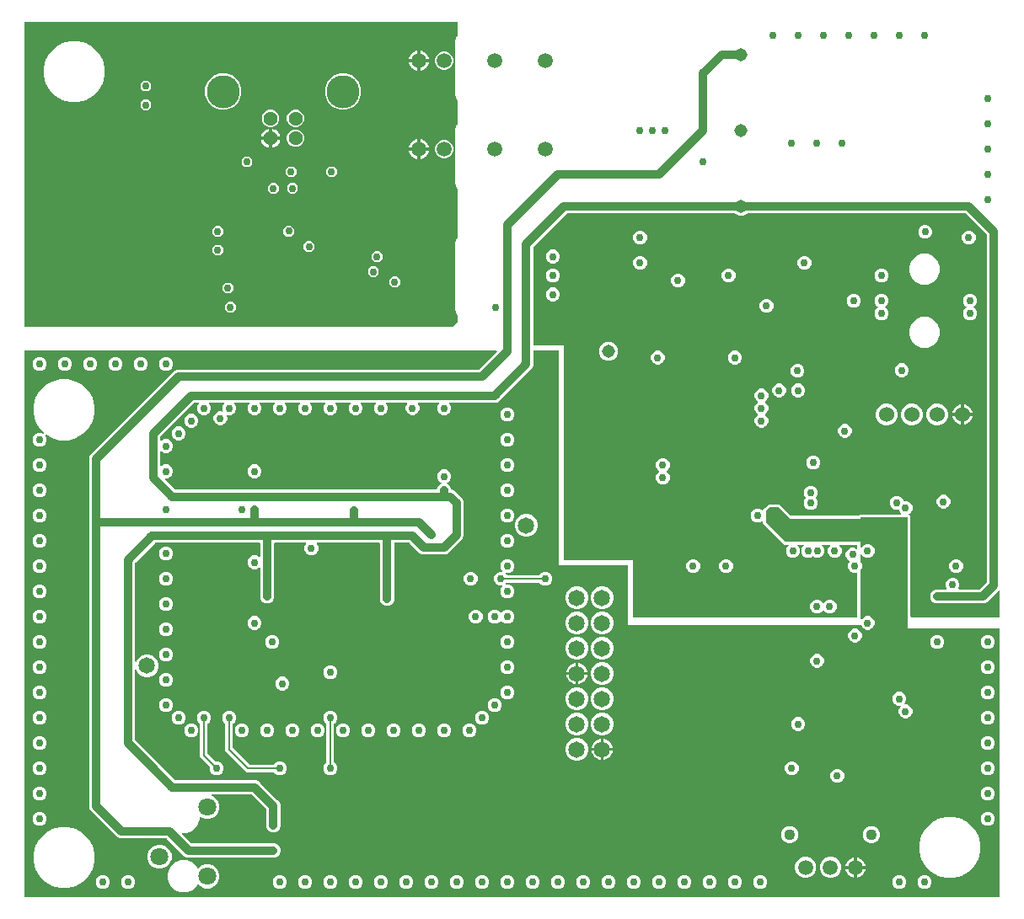
<source format=gbr>
G04 EAGLE Gerber RS-274X export*
G75*
%MOMM*%
%FSLAX34Y34*%
%LPD*%
%INCopper Layer 15*%
%IPPOS*%
%AMOC8*
5,1,8,0,0,1.08239X$1,22.5*%
G01*
%ADD10C,1.508000*%
%ADD11C,3.316000*%
%ADD12C,1.428000*%
%ADD13C,1.650000*%
%ADD14C,1.308000*%
%ADD15C,1.108000*%
%ADD16C,1.524000*%
%ADD17C,1.800000*%
%ADD18C,0.756400*%
%ADD19C,0.812800*%
%ADD20C,0.152400*%

G36*
X989098Y10164D02*
X989098Y10164D01*
X989117Y10162D01*
X989219Y10184D01*
X989321Y10200D01*
X989338Y10210D01*
X989358Y10214D01*
X989447Y10267D01*
X989538Y10316D01*
X989552Y10330D01*
X989569Y10340D01*
X989636Y10419D01*
X989708Y10494D01*
X989716Y10512D01*
X989729Y10527D01*
X989768Y10623D01*
X989811Y10717D01*
X989813Y10737D01*
X989821Y10755D01*
X989839Y10922D01*
X989839Y279400D01*
X989836Y279420D01*
X989838Y279439D01*
X989816Y279541D01*
X989800Y279643D01*
X989790Y279660D01*
X989786Y279680D01*
X989733Y279769D01*
X989684Y279860D01*
X989670Y279874D01*
X989660Y279891D01*
X989581Y279958D01*
X989506Y280030D01*
X989488Y280038D01*
X989473Y280051D01*
X989377Y280090D01*
X989283Y280133D01*
X989263Y280135D01*
X989245Y280143D01*
X989078Y280161D01*
X897381Y280161D01*
X897381Y391160D01*
X897378Y391180D01*
X897380Y391199D01*
X897358Y391301D01*
X897342Y391403D01*
X897332Y391420D01*
X897328Y391440D01*
X897275Y391529D01*
X897226Y391620D01*
X897212Y391634D01*
X897202Y391651D01*
X897123Y391718D01*
X897048Y391790D01*
X897030Y391798D01*
X897015Y391811D01*
X896919Y391850D01*
X896825Y391893D01*
X896805Y391895D01*
X896787Y391903D01*
X896620Y391921D01*
X850900Y391921D01*
X850880Y391918D01*
X850861Y391920D01*
X850759Y391898D01*
X850657Y391882D01*
X850640Y391872D01*
X850620Y391868D01*
X850531Y391815D01*
X850440Y391766D01*
X850426Y391752D01*
X850409Y391742D01*
X850342Y391663D01*
X850271Y391588D01*
X850262Y391570D01*
X850249Y391555D01*
X850210Y391459D01*
X850167Y391365D01*
X850165Y391345D01*
X850157Y391327D01*
X850139Y391160D01*
X850139Y390651D01*
X778825Y390651D01*
X767618Y401858D01*
X767544Y401911D01*
X767475Y401971D01*
X767445Y401983D01*
X767419Y402002D01*
X767332Y402029D01*
X767247Y402063D01*
X767206Y402067D01*
X767183Y402074D01*
X767151Y402073D01*
X767080Y402081D01*
X759460Y402081D01*
X759370Y402067D01*
X759279Y402059D01*
X759249Y402047D01*
X759217Y402042D01*
X759137Y401999D01*
X759053Y401963D01*
X759021Y401937D01*
X759000Y401926D01*
X758978Y401903D01*
X758922Y401858D01*
X755112Y398048D01*
X755059Y397974D01*
X754999Y397905D01*
X754987Y397875D01*
X754968Y397849D01*
X754941Y397762D01*
X754907Y397677D01*
X754903Y397636D01*
X754896Y397613D01*
X754897Y397581D01*
X754889Y397510D01*
X754889Y387350D01*
X754904Y387260D01*
X754911Y387169D01*
X754923Y387139D01*
X754929Y387107D01*
X754971Y387027D01*
X755007Y386943D01*
X755033Y386911D01*
X755044Y386890D01*
X755067Y386868D01*
X755081Y386850D01*
X755087Y386840D01*
X755093Y386835D01*
X755112Y386812D01*
X774162Y367762D01*
X774236Y367709D01*
X774305Y367649D01*
X774335Y367637D01*
X774361Y367618D01*
X774448Y367591D01*
X774533Y367557D01*
X774574Y367553D01*
X774597Y367546D01*
X774629Y367547D01*
X774700Y367539D01*
X850139Y367539D01*
X850139Y362527D01*
X850150Y362456D01*
X850152Y362384D01*
X850170Y362335D01*
X850179Y362284D01*
X850212Y362221D01*
X850237Y362153D01*
X850269Y362113D01*
X850294Y362067D01*
X850346Y362017D01*
X850390Y361961D01*
X850434Y361933D01*
X850472Y361897D01*
X850537Y361867D01*
X850597Y361828D01*
X850648Y361815D01*
X850695Y361794D01*
X850766Y361786D01*
X850836Y361768D01*
X850888Y361772D01*
X850939Y361766D01*
X851010Y361782D01*
X851081Y361787D01*
X851129Y361808D01*
X851180Y361819D01*
X851241Y361856D01*
X851307Y361884D01*
X851363Y361928D01*
X851391Y361945D01*
X851406Y361963D01*
X851438Y361988D01*
X853381Y363931D01*
X855891Y364971D01*
X858609Y364971D01*
X861119Y363931D01*
X863041Y362009D01*
X864081Y359499D01*
X864081Y356781D01*
X863041Y354271D01*
X861119Y352349D01*
X858609Y351309D01*
X855891Y351309D01*
X853381Y352349D01*
X851438Y354292D01*
X851380Y354333D01*
X851328Y354383D01*
X851281Y354405D01*
X851239Y354435D01*
X851170Y354456D01*
X851105Y354486D01*
X851053Y354492D01*
X851003Y354508D01*
X850932Y354506D01*
X850861Y354514D01*
X850810Y354502D01*
X850758Y354501D01*
X850690Y354477D01*
X850620Y354461D01*
X850576Y354435D01*
X850527Y354417D01*
X850471Y354372D01*
X850409Y354335D01*
X850375Y354296D01*
X850335Y354263D01*
X850296Y354203D01*
X850249Y354148D01*
X850230Y354100D01*
X850202Y354056D01*
X850184Y353987D01*
X850157Y353920D01*
X850149Y353849D01*
X850141Y353818D01*
X850143Y353794D01*
X850139Y353753D01*
X850139Y347287D01*
X850154Y347197D01*
X850161Y347106D01*
X850173Y347076D01*
X850179Y347044D01*
X850221Y346963D01*
X850257Y346879D01*
X850283Y346847D01*
X850294Y346827D01*
X850317Y346804D01*
X850336Y346780D01*
X851381Y344259D01*
X851381Y341541D01*
X850333Y339011D01*
X850309Y338978D01*
X850249Y338908D01*
X850237Y338878D01*
X850218Y338852D01*
X850191Y338765D01*
X850157Y338680D01*
X850153Y338639D01*
X850146Y338617D01*
X850147Y338585D01*
X850139Y338513D01*
X850139Y290137D01*
X850150Y290066D01*
X850152Y289994D01*
X850170Y289945D01*
X850179Y289894D01*
X850212Y289831D01*
X850237Y289763D01*
X850269Y289723D01*
X850294Y289677D01*
X850346Y289627D01*
X850390Y289571D01*
X850434Y289543D01*
X850472Y289507D01*
X850537Y289477D01*
X850597Y289438D01*
X850648Y289425D01*
X850695Y289404D01*
X850766Y289396D01*
X850836Y289378D01*
X850888Y289382D01*
X850939Y289376D01*
X851010Y289392D01*
X851081Y289397D01*
X851129Y289418D01*
X851180Y289429D01*
X851241Y289466D01*
X851307Y289494D01*
X851363Y289538D01*
X851391Y289555D01*
X851406Y289573D01*
X851438Y289598D01*
X853381Y291541D01*
X855891Y292581D01*
X858609Y292581D01*
X861119Y291541D01*
X863041Y289619D01*
X864081Y287109D01*
X864081Y284391D01*
X863041Y281881D01*
X861119Y279959D01*
X858609Y278919D01*
X855891Y278919D01*
X853381Y279959D01*
X851459Y281881D01*
X850788Y283501D01*
X850726Y283601D01*
X850666Y283701D01*
X850662Y283705D01*
X850658Y283710D01*
X850568Y283785D01*
X850479Y283861D01*
X850474Y283863D01*
X850469Y283867D01*
X850360Y283909D01*
X850251Y283953D01*
X850244Y283954D01*
X850239Y283955D01*
X850221Y283956D01*
X850085Y283971D01*
X616711Y283971D01*
X616711Y342900D01*
X616708Y342920D01*
X616710Y342939D01*
X616688Y343041D01*
X616672Y343143D01*
X616662Y343160D01*
X616658Y343180D01*
X616605Y343269D01*
X616556Y343360D01*
X616542Y343374D01*
X616532Y343391D01*
X616453Y343458D01*
X616378Y343530D01*
X616360Y343538D01*
X616345Y343551D01*
X616249Y343590D01*
X616155Y343633D01*
X616135Y343635D01*
X616117Y343643D01*
X615950Y343661D01*
X546861Y343661D01*
X546861Y558800D01*
X546858Y558820D01*
X546860Y558839D01*
X546838Y558941D01*
X546822Y559043D01*
X546812Y559060D01*
X546808Y559080D01*
X546755Y559169D01*
X546706Y559260D01*
X546692Y559274D01*
X546682Y559291D01*
X546603Y559358D01*
X546528Y559430D01*
X546510Y559438D01*
X546495Y559451D01*
X546399Y559490D01*
X546305Y559533D01*
X546285Y559535D01*
X546267Y559543D01*
X546100Y559561D01*
X522224Y559561D01*
X522204Y559558D01*
X522185Y559560D01*
X522083Y559538D01*
X521981Y559522D01*
X521964Y559512D01*
X521944Y559508D01*
X521855Y559455D01*
X521764Y559406D01*
X521750Y559392D01*
X521733Y559382D01*
X521666Y559303D01*
X521594Y559228D01*
X521586Y559210D01*
X521573Y559195D01*
X521534Y559099D01*
X521491Y559005D01*
X521489Y558985D01*
X521481Y558967D01*
X521463Y558800D01*
X521463Y544685D01*
X520380Y542071D01*
X518272Y539963D01*
X488737Y510428D01*
X486629Y508320D01*
X484015Y507237D01*
X437711Y507237D01*
X437640Y507226D01*
X437568Y507224D01*
X437519Y507206D01*
X437468Y507198D01*
X437405Y507164D01*
X437337Y507139D01*
X437296Y507107D01*
X437251Y507082D01*
X437201Y507030D01*
X437145Y506986D01*
X437117Y506942D01*
X437081Y506904D01*
X437051Y506839D01*
X437012Y506779D01*
X436999Y506728D01*
X436978Y506681D01*
X436970Y506610D01*
X436952Y506540D01*
X436956Y506488D01*
X436950Y506437D01*
X436966Y506366D01*
X436971Y506295D01*
X436992Y506247D01*
X437003Y506196D01*
X437039Y506135D01*
X437068Y506069D01*
X437112Y506013D01*
X437129Y505985D01*
X437147Y505970D01*
X437172Y505938D01*
X437591Y505519D01*
X438631Y503009D01*
X438631Y500291D01*
X437591Y497781D01*
X435669Y495859D01*
X433159Y494819D01*
X430441Y494819D01*
X427931Y495859D01*
X426009Y497781D01*
X424969Y500291D01*
X424969Y503009D01*
X426009Y505519D01*
X426428Y505938D01*
X426470Y505996D01*
X426519Y506048D01*
X426541Y506095D01*
X426571Y506137D01*
X426592Y506206D01*
X426622Y506271D01*
X426628Y506323D01*
X426644Y506373D01*
X426642Y506444D01*
X426650Y506515D01*
X426639Y506566D01*
X426637Y506618D01*
X426613Y506686D01*
X426597Y506756D01*
X426571Y506801D01*
X426553Y506849D01*
X426508Y506905D01*
X426471Y506967D01*
X426432Y507001D01*
X426399Y507041D01*
X426339Y507080D01*
X426284Y507127D01*
X426236Y507146D01*
X426192Y507174D01*
X426123Y507192D01*
X426056Y507219D01*
X425985Y507227D01*
X425954Y507235D01*
X425930Y507233D01*
X425889Y507237D01*
X405961Y507237D01*
X405890Y507226D01*
X405818Y507224D01*
X405769Y507206D01*
X405718Y507198D01*
X405655Y507164D01*
X405587Y507139D01*
X405546Y507107D01*
X405501Y507082D01*
X405451Y507030D01*
X405395Y506986D01*
X405367Y506942D01*
X405331Y506904D01*
X405301Y506839D01*
X405262Y506779D01*
X405249Y506728D01*
X405228Y506681D01*
X405220Y506610D01*
X405202Y506540D01*
X405206Y506488D01*
X405200Y506437D01*
X405216Y506366D01*
X405221Y506295D01*
X405242Y506247D01*
X405253Y506196D01*
X405289Y506135D01*
X405318Y506069D01*
X405362Y506013D01*
X405379Y505985D01*
X405397Y505970D01*
X405422Y505938D01*
X405841Y505519D01*
X406881Y503009D01*
X406881Y500291D01*
X405841Y497781D01*
X403919Y495859D01*
X401409Y494819D01*
X398691Y494819D01*
X396181Y495859D01*
X394259Y497781D01*
X393219Y500291D01*
X393219Y503009D01*
X394259Y505519D01*
X394678Y505938D01*
X394720Y505996D01*
X394769Y506048D01*
X394791Y506095D01*
X394821Y506137D01*
X394842Y506206D01*
X394872Y506271D01*
X394878Y506323D01*
X394894Y506373D01*
X394892Y506444D01*
X394900Y506515D01*
X394889Y506566D01*
X394887Y506618D01*
X394863Y506686D01*
X394847Y506756D01*
X394821Y506801D01*
X394803Y506849D01*
X394758Y506905D01*
X394721Y506967D01*
X394682Y507001D01*
X394649Y507041D01*
X394589Y507080D01*
X394534Y507127D01*
X394486Y507146D01*
X394442Y507174D01*
X394373Y507192D01*
X394306Y507219D01*
X394235Y507227D01*
X394204Y507235D01*
X394180Y507233D01*
X394139Y507237D01*
X374211Y507237D01*
X374140Y507226D01*
X374068Y507224D01*
X374019Y507206D01*
X373968Y507198D01*
X373905Y507164D01*
X373837Y507139D01*
X373796Y507107D01*
X373751Y507082D01*
X373701Y507030D01*
X373645Y506986D01*
X373617Y506942D01*
X373581Y506904D01*
X373551Y506839D01*
X373512Y506779D01*
X373499Y506728D01*
X373478Y506681D01*
X373470Y506610D01*
X373452Y506540D01*
X373456Y506488D01*
X373450Y506437D01*
X373466Y506366D01*
X373471Y506295D01*
X373492Y506247D01*
X373503Y506196D01*
X373539Y506135D01*
X373568Y506069D01*
X373612Y506013D01*
X373629Y505985D01*
X373647Y505970D01*
X373672Y505938D01*
X374091Y505519D01*
X375131Y503009D01*
X375131Y500291D01*
X374091Y497781D01*
X372169Y495859D01*
X369659Y494819D01*
X366941Y494819D01*
X364431Y495859D01*
X362509Y497781D01*
X361469Y500291D01*
X361469Y503009D01*
X362509Y505519D01*
X362928Y505938D01*
X362970Y505996D01*
X363019Y506048D01*
X363041Y506095D01*
X363071Y506137D01*
X363092Y506206D01*
X363122Y506271D01*
X363128Y506323D01*
X363144Y506373D01*
X363142Y506444D01*
X363150Y506515D01*
X363139Y506566D01*
X363137Y506618D01*
X363113Y506686D01*
X363097Y506756D01*
X363071Y506801D01*
X363053Y506849D01*
X363008Y506905D01*
X362971Y506967D01*
X362932Y507001D01*
X362899Y507041D01*
X362839Y507080D01*
X362784Y507127D01*
X362736Y507146D01*
X362692Y507174D01*
X362623Y507192D01*
X362556Y507219D01*
X362485Y507227D01*
X362454Y507235D01*
X362430Y507233D01*
X362389Y507237D01*
X348811Y507237D01*
X348740Y507226D01*
X348668Y507224D01*
X348619Y507206D01*
X348568Y507198D01*
X348505Y507164D01*
X348437Y507139D01*
X348396Y507107D01*
X348351Y507082D01*
X348301Y507030D01*
X348245Y506986D01*
X348217Y506942D01*
X348181Y506904D01*
X348151Y506839D01*
X348112Y506779D01*
X348099Y506728D01*
X348078Y506681D01*
X348070Y506610D01*
X348052Y506540D01*
X348056Y506488D01*
X348050Y506437D01*
X348066Y506366D01*
X348071Y506295D01*
X348092Y506247D01*
X348103Y506196D01*
X348139Y506135D01*
X348168Y506069D01*
X348212Y506013D01*
X348229Y505985D01*
X348247Y505970D01*
X348272Y505938D01*
X348691Y505519D01*
X349731Y503009D01*
X349731Y500291D01*
X348691Y497781D01*
X346769Y495859D01*
X344259Y494819D01*
X341541Y494819D01*
X339031Y495859D01*
X337109Y497781D01*
X336069Y500291D01*
X336069Y503009D01*
X337109Y505519D01*
X337528Y505938D01*
X337570Y505996D01*
X337619Y506048D01*
X337641Y506095D01*
X337671Y506137D01*
X337692Y506206D01*
X337722Y506271D01*
X337728Y506323D01*
X337744Y506373D01*
X337742Y506444D01*
X337750Y506515D01*
X337739Y506566D01*
X337737Y506618D01*
X337713Y506686D01*
X337697Y506756D01*
X337671Y506801D01*
X337653Y506849D01*
X337608Y506905D01*
X337571Y506967D01*
X337532Y507001D01*
X337499Y507041D01*
X337439Y507080D01*
X337384Y507127D01*
X337336Y507146D01*
X337292Y507174D01*
X337223Y507192D01*
X337156Y507219D01*
X337085Y507227D01*
X337054Y507235D01*
X337030Y507233D01*
X336989Y507237D01*
X323411Y507237D01*
X323340Y507226D01*
X323268Y507224D01*
X323219Y507206D01*
X323168Y507198D01*
X323105Y507164D01*
X323037Y507139D01*
X322996Y507107D01*
X322951Y507082D01*
X322901Y507030D01*
X322845Y506986D01*
X322817Y506942D01*
X322781Y506904D01*
X322751Y506839D01*
X322712Y506779D01*
X322699Y506728D01*
X322678Y506681D01*
X322670Y506610D01*
X322652Y506540D01*
X322656Y506488D01*
X322650Y506437D01*
X322666Y506366D01*
X322671Y506295D01*
X322692Y506247D01*
X322703Y506196D01*
X322739Y506135D01*
X322768Y506069D01*
X322812Y506013D01*
X322829Y505985D01*
X322847Y505970D01*
X322872Y505938D01*
X323291Y505519D01*
X324331Y503009D01*
X324331Y500291D01*
X323291Y497781D01*
X321369Y495859D01*
X318859Y494819D01*
X316141Y494819D01*
X313631Y495859D01*
X311709Y497781D01*
X310669Y500291D01*
X310669Y503009D01*
X311709Y505519D01*
X312128Y505938D01*
X312170Y505996D01*
X312219Y506048D01*
X312241Y506095D01*
X312271Y506137D01*
X312292Y506206D01*
X312322Y506271D01*
X312328Y506323D01*
X312344Y506373D01*
X312342Y506444D01*
X312350Y506515D01*
X312339Y506566D01*
X312337Y506618D01*
X312313Y506686D01*
X312297Y506756D01*
X312271Y506801D01*
X312253Y506849D01*
X312208Y506905D01*
X312171Y506967D01*
X312132Y507001D01*
X312099Y507041D01*
X312039Y507080D01*
X311984Y507127D01*
X311936Y507146D01*
X311892Y507174D01*
X311823Y507192D01*
X311756Y507219D01*
X311685Y507227D01*
X311654Y507235D01*
X311630Y507233D01*
X311589Y507237D01*
X298011Y507237D01*
X297940Y507226D01*
X297868Y507224D01*
X297819Y507206D01*
X297768Y507198D01*
X297705Y507164D01*
X297637Y507139D01*
X297596Y507107D01*
X297551Y507082D01*
X297501Y507030D01*
X297445Y506986D01*
X297417Y506942D01*
X297381Y506904D01*
X297351Y506839D01*
X297312Y506779D01*
X297299Y506728D01*
X297278Y506681D01*
X297270Y506610D01*
X297252Y506540D01*
X297256Y506488D01*
X297250Y506437D01*
X297266Y506366D01*
X297271Y506295D01*
X297292Y506247D01*
X297303Y506196D01*
X297339Y506135D01*
X297368Y506069D01*
X297412Y506013D01*
X297429Y505985D01*
X297447Y505970D01*
X297472Y505938D01*
X297891Y505519D01*
X298931Y503009D01*
X298931Y500291D01*
X297891Y497781D01*
X295969Y495859D01*
X293459Y494819D01*
X290741Y494819D01*
X288231Y495859D01*
X286309Y497781D01*
X285269Y500291D01*
X285269Y503009D01*
X286309Y505519D01*
X286728Y505938D01*
X286770Y505996D01*
X286819Y506048D01*
X286841Y506095D01*
X286871Y506137D01*
X286892Y506206D01*
X286922Y506271D01*
X286928Y506323D01*
X286944Y506373D01*
X286942Y506444D01*
X286950Y506515D01*
X286939Y506566D01*
X286937Y506618D01*
X286913Y506686D01*
X286897Y506756D01*
X286871Y506801D01*
X286853Y506849D01*
X286808Y506905D01*
X286771Y506967D01*
X286732Y507001D01*
X286699Y507041D01*
X286639Y507080D01*
X286584Y507127D01*
X286536Y507146D01*
X286492Y507174D01*
X286423Y507192D01*
X286356Y507219D01*
X286285Y507227D01*
X286254Y507235D01*
X286230Y507233D01*
X286189Y507237D01*
X272611Y507237D01*
X272540Y507226D01*
X272468Y507224D01*
X272419Y507206D01*
X272368Y507198D01*
X272305Y507164D01*
X272237Y507139D01*
X272196Y507107D01*
X272151Y507082D01*
X272101Y507030D01*
X272045Y506986D01*
X272017Y506942D01*
X271981Y506904D01*
X271951Y506839D01*
X271912Y506779D01*
X271899Y506728D01*
X271878Y506681D01*
X271870Y506610D01*
X271852Y506540D01*
X271856Y506488D01*
X271850Y506437D01*
X271866Y506366D01*
X271871Y506295D01*
X271892Y506247D01*
X271903Y506196D01*
X271939Y506135D01*
X271968Y506069D01*
X272012Y506013D01*
X272029Y505985D01*
X272047Y505970D01*
X272072Y505938D01*
X272491Y505519D01*
X273531Y503009D01*
X273531Y500291D01*
X272491Y497781D01*
X270569Y495859D01*
X268059Y494819D01*
X265341Y494819D01*
X262831Y495859D01*
X260909Y497781D01*
X259869Y500291D01*
X259869Y503009D01*
X260909Y505519D01*
X261328Y505938D01*
X261370Y505996D01*
X261419Y506048D01*
X261441Y506095D01*
X261471Y506137D01*
X261492Y506206D01*
X261522Y506271D01*
X261528Y506323D01*
X261544Y506373D01*
X261542Y506444D01*
X261550Y506515D01*
X261539Y506566D01*
X261537Y506618D01*
X261513Y506686D01*
X261497Y506756D01*
X261471Y506801D01*
X261453Y506849D01*
X261408Y506905D01*
X261371Y506967D01*
X261332Y507001D01*
X261299Y507041D01*
X261239Y507080D01*
X261184Y507127D01*
X261136Y507146D01*
X261092Y507174D01*
X261023Y507192D01*
X260956Y507219D01*
X260885Y507227D01*
X260854Y507235D01*
X260830Y507233D01*
X260789Y507237D01*
X247211Y507237D01*
X247140Y507226D01*
X247068Y507224D01*
X247019Y507206D01*
X246968Y507198D01*
X246905Y507164D01*
X246837Y507139D01*
X246796Y507107D01*
X246751Y507082D01*
X246701Y507030D01*
X246645Y506986D01*
X246617Y506942D01*
X246581Y506904D01*
X246551Y506839D01*
X246512Y506779D01*
X246499Y506728D01*
X246478Y506681D01*
X246470Y506610D01*
X246452Y506540D01*
X246456Y506488D01*
X246450Y506437D01*
X246466Y506366D01*
X246471Y506295D01*
X246492Y506247D01*
X246503Y506196D01*
X246539Y506135D01*
X246568Y506069D01*
X246612Y506013D01*
X246629Y505985D01*
X246647Y505970D01*
X246672Y505938D01*
X247091Y505519D01*
X248131Y503009D01*
X248131Y500291D01*
X247091Y497781D01*
X245169Y495859D01*
X242659Y494819D01*
X239941Y494819D01*
X237431Y495859D01*
X235509Y497781D01*
X234469Y500291D01*
X234469Y503009D01*
X235509Y505519D01*
X235928Y505938D01*
X235970Y505996D01*
X236019Y506048D01*
X236041Y506095D01*
X236071Y506137D01*
X236092Y506206D01*
X236122Y506271D01*
X236128Y506323D01*
X236144Y506373D01*
X236142Y506444D01*
X236150Y506515D01*
X236139Y506566D01*
X236137Y506618D01*
X236113Y506686D01*
X236097Y506756D01*
X236071Y506801D01*
X236053Y506849D01*
X236008Y506905D01*
X235971Y506967D01*
X235932Y507001D01*
X235899Y507041D01*
X235839Y507080D01*
X235784Y507127D01*
X235736Y507146D01*
X235692Y507174D01*
X235623Y507192D01*
X235556Y507219D01*
X235485Y507227D01*
X235454Y507235D01*
X235430Y507233D01*
X235389Y507237D01*
X221811Y507237D01*
X221740Y507226D01*
X221668Y507224D01*
X221619Y507206D01*
X221568Y507198D01*
X221505Y507164D01*
X221437Y507139D01*
X221396Y507107D01*
X221351Y507082D01*
X221301Y507030D01*
X221245Y506986D01*
X221217Y506942D01*
X221181Y506904D01*
X221151Y506839D01*
X221112Y506779D01*
X221099Y506728D01*
X221078Y506681D01*
X221070Y506610D01*
X221052Y506540D01*
X221056Y506488D01*
X221050Y506437D01*
X221066Y506366D01*
X221071Y506295D01*
X221092Y506247D01*
X221103Y506196D01*
X221139Y506135D01*
X221168Y506069D01*
X221212Y506013D01*
X221229Y505985D01*
X221247Y505970D01*
X221272Y505938D01*
X221691Y505519D01*
X222731Y503009D01*
X222731Y500291D01*
X221691Y497781D01*
X219769Y495859D01*
X217259Y494819D01*
X214541Y494819D01*
X214408Y494874D01*
X214338Y494891D01*
X214272Y494916D01*
X214220Y494919D01*
X214169Y494931D01*
X214098Y494924D01*
X214026Y494927D01*
X213976Y494912D01*
X213924Y494907D01*
X213859Y494878D01*
X213790Y494858D01*
X213747Y494829D01*
X213699Y494807D01*
X213646Y494759D01*
X213588Y494718D01*
X213557Y494676D01*
X213518Y494641D01*
X213483Y494578D01*
X213441Y494521D01*
X213425Y494471D01*
X213400Y494426D01*
X213387Y494355D01*
X213365Y494287D01*
X213365Y494235D01*
X213356Y494184D01*
X213366Y494113D01*
X213367Y494041D01*
X213387Y493972D01*
X213392Y493940D01*
X213402Y493919D01*
X213414Y493880D01*
X213841Y492849D01*
X213841Y490131D01*
X212801Y487621D01*
X210879Y485699D01*
X208369Y484659D01*
X205651Y484659D01*
X203141Y485699D01*
X201219Y487621D01*
X200179Y490131D01*
X200179Y492849D01*
X201219Y495359D01*
X203141Y497281D01*
X205651Y498321D01*
X208369Y498321D01*
X208502Y498266D01*
X208572Y498249D01*
X208638Y498224D01*
X208690Y498221D01*
X208741Y498209D01*
X208812Y498216D01*
X208884Y498213D01*
X208934Y498228D01*
X208986Y498233D01*
X209051Y498262D01*
X209120Y498282D01*
X209163Y498311D01*
X209211Y498333D01*
X209264Y498381D01*
X209322Y498422D01*
X209353Y498464D01*
X209392Y498499D01*
X209427Y498562D01*
X209469Y498619D01*
X209485Y498669D01*
X209510Y498714D01*
X209523Y498785D01*
X209545Y498853D01*
X209545Y498905D01*
X209554Y498956D01*
X209544Y499027D01*
X209543Y499099D01*
X209523Y499168D01*
X209518Y499200D01*
X209508Y499221D01*
X209496Y499260D01*
X209069Y500291D01*
X209069Y503009D01*
X210109Y505519D01*
X210528Y505938D01*
X210570Y505996D01*
X210619Y506048D01*
X210641Y506095D01*
X210671Y506137D01*
X210692Y506206D01*
X210722Y506271D01*
X210728Y506323D01*
X210744Y506373D01*
X210742Y506444D01*
X210750Y506515D01*
X210739Y506566D01*
X210737Y506618D01*
X210713Y506686D01*
X210697Y506756D01*
X210671Y506801D01*
X210653Y506849D01*
X210608Y506905D01*
X210571Y506967D01*
X210532Y507001D01*
X210499Y507041D01*
X210439Y507080D01*
X210384Y507127D01*
X210336Y507146D01*
X210292Y507174D01*
X210223Y507192D01*
X210156Y507219D01*
X210085Y507227D01*
X210054Y507235D01*
X210030Y507233D01*
X209989Y507237D01*
X196411Y507237D01*
X196340Y507226D01*
X196268Y507224D01*
X196219Y507206D01*
X196168Y507198D01*
X196105Y507164D01*
X196037Y507139D01*
X195996Y507107D01*
X195951Y507082D01*
X195901Y507030D01*
X195845Y506986D01*
X195817Y506942D01*
X195781Y506904D01*
X195751Y506839D01*
X195712Y506779D01*
X195699Y506728D01*
X195678Y506681D01*
X195670Y506610D01*
X195652Y506540D01*
X195656Y506488D01*
X195650Y506437D01*
X195666Y506366D01*
X195671Y506295D01*
X195692Y506247D01*
X195703Y506196D01*
X195739Y506135D01*
X195768Y506069D01*
X195812Y506013D01*
X195829Y505985D01*
X195847Y505970D01*
X195872Y505938D01*
X196291Y505519D01*
X197331Y503009D01*
X197331Y500291D01*
X196291Y497781D01*
X194369Y495859D01*
X191859Y494819D01*
X189141Y494819D01*
X186631Y495859D01*
X184709Y497781D01*
X183669Y500291D01*
X183669Y503009D01*
X184709Y505519D01*
X185128Y505938D01*
X185170Y505996D01*
X185219Y506048D01*
X185241Y506095D01*
X185271Y506137D01*
X185292Y506206D01*
X185322Y506271D01*
X185328Y506323D01*
X185344Y506373D01*
X185342Y506444D01*
X185350Y506515D01*
X185339Y506566D01*
X185337Y506618D01*
X185313Y506686D01*
X185297Y506756D01*
X185271Y506801D01*
X185253Y506849D01*
X185208Y506905D01*
X185171Y506967D01*
X185132Y507001D01*
X185099Y507041D01*
X185039Y507080D01*
X184984Y507127D01*
X184936Y507146D01*
X184892Y507174D01*
X184823Y507192D01*
X184756Y507219D01*
X184685Y507227D01*
X184654Y507235D01*
X184630Y507233D01*
X184589Y507237D01*
X181062Y507237D01*
X180971Y507223D01*
X180881Y507215D01*
X180851Y507203D01*
X180819Y507198D01*
X180738Y507155D01*
X180654Y507119D01*
X180622Y507093D01*
X180601Y507082D01*
X180579Y507059D01*
X180523Y507014D01*
X147036Y473527D01*
X146992Y473466D01*
X146957Y473429D01*
X146950Y473415D01*
X146923Y473383D01*
X146911Y473353D01*
X146892Y473327D01*
X146865Y473240D01*
X146831Y473155D01*
X146827Y473114D01*
X146820Y473092D01*
X146821Y473060D01*
X146813Y472988D01*
X146813Y469461D01*
X146824Y469390D01*
X146826Y469318D01*
X146844Y469269D01*
X146852Y469218D01*
X146886Y469155D01*
X146911Y469087D01*
X146943Y469046D01*
X146968Y469001D01*
X147020Y468951D01*
X147064Y468895D01*
X147108Y468867D01*
X147146Y468831D01*
X147211Y468801D01*
X147271Y468762D01*
X147322Y468749D01*
X147369Y468728D01*
X147440Y468720D01*
X147510Y468702D01*
X147562Y468706D01*
X147613Y468700D01*
X147684Y468716D01*
X147755Y468721D01*
X147803Y468742D01*
X147854Y468753D01*
X147915Y468789D01*
X147981Y468818D01*
X148037Y468862D01*
X148065Y468879D01*
X148080Y468897D01*
X148112Y468922D01*
X148531Y469341D01*
X151041Y470381D01*
X153759Y470381D01*
X156269Y469341D01*
X158191Y467419D01*
X159231Y464909D01*
X159231Y462191D01*
X158191Y459681D01*
X156269Y457759D01*
X153759Y456719D01*
X151041Y456719D01*
X148531Y457759D01*
X148112Y458178D01*
X148054Y458220D01*
X148002Y458269D01*
X147955Y458291D01*
X147913Y458321D01*
X147844Y458342D01*
X147779Y458372D01*
X147727Y458378D01*
X147677Y458394D01*
X147606Y458392D01*
X147535Y458400D01*
X147484Y458389D01*
X147432Y458387D01*
X147364Y458363D01*
X147294Y458347D01*
X147249Y458321D01*
X147201Y458303D01*
X147145Y458258D01*
X147083Y458221D01*
X147049Y458182D01*
X147009Y458149D01*
X146970Y458089D01*
X146923Y458034D01*
X146904Y457986D01*
X146876Y457942D01*
X146858Y457873D01*
X146831Y457806D01*
X146823Y457735D01*
X146815Y457704D01*
X146817Y457680D01*
X146813Y457639D01*
X146813Y444061D01*
X146815Y444046D01*
X146814Y444034D01*
X146824Y443985D01*
X146826Y443918D01*
X146844Y443869D01*
X146852Y443818D01*
X146886Y443755D01*
X146911Y443687D01*
X146943Y443646D01*
X146968Y443601D01*
X147020Y443551D01*
X147064Y443495D01*
X147108Y443467D01*
X147146Y443431D01*
X147211Y443401D01*
X147271Y443362D01*
X147322Y443349D01*
X147369Y443328D01*
X147440Y443320D01*
X147510Y443302D01*
X147562Y443306D01*
X147613Y443300D01*
X147684Y443316D01*
X147755Y443321D01*
X147803Y443342D01*
X147854Y443353D01*
X147915Y443389D01*
X147981Y443418D01*
X148035Y443461D01*
X148047Y443467D01*
X148049Y443470D01*
X148065Y443479D01*
X148080Y443497D01*
X148112Y443522D01*
X148531Y443941D01*
X151041Y444981D01*
X153759Y444981D01*
X156269Y443941D01*
X158191Y442019D01*
X159231Y439509D01*
X159231Y436791D01*
X158191Y434281D01*
X156269Y432359D01*
X153759Y431319D01*
X152077Y431319D01*
X152007Y431308D01*
X151935Y431306D01*
X151886Y431288D01*
X151835Y431280D01*
X151771Y431246D01*
X151704Y431221D01*
X151663Y431189D01*
X151617Y431164D01*
X151568Y431112D01*
X151512Y431068D01*
X151484Y431024D01*
X151448Y430986D01*
X151418Y430921D01*
X151379Y430861D01*
X151366Y430810D01*
X151344Y430763D01*
X151336Y430692D01*
X151319Y430622D01*
X151323Y430570D01*
X151317Y430519D01*
X151332Y430448D01*
X151338Y430377D01*
X151358Y430329D01*
X151369Y430278D01*
X151406Y430217D01*
X151434Y430151D01*
X151479Y430095D01*
X151496Y430067D01*
X151513Y430052D01*
X151539Y430020D01*
X161473Y420086D01*
X161547Y420033D01*
X161617Y419973D01*
X161647Y419961D01*
X161673Y419942D01*
X161760Y419915D01*
X161845Y419881D01*
X161886Y419877D01*
X161908Y419870D01*
X161940Y419871D01*
X162012Y419863D01*
X423926Y419863D01*
X423946Y419866D01*
X423965Y419864D01*
X424067Y419886D01*
X424169Y419902D01*
X424186Y419912D01*
X424206Y419916D01*
X424295Y419969D01*
X424386Y420018D01*
X424400Y420032D01*
X424417Y420042D01*
X424484Y420121D01*
X424556Y420196D01*
X424564Y420214D01*
X424577Y420229D01*
X424616Y420325D01*
X424659Y420419D01*
X424661Y420439D01*
X424669Y420457D01*
X424671Y420475D01*
X425770Y423129D01*
X427771Y425130D01*
X428747Y425534D01*
X428808Y425572D01*
X428874Y425601D01*
X428912Y425636D01*
X428956Y425664D01*
X429002Y425719D01*
X429055Y425768D01*
X429080Y425813D01*
X429113Y425853D01*
X429139Y425920D01*
X429174Y425983D01*
X429183Y426034D01*
X429201Y426083D01*
X429204Y426155D01*
X429217Y426225D01*
X429210Y426277D01*
X429212Y426329D01*
X429192Y426398D01*
X429181Y426469D01*
X429158Y426515D01*
X429143Y426565D01*
X429102Y426624D01*
X429070Y426688D01*
X429033Y426724D01*
X429003Y426767D01*
X428946Y426810D01*
X428894Y426860D01*
X428832Y426895D01*
X428806Y426914D01*
X428783Y426921D01*
X428747Y426941D01*
X427931Y427279D01*
X426009Y429201D01*
X424969Y431711D01*
X424969Y434429D01*
X426009Y436939D01*
X427931Y438861D01*
X430441Y439901D01*
X433159Y439901D01*
X435669Y438861D01*
X437591Y436939D01*
X438631Y434429D01*
X438631Y431711D01*
X437591Y429201D01*
X435669Y427279D01*
X434853Y426941D01*
X434792Y426903D01*
X434726Y426874D01*
X434688Y426839D01*
X434644Y426811D01*
X434598Y426756D01*
X434545Y426708D01*
X434520Y426662D01*
X434487Y426622D01*
X434461Y426555D01*
X434426Y426492D01*
X434417Y426441D01*
X434399Y426392D01*
X434396Y426321D01*
X434383Y426250D01*
X434390Y426198D01*
X434388Y426146D01*
X434408Y426078D01*
X434419Y426007D01*
X434442Y425960D01*
X434457Y425910D01*
X434498Y425851D01*
X434530Y425787D01*
X434567Y425751D01*
X434597Y425708D01*
X434654Y425665D01*
X434706Y425615D01*
X434768Y425581D01*
X434794Y425561D01*
X434817Y425554D01*
X434853Y425534D01*
X435829Y425130D01*
X437830Y423129D01*
X438942Y420443D01*
X438952Y420381D01*
X438962Y420364D01*
X438966Y420344D01*
X439019Y420255D01*
X439068Y420164D01*
X439082Y420150D01*
X439092Y420133D01*
X439171Y420066D01*
X439246Y419994D01*
X439264Y419986D01*
X439279Y419973D01*
X439375Y419934D01*
X439469Y419891D01*
X439489Y419889D01*
X439507Y419881D01*
X439525Y419879D01*
X442179Y418780D01*
X450530Y410429D01*
X451613Y407815D01*
X451613Y373235D01*
X450530Y370621D01*
X435829Y355920D01*
X433215Y354837D01*
X410065Y354837D01*
X407451Y355920D01*
X397327Y366044D01*
X397253Y366097D01*
X397183Y366157D01*
X397153Y366169D01*
X397127Y366188D01*
X397040Y366215D01*
X396955Y366249D01*
X396914Y366253D01*
X396892Y366260D01*
X396860Y366259D01*
X396788Y366267D01*
X382524Y366267D01*
X382504Y366264D01*
X382485Y366266D01*
X382383Y366244D01*
X382281Y366228D01*
X382264Y366218D01*
X382244Y366214D01*
X382155Y366161D01*
X382064Y366112D01*
X382050Y366098D01*
X382033Y366088D01*
X381966Y366009D01*
X381894Y365934D01*
X381886Y365916D01*
X381873Y365901D01*
X381834Y365805D01*
X381791Y365711D01*
X381789Y365691D01*
X381781Y365673D01*
X381763Y365506D01*
X381763Y308465D01*
X380680Y305851D01*
X378679Y303850D01*
X376065Y302767D01*
X373235Y302767D01*
X370621Y303850D01*
X368620Y305851D01*
X367537Y308465D01*
X367537Y365506D01*
X367534Y365526D01*
X367536Y365545D01*
X367514Y365647D01*
X367498Y365749D01*
X367488Y365766D01*
X367484Y365786D01*
X367431Y365875D01*
X367382Y365966D01*
X367368Y365980D01*
X367358Y365997D01*
X367279Y366064D01*
X367204Y366136D01*
X367186Y366144D01*
X367171Y366157D01*
X367075Y366196D01*
X366981Y366239D01*
X366961Y366241D01*
X366943Y366249D01*
X366776Y366267D01*
X304361Y366267D01*
X304290Y366256D01*
X304218Y366254D01*
X304169Y366236D01*
X304118Y366228D01*
X304055Y366194D01*
X303987Y366169D01*
X303946Y366137D01*
X303901Y366112D01*
X303851Y366060D01*
X303795Y366016D01*
X303767Y365972D01*
X303731Y365934D01*
X303701Y365869D01*
X303662Y365809D01*
X303649Y365758D01*
X303628Y365711D01*
X303620Y365640D01*
X303602Y365570D01*
X303606Y365518D01*
X303600Y365467D01*
X303616Y365396D01*
X303621Y365325D01*
X303642Y365277D01*
X303653Y365226D01*
X303689Y365165D01*
X303718Y365099D01*
X303762Y365043D01*
X303779Y365015D01*
X303797Y365000D01*
X303822Y364968D01*
X304241Y364549D01*
X305281Y362039D01*
X305281Y359321D01*
X304241Y356811D01*
X302319Y354889D01*
X299809Y353849D01*
X297091Y353849D01*
X294581Y354889D01*
X292659Y356811D01*
X291619Y359321D01*
X291619Y362039D01*
X292659Y364549D01*
X293078Y364968D01*
X293120Y365026D01*
X293169Y365078D01*
X293191Y365125D01*
X293221Y365167D01*
X293242Y365236D01*
X293272Y365301D01*
X293278Y365353D01*
X293294Y365403D01*
X293292Y365474D01*
X293300Y365545D01*
X293289Y365596D01*
X293287Y365648D01*
X293263Y365716D01*
X293247Y365786D01*
X293221Y365831D01*
X293203Y365879D01*
X293158Y365935D01*
X293121Y365997D01*
X293082Y366031D01*
X293049Y366071D01*
X292989Y366110D01*
X292934Y366157D01*
X292886Y366176D01*
X292842Y366204D01*
X292773Y366222D01*
X292706Y366249D01*
X292635Y366257D01*
X292604Y366265D01*
X292580Y366263D01*
X292539Y366267D01*
X261874Y366267D01*
X261854Y366264D01*
X261835Y366266D01*
X261733Y366244D01*
X261631Y366228D01*
X261614Y366218D01*
X261594Y366214D01*
X261505Y366161D01*
X261414Y366112D01*
X261400Y366098D01*
X261383Y366088D01*
X261316Y366009D01*
X261244Y365934D01*
X261236Y365916D01*
X261223Y365901D01*
X261184Y365805D01*
X261141Y365711D01*
X261139Y365691D01*
X261131Y365673D01*
X261113Y365506D01*
X261113Y311005D01*
X260030Y308391D01*
X258029Y306390D01*
X255415Y305307D01*
X252585Y305307D01*
X249971Y306390D01*
X247970Y308391D01*
X246887Y311005D01*
X246887Y340799D01*
X246876Y340870D01*
X246874Y340942D01*
X246856Y340991D01*
X246848Y341042D01*
X246814Y341105D01*
X246789Y341173D01*
X246757Y341214D01*
X246732Y341259D01*
X246680Y341309D01*
X246636Y341365D01*
X246592Y341393D01*
X246554Y341429D01*
X246489Y341459D01*
X246429Y341498D01*
X246378Y341511D01*
X246331Y341532D01*
X246260Y341540D01*
X246190Y341558D01*
X246138Y341554D01*
X246087Y341560D01*
X246016Y341544D01*
X245945Y341539D01*
X245897Y341518D01*
X245846Y341507D01*
X245785Y341471D01*
X245719Y341442D01*
X245663Y341398D01*
X245635Y341381D01*
X245620Y341363D01*
X245588Y341338D01*
X245169Y340919D01*
X242659Y339879D01*
X239941Y339879D01*
X237431Y340919D01*
X235509Y342841D01*
X234469Y345351D01*
X234469Y348069D01*
X235509Y350579D01*
X237431Y352501D01*
X239941Y353541D01*
X242659Y353541D01*
X245169Y352501D01*
X245588Y352082D01*
X245646Y352040D01*
X245698Y351991D01*
X245745Y351969D01*
X245787Y351939D01*
X245856Y351918D01*
X245921Y351888D01*
X245973Y351882D01*
X246023Y351866D01*
X246094Y351868D01*
X246165Y351860D01*
X246216Y351871D01*
X246268Y351873D01*
X246336Y351897D01*
X246406Y351913D01*
X246451Y351939D01*
X246499Y351957D01*
X246555Y352002D01*
X246617Y352039D01*
X246651Y352078D01*
X246691Y352111D01*
X246730Y352171D01*
X246777Y352226D01*
X246796Y352274D01*
X246824Y352318D01*
X246842Y352387D01*
X246869Y352454D01*
X246877Y352525D01*
X246885Y352556D01*
X246883Y352580D01*
X246887Y352621D01*
X246887Y365506D01*
X246884Y365526D01*
X246886Y365545D01*
X246864Y365647D01*
X246848Y365749D01*
X246838Y365766D01*
X246834Y365786D01*
X246781Y365875D01*
X246732Y365966D01*
X246718Y365980D01*
X246708Y365997D01*
X246629Y366064D01*
X246554Y366136D01*
X246536Y366144D01*
X246521Y366157D01*
X246425Y366196D01*
X246331Y366239D01*
X246311Y366241D01*
X246293Y366249D01*
X246126Y366267D01*
X141692Y366267D01*
X141601Y366253D01*
X141511Y366245D01*
X141481Y366233D01*
X141449Y366228D01*
X141368Y366185D01*
X141284Y366149D01*
X141252Y366123D01*
X141231Y366112D01*
X141209Y366089D01*
X141153Y366044D01*
X121636Y346527D01*
X121583Y346453D01*
X121523Y346383D01*
X121511Y346353D01*
X121492Y346327D01*
X121465Y346240D01*
X121431Y346155D01*
X121427Y346114D01*
X121420Y346092D01*
X121421Y346060D01*
X121413Y345988D01*
X121413Y247283D01*
X121428Y247187D01*
X121438Y247090D01*
X121448Y247066D01*
X121452Y247040D01*
X121498Y246954D01*
X121538Y246865D01*
X121555Y246846D01*
X121568Y246823D01*
X121638Y246756D01*
X121704Y246684D01*
X121727Y246671D01*
X121746Y246653D01*
X121834Y246612D01*
X121920Y246565D01*
X121945Y246561D01*
X121969Y246550D01*
X122066Y246539D01*
X122162Y246522D01*
X122188Y246526D01*
X122213Y246523D01*
X122309Y246543D01*
X122405Y246558D01*
X122428Y246569D01*
X122454Y246575D01*
X122537Y246625D01*
X122624Y246669D01*
X122643Y246688D01*
X122665Y246701D01*
X122728Y246775D01*
X122796Y246845D01*
X122812Y246873D01*
X122825Y246888D01*
X122837Y246919D01*
X122877Y246992D01*
X123771Y249150D01*
X126950Y252329D01*
X131103Y254049D01*
X135597Y254049D01*
X139750Y252329D01*
X142929Y249150D01*
X144649Y244997D01*
X144649Y240503D01*
X142929Y236350D01*
X139750Y233171D01*
X135597Y231451D01*
X131103Y231451D01*
X126950Y233171D01*
X123771Y236350D01*
X122877Y238508D01*
X122826Y238591D01*
X122780Y238677D01*
X122762Y238695D01*
X122748Y238717D01*
X122672Y238780D01*
X122602Y238847D01*
X122578Y238858D01*
X122558Y238874D01*
X122467Y238909D01*
X122379Y238950D01*
X122353Y238953D01*
X122329Y238962D01*
X122231Y238967D01*
X122135Y238977D01*
X122109Y238972D01*
X122083Y238973D01*
X121989Y238946D01*
X121894Y238925D01*
X121872Y238912D01*
X121847Y238904D01*
X121767Y238849D01*
X121683Y238799D01*
X121666Y238779D01*
X121645Y238764D01*
X121586Y238686D01*
X121523Y238612D01*
X121513Y238588D01*
X121498Y238567D01*
X121468Y238474D01*
X121431Y238384D01*
X121428Y238351D01*
X121422Y238333D01*
X121422Y238300D01*
X121413Y238217D01*
X121413Y168362D01*
X121427Y168271D01*
X121435Y168181D01*
X121447Y168151D01*
X121452Y168119D01*
X121495Y168038D01*
X121531Y167954D01*
X121557Y167922D01*
X121568Y167901D01*
X121591Y167879D01*
X121636Y167823D01*
X161473Y127986D01*
X161547Y127933D01*
X161617Y127873D01*
X161647Y127861D01*
X161673Y127842D01*
X161760Y127815D01*
X161845Y127781D01*
X161886Y127777D01*
X161908Y127770D01*
X161940Y127771D01*
X162012Y127763D01*
X242715Y127763D01*
X245329Y126680D01*
X247437Y124572D01*
X264272Y107737D01*
X266380Y105629D01*
X267463Y103015D01*
X267463Y81135D01*
X266380Y78521D01*
X264379Y76520D01*
X261765Y75437D01*
X258935Y75437D01*
X256321Y76520D01*
X254320Y78521D01*
X253237Y81135D01*
X253237Y98339D01*
X253223Y98429D01*
X253215Y98520D01*
X253203Y98549D01*
X253198Y98581D01*
X253155Y98662D01*
X253119Y98746D01*
X253093Y98778D01*
X253082Y98799D01*
X253059Y98821D01*
X253014Y98877D01*
X238577Y113314D01*
X238503Y113367D01*
X238433Y113427D01*
X238403Y113439D01*
X238377Y113458D01*
X238290Y113485D01*
X238205Y113519D01*
X238164Y113523D01*
X238142Y113530D01*
X238110Y113529D01*
X238039Y113537D01*
X199044Y113537D01*
X198948Y113522D01*
X198851Y113512D01*
X198827Y113502D01*
X198802Y113498D01*
X198716Y113452D01*
X198627Y113412D01*
X198607Y113395D01*
X198584Y113382D01*
X198517Y113312D01*
X198445Y113246D01*
X198433Y113223D01*
X198415Y113204D01*
X198374Y113116D01*
X198327Y113030D01*
X198322Y113005D01*
X198311Y112981D01*
X198300Y112884D01*
X198283Y112788D01*
X198287Y112762D01*
X198284Y112737D01*
X198305Y112641D01*
X198319Y112545D01*
X198331Y112522D01*
X198336Y112496D01*
X198386Y112413D01*
X198430Y112326D01*
X198449Y112307D01*
X198462Y112285D01*
X198536Y112222D01*
X198606Y112154D01*
X198635Y112138D01*
X198649Y112125D01*
X198680Y112113D01*
X198753Y112073D01*
X200825Y111214D01*
X204214Y107825D01*
X206049Y103397D01*
X206049Y98603D01*
X204214Y94175D01*
X200825Y90786D01*
X196397Y88951D01*
X191603Y88951D01*
X187213Y90770D01*
X187169Y90780D01*
X187127Y90800D01*
X187050Y90808D01*
X186974Y90826D01*
X186928Y90822D01*
X186883Y90827D01*
X186806Y90810D01*
X186729Y90803D01*
X186687Y90784D01*
X186642Y90774D01*
X186575Y90734D01*
X186504Y90703D01*
X186470Y90672D01*
X186431Y90648D01*
X186380Y90589D01*
X186323Y90536D01*
X186301Y90496D01*
X186271Y90461D01*
X186242Y90389D01*
X186205Y90321D01*
X186196Y90276D01*
X186179Y90233D01*
X186164Y90097D01*
X186161Y90079D01*
X186162Y90074D01*
X186161Y90066D01*
X186161Y87785D01*
X183700Y81846D01*
X179154Y77300D01*
X173215Y74839D01*
X169456Y74839D01*
X169386Y74828D01*
X169314Y74826D01*
X169265Y74808D01*
X169214Y74800D01*
X169150Y74766D01*
X169083Y74741D01*
X169042Y74709D01*
X168996Y74684D01*
X168947Y74632D01*
X168891Y74588D01*
X168863Y74544D01*
X168827Y74506D01*
X168797Y74441D01*
X168758Y74381D01*
X168745Y74330D01*
X168723Y74283D01*
X168715Y74212D01*
X168698Y74142D01*
X168702Y74090D01*
X168696Y74039D01*
X168711Y73968D01*
X168717Y73897D01*
X168737Y73849D01*
X168748Y73798D01*
X168785Y73737D01*
X168813Y73671D01*
X168858Y73615D01*
X168875Y73587D01*
X168892Y73572D01*
X168918Y73540D01*
X177972Y64486D01*
X178046Y64433D01*
X178116Y64373D01*
X178146Y64361D01*
X178172Y64342D01*
X178259Y64315D01*
X178344Y64281D01*
X178385Y64277D01*
X178407Y64270D01*
X178439Y64271D01*
X178510Y64263D01*
X261765Y64263D01*
X264379Y63180D01*
X266380Y61179D01*
X267463Y58565D01*
X267463Y55735D01*
X266380Y53121D01*
X264379Y51120D01*
X261765Y50037D01*
X173834Y50037D01*
X171220Y51120D01*
X153476Y68864D01*
X153402Y68917D01*
X153332Y68977D01*
X153302Y68989D01*
X153276Y69008D01*
X153189Y69035D01*
X153104Y69069D01*
X153063Y69073D01*
X153041Y69080D01*
X153009Y69079D01*
X152937Y69087D01*
X106535Y69087D01*
X103921Y70170D01*
X76520Y97571D01*
X75437Y100185D01*
X75437Y452265D01*
X76520Y454879D01*
X78628Y456987D01*
X158963Y537322D01*
X161071Y539430D01*
X163685Y540513D01*
X466638Y540513D01*
X466729Y540527D01*
X466819Y540535D01*
X466849Y540547D01*
X466881Y540552D01*
X466962Y540595D01*
X467046Y540631D01*
X467078Y540657D01*
X467099Y540668D01*
X467121Y540691D01*
X467177Y540736D01*
X484703Y558262D01*
X484745Y558320D01*
X484794Y558372D01*
X484816Y558419D01*
X484846Y558461D01*
X484867Y558530D01*
X484898Y558595D01*
X484903Y558647D01*
X484919Y558697D01*
X484917Y558768D01*
X484925Y558839D01*
X484914Y558890D01*
X484912Y558942D01*
X484888Y559010D01*
X484872Y559080D01*
X484846Y559124D01*
X484828Y559173D01*
X484783Y559229D01*
X484746Y559291D01*
X484707Y559325D01*
X484674Y559365D01*
X484614Y559404D01*
X484559Y559451D01*
X484511Y559470D01*
X484467Y559498D01*
X484398Y559516D01*
X484331Y559543D01*
X484260Y559551D01*
X484229Y559559D01*
X484205Y559557D01*
X484165Y559561D01*
X10922Y559561D01*
X10902Y559558D01*
X10883Y559560D01*
X10781Y559538D01*
X10679Y559522D01*
X10662Y559512D01*
X10642Y559508D01*
X10553Y559455D01*
X10462Y559406D01*
X10448Y559392D01*
X10431Y559382D01*
X10364Y559303D01*
X10292Y559228D01*
X10284Y559210D01*
X10271Y559195D01*
X10232Y559099D01*
X10189Y559005D01*
X10187Y558985D01*
X10179Y558967D01*
X10161Y558800D01*
X10161Y10922D01*
X10164Y10902D01*
X10162Y10883D01*
X10184Y10781D01*
X10200Y10679D01*
X10210Y10662D01*
X10214Y10642D01*
X10267Y10553D01*
X10316Y10462D01*
X10330Y10448D01*
X10340Y10431D01*
X10419Y10364D01*
X10494Y10292D01*
X10512Y10284D01*
X10527Y10271D01*
X10623Y10232D01*
X10717Y10189D01*
X10737Y10187D01*
X10755Y10179D01*
X10922Y10161D01*
X989078Y10161D01*
X989098Y10164D01*
G37*
G36*
X846348Y291342D02*
X846348Y291342D01*
X846367Y291340D01*
X846469Y291362D01*
X846571Y291379D01*
X846588Y291388D01*
X846608Y291392D01*
X846697Y291445D01*
X846788Y291494D01*
X846802Y291508D01*
X846819Y291518D01*
X846886Y291597D01*
X846958Y291672D01*
X846966Y291690D01*
X846979Y291705D01*
X847018Y291801D01*
X847061Y291895D01*
X847063Y291915D01*
X847071Y291933D01*
X847089Y292100D01*
X847089Y335419D01*
X847082Y335464D01*
X847084Y335510D01*
X847062Y335585D01*
X847050Y335662D01*
X847028Y335702D01*
X847015Y335746D01*
X846971Y335810D01*
X846934Y335879D01*
X846901Y335911D01*
X846875Y335948D01*
X846812Y335995D01*
X846756Y336048D01*
X846714Y336068D01*
X846678Y336095D01*
X846604Y336119D01*
X846533Y336152D01*
X846487Y336157D01*
X846444Y336171D01*
X846366Y336171D01*
X846289Y336179D01*
X846244Y336169D01*
X846198Y336169D01*
X846067Y336131D01*
X846048Y336127D01*
X846044Y336124D01*
X846037Y336122D01*
X845909Y336069D01*
X843191Y336069D01*
X840681Y337109D01*
X838759Y339031D01*
X837719Y341541D01*
X837719Y344259D01*
X838759Y346769D01*
X839100Y347110D01*
X839127Y347148D01*
X839161Y347179D01*
X839198Y347247D01*
X839244Y347310D01*
X839257Y347354D01*
X839279Y347394D01*
X839293Y347471D01*
X839316Y347545D01*
X839315Y347591D01*
X839323Y347636D01*
X839312Y347713D01*
X839310Y347791D01*
X839294Y347834D01*
X839287Y347879D01*
X839252Y347949D01*
X839225Y348022D01*
X839197Y348058D01*
X839176Y348099D01*
X839120Y348153D01*
X839072Y348214D01*
X839033Y348239D01*
X839000Y348271D01*
X838880Y348337D01*
X838865Y348347D01*
X838860Y348348D01*
X838853Y348352D01*
X838217Y348615D01*
X836295Y350537D01*
X835255Y353047D01*
X835255Y355765D01*
X836295Y358276D01*
X838217Y360197D01*
X840727Y361237D01*
X843445Y361237D01*
X846037Y360163D01*
X846081Y360153D01*
X846123Y360134D01*
X846200Y360125D01*
X846276Y360107D01*
X846322Y360111D01*
X846367Y360106D01*
X846444Y360123D01*
X846521Y360130D01*
X846563Y360149D01*
X846608Y360159D01*
X846675Y360199D01*
X846746Y360230D01*
X846780Y360261D01*
X846819Y360285D01*
X846870Y360344D01*
X846927Y360397D01*
X846949Y360437D01*
X846979Y360472D01*
X847008Y360544D01*
X847045Y360612D01*
X847054Y360657D01*
X847071Y360700D01*
X847086Y360836D01*
X847089Y360854D01*
X847088Y360859D01*
X847089Y360867D01*
X847089Y363728D01*
X847086Y363748D01*
X847088Y363767D01*
X847066Y363869D01*
X847050Y363971D01*
X847040Y363988D01*
X847036Y364008D01*
X846983Y364097D01*
X846934Y364188D01*
X846920Y364202D01*
X846910Y364219D01*
X846831Y364286D01*
X846756Y364358D01*
X846738Y364366D01*
X846723Y364379D01*
X846627Y364418D01*
X846533Y364461D01*
X846513Y364463D01*
X846495Y364471D01*
X846328Y364489D01*
X829379Y364489D01*
X829308Y364478D01*
X829236Y364476D01*
X829187Y364458D01*
X829136Y364450D01*
X829073Y364416D01*
X829005Y364391D01*
X828965Y364359D01*
X828919Y364334D01*
X828869Y364282D01*
X828813Y364238D01*
X828785Y364194D01*
X828749Y364156D01*
X828719Y364091D01*
X828680Y364031D01*
X828667Y363980D01*
X828646Y363933D01*
X828638Y363862D01*
X828620Y363792D01*
X828624Y363740D01*
X828618Y363689D01*
X828634Y363618D01*
X828639Y363547D01*
X828660Y363499D01*
X828671Y363448D01*
X828707Y363387D01*
X828736Y363321D01*
X828780Y363265D01*
X828797Y363237D01*
X828815Y363222D01*
X828840Y363190D01*
X830021Y362009D01*
X831061Y359499D01*
X831061Y356781D01*
X830021Y354271D01*
X828099Y352349D01*
X825589Y351309D01*
X822871Y351309D01*
X820361Y352349D01*
X818439Y354271D01*
X817399Y356781D01*
X817399Y359499D01*
X818439Y362009D01*
X819620Y363190D01*
X819661Y363248D01*
X819711Y363300D01*
X819733Y363347D01*
X819763Y363389D01*
X819784Y363458D01*
X819814Y363523D01*
X819820Y363575D01*
X819836Y363625D01*
X819834Y363696D01*
X819842Y363767D01*
X819831Y363818D01*
X819829Y363870D01*
X819805Y363938D01*
X819789Y364008D01*
X819763Y364053D01*
X819745Y364101D01*
X819700Y364157D01*
X819663Y364219D01*
X819624Y364253D01*
X819591Y364293D01*
X819531Y364332D01*
X819476Y364379D01*
X819428Y364398D01*
X819384Y364426D01*
X819315Y364444D01*
X819248Y364471D01*
X819177Y364479D01*
X819146Y364487D01*
X819122Y364485D01*
X819081Y364489D01*
X812001Y364489D01*
X811930Y364478D01*
X811858Y364476D01*
X811809Y364458D01*
X811758Y364450D01*
X811695Y364416D01*
X811627Y364391D01*
X811587Y364359D01*
X811541Y364334D01*
X811491Y364282D01*
X811435Y364238D01*
X811407Y364194D01*
X811371Y364156D01*
X811341Y364091D01*
X811302Y364031D01*
X811289Y363980D01*
X811268Y363933D01*
X811260Y363862D01*
X811242Y363792D01*
X811246Y363740D01*
X811240Y363689D01*
X811256Y363618D01*
X811261Y363547D01*
X811282Y363499D01*
X811293Y363448D01*
X811329Y363387D01*
X811358Y363321D01*
X811402Y363265D01*
X811419Y363237D01*
X811437Y363222D01*
X811462Y363190D01*
X812643Y362009D01*
X813683Y359499D01*
X813683Y356781D01*
X812643Y354271D01*
X810721Y352349D01*
X808211Y351309D01*
X805493Y351309D01*
X802983Y352349D01*
X802744Y352588D01*
X802728Y352599D01*
X802716Y352615D01*
X802628Y352671D01*
X802545Y352731D01*
X802526Y352737D01*
X802509Y352748D01*
X802408Y352773D01*
X802309Y352804D01*
X802289Y352803D01*
X802270Y352808D01*
X802167Y352800D01*
X802064Y352797D01*
X802045Y352790D01*
X802025Y352789D01*
X801930Y352748D01*
X801833Y352713D01*
X801817Y352700D01*
X801799Y352692D01*
X801668Y352588D01*
X801429Y352349D01*
X798919Y351309D01*
X796201Y351309D01*
X793691Y352349D01*
X791769Y354271D01*
X790729Y356781D01*
X790729Y359499D01*
X791769Y362009D01*
X792950Y363190D01*
X792991Y363248D01*
X793041Y363300D01*
X793063Y363347D01*
X793093Y363389D01*
X793114Y363458D01*
X793144Y363523D01*
X793150Y363575D01*
X793166Y363625D01*
X793164Y363696D01*
X793172Y363767D01*
X793161Y363818D01*
X793159Y363870D01*
X793135Y363938D01*
X793119Y364008D01*
X793093Y364053D01*
X793075Y364101D01*
X793030Y364157D01*
X792993Y364219D01*
X792954Y364253D01*
X792921Y364293D01*
X792861Y364332D01*
X792806Y364379D01*
X792758Y364398D01*
X792714Y364426D01*
X792645Y364444D01*
X792578Y364471D01*
X792507Y364479D01*
X792476Y364487D01*
X792452Y364485D01*
X792411Y364489D01*
X787271Y364489D01*
X787200Y364478D01*
X787128Y364476D01*
X787079Y364458D01*
X787028Y364450D01*
X786965Y364416D01*
X786897Y364391D01*
X786857Y364359D01*
X786811Y364334D01*
X786761Y364282D01*
X786705Y364238D01*
X786677Y364194D01*
X786641Y364156D01*
X786611Y364091D01*
X786572Y364031D01*
X786559Y363980D01*
X786538Y363933D01*
X786530Y363862D01*
X786512Y363792D01*
X786516Y363740D01*
X786510Y363689D01*
X786526Y363618D01*
X786531Y363547D01*
X786552Y363499D01*
X786563Y363448D01*
X786599Y363387D01*
X786628Y363321D01*
X786672Y363265D01*
X786689Y363237D01*
X786707Y363222D01*
X786732Y363190D01*
X787913Y362009D01*
X788953Y359499D01*
X788953Y356781D01*
X787913Y354271D01*
X785991Y352349D01*
X783481Y351309D01*
X780763Y351309D01*
X778253Y352349D01*
X776331Y354271D01*
X775291Y356781D01*
X775291Y359499D01*
X776331Y362009D01*
X777512Y363190D01*
X777553Y363248D01*
X777603Y363300D01*
X777625Y363347D01*
X777655Y363389D01*
X777676Y363458D01*
X777706Y363523D01*
X777712Y363575D01*
X777728Y363625D01*
X777726Y363696D01*
X777734Y363767D01*
X777723Y363818D01*
X777721Y363870D01*
X777697Y363938D01*
X777681Y364008D01*
X777655Y364053D01*
X777637Y364101D01*
X777592Y364157D01*
X777555Y364219D01*
X777516Y364253D01*
X777483Y364293D01*
X777423Y364332D01*
X777368Y364379D01*
X777320Y364398D01*
X777276Y364426D01*
X777207Y364444D01*
X777140Y364471D01*
X777069Y364479D01*
X777038Y364487D01*
X777014Y364485D01*
X776973Y364489D01*
X773122Y364489D01*
X751839Y385772D01*
X751839Y387281D01*
X751838Y387291D01*
X751838Y387296D01*
X751833Y387320D01*
X751828Y387352D01*
X751826Y387424D01*
X751808Y387473D01*
X751800Y387524D01*
X751766Y387588D01*
X751741Y387655D01*
X751709Y387696D01*
X751684Y387741D01*
X751632Y387791D01*
X751587Y387847D01*
X751544Y387875D01*
X751506Y387911D01*
X751441Y387941D01*
X751380Y387980D01*
X751330Y387993D01*
X751283Y388014D01*
X751211Y388022D01*
X751142Y388040D01*
X751090Y388036D01*
X751039Y388042D01*
X750968Y388026D01*
X750896Y388021D01*
X750849Y388000D01*
X750798Y387989D01*
X750743Y387956D01*
X748119Y386869D01*
X745401Y386869D01*
X742891Y387909D01*
X740969Y389831D01*
X739929Y392341D01*
X739929Y395059D01*
X740969Y397569D01*
X742891Y399491D01*
X745401Y400531D01*
X748119Y400531D01*
X750629Y399491D01*
X750897Y399223D01*
X750913Y399211D01*
X750926Y399196D01*
X751013Y399140D01*
X751097Y399079D01*
X751116Y399074D01*
X751133Y399063D01*
X751233Y399037D01*
X751332Y399007D01*
X751352Y399008D01*
X751371Y399003D01*
X751474Y399011D01*
X751578Y399013D01*
X751597Y399020D01*
X751616Y399022D01*
X751711Y399062D01*
X751809Y399098D01*
X751824Y399110D01*
X751843Y399118D01*
X751974Y399223D01*
X754294Y401544D01*
X757882Y405131D01*
X768658Y405131D01*
X779866Y393924D01*
X779939Y393871D01*
X780009Y393811D01*
X780039Y393799D01*
X780065Y393780D01*
X780152Y393753D01*
X780237Y393719D01*
X780278Y393715D01*
X780300Y393708D01*
X780333Y393709D01*
X780404Y393701D01*
X847736Y393701D01*
X847826Y393715D01*
X847917Y393723D01*
X847947Y393735D01*
X847979Y393740D01*
X848060Y393783D01*
X848144Y393819D01*
X848176Y393845D01*
X848196Y393856D01*
X848219Y393879D01*
X848274Y393924D01*
X849322Y394971D01*
X890201Y394971D01*
X890272Y394982D01*
X890344Y394984D01*
X890393Y395002D01*
X890444Y395010D01*
X890507Y395044D01*
X890575Y395069D01*
X890615Y395101D01*
X890661Y395126D01*
X890711Y395178D01*
X890767Y395222D01*
X890795Y395266D01*
X890831Y395304D01*
X890861Y395369D01*
X890900Y395429D01*
X890913Y395480D01*
X890934Y395527D01*
X890942Y395598D01*
X890960Y395668D01*
X890956Y395720D01*
X890962Y395771D01*
X890946Y395842D01*
X890941Y395913D01*
X890920Y395961D01*
X890909Y396012D01*
X890873Y396073D01*
X890844Y396139D01*
X890800Y396195D01*
X890783Y396223D01*
X890765Y396238D01*
X890740Y396270D01*
X889559Y397451D01*
X888819Y399238D01*
X888808Y399255D01*
X888803Y399274D01*
X888744Y399359D01*
X888689Y399447D01*
X888674Y399459D01*
X888663Y399476D01*
X888580Y399538D01*
X888500Y399604D01*
X888481Y399611D01*
X888465Y399623D01*
X888367Y399655D01*
X888270Y399692D01*
X888250Y399693D01*
X888231Y399699D01*
X888128Y399698D01*
X888025Y399702D01*
X888005Y399697D01*
X887985Y399696D01*
X887824Y399650D01*
X887819Y399647D01*
X885101Y399647D01*
X882591Y400687D01*
X880669Y402609D01*
X879629Y405119D01*
X879629Y407837D01*
X880669Y410347D01*
X882591Y412269D01*
X885101Y413309D01*
X887819Y413309D01*
X890329Y412269D01*
X892251Y410347D01*
X892991Y408560D01*
X893002Y408543D01*
X893007Y408524D01*
X893066Y408439D01*
X893121Y408351D01*
X893136Y408339D01*
X893147Y408322D01*
X893230Y408260D01*
X893310Y408194D01*
X893329Y408187D01*
X893345Y408175D01*
X893443Y408143D01*
X893540Y408106D01*
X893560Y408105D01*
X893579Y408099D01*
X893682Y408100D01*
X893785Y408096D01*
X893805Y408101D01*
X893825Y408102D01*
X893986Y408148D01*
X893991Y408151D01*
X896709Y408151D01*
X899219Y407111D01*
X901141Y405189D01*
X902181Y402679D01*
X902181Y399961D01*
X901141Y397451D01*
X899219Y395529D01*
X899155Y395503D01*
X899116Y395478D01*
X899073Y395463D01*
X899012Y395414D01*
X898946Y395373D01*
X898917Y395338D01*
X898881Y395309D01*
X898839Y395244D01*
X898789Y395184D01*
X898773Y395141D01*
X898748Y395102D01*
X898729Y395027D01*
X898701Y394954D01*
X898699Y394908D01*
X898688Y394864D01*
X898694Y394786D01*
X898691Y394708D01*
X898703Y394664D01*
X898707Y394618D01*
X898737Y394547D01*
X898759Y394472D01*
X898785Y394434D01*
X898803Y394392D01*
X898889Y394285D01*
X898899Y394270D01*
X898903Y394267D01*
X898908Y394261D01*
X900431Y392738D01*
X900431Y292100D01*
X900434Y292080D01*
X900432Y292061D01*
X900454Y291959D01*
X900470Y291857D01*
X900480Y291840D01*
X900484Y291820D01*
X900537Y291731D01*
X900586Y291640D01*
X900600Y291626D01*
X900610Y291609D01*
X900689Y291542D01*
X900764Y291471D01*
X900782Y291462D01*
X900797Y291449D01*
X900893Y291410D01*
X900987Y291367D01*
X901007Y291365D01*
X901025Y291357D01*
X901192Y291339D01*
X989078Y291339D01*
X989098Y291342D01*
X989117Y291340D01*
X989219Y291362D01*
X989321Y291379D01*
X989338Y291388D01*
X989358Y291392D01*
X989447Y291445D01*
X989538Y291494D01*
X989552Y291508D01*
X989569Y291518D01*
X989636Y291597D01*
X989708Y291672D01*
X989716Y291690D01*
X989729Y291705D01*
X989768Y291801D01*
X989811Y291895D01*
X989813Y291915D01*
X989821Y291933D01*
X989839Y292100D01*
X989839Y317543D01*
X989828Y317613D01*
X989826Y317685D01*
X989808Y317734D01*
X989800Y317785D01*
X989766Y317849D01*
X989741Y317916D01*
X989709Y317957D01*
X989684Y318003D01*
X989632Y318052D01*
X989588Y318108D01*
X989544Y318136D01*
X989506Y318172D01*
X989441Y318202D01*
X989381Y318241D01*
X989330Y318254D01*
X989283Y318276D01*
X989212Y318284D01*
X989142Y318301D01*
X989090Y318297D01*
X989039Y318303D01*
X988968Y318288D01*
X988897Y318282D01*
X988849Y318262D01*
X988798Y318251D01*
X988737Y318214D01*
X988671Y318186D01*
X988615Y318141D01*
X988587Y318124D01*
X988572Y318107D01*
X988540Y318081D01*
X978957Y308498D01*
X976849Y306390D01*
X974235Y305307D01*
X925685Y305307D01*
X923071Y306390D01*
X921070Y308391D01*
X919987Y311005D01*
X919987Y313835D01*
X921070Y316449D01*
X923071Y318450D01*
X925685Y319533D01*
X935985Y319533D01*
X936030Y319540D01*
X936076Y319538D01*
X936151Y319560D01*
X936228Y319572D01*
X936268Y319594D01*
X936313Y319607D01*
X936377Y319651D01*
X936445Y319688D01*
X936477Y319721D01*
X936515Y319747D01*
X936561Y319810D01*
X936615Y319866D01*
X936634Y319908D01*
X936661Y319944D01*
X936686Y320018D01*
X936718Y320089D01*
X936723Y320135D01*
X936738Y320178D01*
X936737Y320256D01*
X936745Y320333D01*
X936736Y320378D01*
X936735Y320424D01*
X936697Y320556D01*
X936693Y320574D01*
X936691Y320578D01*
X936689Y320585D01*
X935785Y322767D01*
X935785Y325484D01*
X936825Y327995D01*
X938746Y329916D01*
X941257Y330956D01*
X943974Y330956D01*
X946485Y329916D01*
X948406Y327995D01*
X949446Y325484D01*
X949446Y322767D01*
X948543Y320585D01*
X948532Y320541D01*
X948513Y320499D01*
X948504Y320422D01*
X948487Y320346D01*
X948491Y320300D01*
X948486Y320255D01*
X948502Y320178D01*
X948510Y320101D01*
X948528Y320059D01*
X948538Y320014D01*
X948578Y319947D01*
X948610Y319876D01*
X948641Y319842D01*
X948664Y319803D01*
X948723Y319752D01*
X948776Y319695D01*
X948816Y319673D01*
X948851Y319643D01*
X948923Y319614D01*
X948992Y319577D01*
X949037Y319568D01*
X949079Y319551D01*
X949215Y319536D01*
X949234Y319533D01*
X949239Y319534D01*
X949246Y319533D01*
X969558Y319533D01*
X969649Y319547D01*
X969739Y319555D01*
X969769Y319567D01*
X969801Y319572D01*
X969882Y319615D01*
X969966Y319651D01*
X969998Y319677D01*
X970019Y319688D01*
X970041Y319711D01*
X970097Y319756D01*
X976914Y326573D01*
X976967Y326647D01*
X976986Y326669D01*
X977006Y326689D01*
X977008Y326694D01*
X977027Y326717D01*
X977039Y326747D01*
X977058Y326773D01*
X977084Y326859D01*
X977109Y326913D01*
X977110Y326924D01*
X977119Y326945D01*
X977123Y326986D01*
X977130Y327008D01*
X977129Y327040D01*
X977137Y327112D01*
X977137Y676188D01*
X977123Y676279D01*
X977115Y676369D01*
X977103Y676399D01*
X977098Y676431D01*
X977055Y676512D01*
X977019Y676596D01*
X976993Y676628D01*
X976982Y676649D01*
X976959Y676671D01*
X976914Y676727D01*
X956127Y697514D01*
X956053Y697567D01*
X955983Y697627D01*
X955953Y697639D01*
X955927Y697658D01*
X955840Y697685D01*
X955755Y697719D01*
X955714Y697723D01*
X955692Y697730D01*
X955660Y697729D01*
X955588Y697737D01*
X737013Y697737D01*
X736923Y697723D01*
X736832Y697715D01*
X736802Y697703D01*
X736770Y697698D01*
X736690Y697655D01*
X736606Y697619D01*
X736574Y697593D01*
X736553Y697582D01*
X736531Y697559D01*
X736475Y697514D01*
X735682Y696721D01*
X732157Y695261D01*
X728343Y695261D01*
X724818Y696721D01*
X724025Y697514D01*
X723951Y697567D01*
X723882Y697627D01*
X723852Y697639D01*
X723825Y697658D01*
X723738Y697685D01*
X723654Y697719D01*
X723613Y697723D01*
X723590Y697730D01*
X723558Y697729D01*
X723487Y697737D01*
X555712Y697737D01*
X555621Y697723D01*
X555531Y697715D01*
X555501Y697703D01*
X555469Y697698D01*
X555388Y697655D01*
X555304Y697619D01*
X555272Y697593D01*
X555251Y697582D01*
X555229Y697559D01*
X555173Y697514D01*
X521686Y664027D01*
X521633Y663953D01*
X521573Y663883D01*
X521561Y663853D01*
X521542Y663827D01*
X521515Y663740D01*
X521481Y663655D01*
X521477Y663614D01*
X521470Y663592D01*
X521471Y663560D01*
X521463Y663488D01*
X521463Y565150D01*
X521466Y565130D01*
X521464Y565111D01*
X521486Y565009D01*
X521502Y564907D01*
X521512Y564890D01*
X521516Y564870D01*
X521569Y564781D01*
X521618Y564690D01*
X521632Y564676D01*
X521642Y564659D01*
X521721Y564592D01*
X521796Y564521D01*
X521814Y564512D01*
X521829Y564499D01*
X521925Y564460D01*
X522019Y564417D01*
X522039Y564415D01*
X522057Y564407D01*
X522224Y564389D01*
X551689Y564389D01*
X551689Y349250D01*
X551692Y349230D01*
X551690Y349211D01*
X551712Y349109D01*
X551729Y349007D01*
X551738Y348990D01*
X551742Y348970D01*
X551795Y348881D01*
X551844Y348790D01*
X551858Y348776D01*
X551868Y348759D01*
X551947Y348692D01*
X552022Y348621D01*
X552040Y348612D01*
X552055Y348599D01*
X552151Y348560D01*
X552245Y348517D01*
X552265Y348515D01*
X552283Y348507D01*
X552450Y348489D01*
X621539Y348489D01*
X621539Y292100D01*
X621542Y292080D01*
X621540Y292061D01*
X621562Y291959D01*
X621579Y291857D01*
X621588Y291840D01*
X621592Y291820D01*
X621645Y291731D01*
X621694Y291640D01*
X621708Y291626D01*
X621718Y291609D01*
X621797Y291542D01*
X621872Y291471D01*
X621890Y291462D01*
X621905Y291449D01*
X622001Y291410D01*
X622095Y291367D01*
X622115Y291365D01*
X622133Y291357D01*
X622300Y291339D01*
X846328Y291339D01*
X846348Y291342D01*
G37*
G36*
X439510Y583454D02*
X439510Y583454D01*
X439601Y583461D01*
X439631Y583473D01*
X439663Y583479D01*
X439743Y583521D01*
X439827Y583557D01*
X439859Y583583D01*
X439880Y583594D01*
X439902Y583617D01*
X439958Y583662D01*
X445038Y588742D01*
X445091Y588816D01*
X445151Y588885D01*
X445163Y588915D01*
X445182Y588941D01*
X445209Y589028D01*
X445243Y589113D01*
X445247Y589154D01*
X445254Y589177D01*
X445253Y589209D01*
X445261Y589280D01*
X445261Y594978D01*
X445247Y595068D01*
X445239Y595159D01*
X445227Y595189D01*
X445222Y595221D01*
X445179Y595302D01*
X445143Y595386D01*
X445117Y595418D01*
X445106Y595438D01*
X445083Y595460D01*
X445038Y595517D01*
X444710Y595845D01*
X442467Y601259D01*
X442467Y666811D01*
X444710Y672225D01*
X445038Y672553D01*
X445092Y672628D01*
X445151Y672697D01*
X445163Y672727D01*
X445182Y672753D01*
X445209Y672840D01*
X445243Y672925D01*
X445247Y672966D01*
X445254Y672988D01*
X445253Y673021D01*
X445261Y673092D01*
X445261Y721978D01*
X445247Y722068D01*
X445239Y722159D01*
X445227Y722189D01*
X445222Y722221D01*
X445201Y722259D01*
X445200Y722266D01*
X445180Y722299D01*
X445179Y722302D01*
X445143Y722386D01*
X445117Y722418D01*
X445106Y722438D01*
X445084Y722459D01*
X445074Y722477D01*
X445061Y722488D01*
X445038Y722517D01*
X444710Y722845D01*
X442467Y728259D01*
X442467Y781111D01*
X444710Y786525D01*
X445038Y786853D01*
X445092Y786928D01*
X445151Y786997D01*
X445163Y787027D01*
X445182Y787053D01*
X445209Y787140D01*
X445243Y787225D01*
X445247Y787266D01*
X445254Y787288D01*
X445253Y787321D01*
X445261Y787392D01*
X445261Y810878D01*
X445247Y810968D01*
X445239Y811059D01*
X445227Y811089D01*
X445222Y811121D01*
X445179Y811202D01*
X445143Y811286D01*
X445117Y811318D01*
X445106Y811338D01*
X445083Y811360D01*
X445038Y811417D01*
X444710Y811745D01*
X442467Y817159D01*
X442467Y870011D01*
X444710Y875425D01*
X445038Y875753D01*
X445092Y875828D01*
X445151Y875897D01*
X445163Y875927D01*
X445182Y875953D01*
X445209Y876040D01*
X445243Y876125D01*
X445247Y876166D01*
X445254Y876188D01*
X445253Y876221D01*
X445261Y876292D01*
X445261Y889078D01*
X445258Y889098D01*
X445260Y889117D01*
X445238Y889219D01*
X445222Y889321D01*
X445212Y889338D01*
X445208Y889358D01*
X445155Y889447D01*
X445106Y889538D01*
X445092Y889552D01*
X445082Y889569D01*
X445003Y889636D01*
X444928Y889708D01*
X444910Y889716D01*
X444895Y889729D01*
X444799Y889768D01*
X444705Y889811D01*
X444685Y889813D01*
X444667Y889821D01*
X444500Y889839D01*
X10922Y889839D01*
X10902Y889836D01*
X10883Y889838D01*
X10781Y889816D01*
X10679Y889800D01*
X10662Y889790D01*
X10642Y889786D01*
X10553Y889733D01*
X10462Y889684D01*
X10448Y889670D01*
X10431Y889660D01*
X10364Y889581D01*
X10292Y889506D01*
X10284Y889488D01*
X10271Y889473D01*
X10232Y889377D01*
X10189Y889283D01*
X10187Y889263D01*
X10179Y889245D01*
X10161Y889078D01*
X10161Y584200D01*
X10164Y584180D01*
X10162Y584161D01*
X10184Y584059D01*
X10200Y583957D01*
X10210Y583940D01*
X10214Y583920D01*
X10267Y583831D01*
X10316Y583740D01*
X10330Y583726D01*
X10340Y583709D01*
X10419Y583642D01*
X10494Y583571D01*
X10512Y583562D01*
X10527Y583549D01*
X10623Y583510D01*
X10717Y583467D01*
X10737Y583465D01*
X10755Y583457D01*
X10922Y583439D01*
X439420Y583439D01*
X439510Y583454D01*
G37*
%LPC*%
G36*
X24041Y463069D02*
X24041Y463069D01*
X21531Y464109D01*
X19609Y466031D01*
X18569Y468541D01*
X18569Y471259D01*
X19609Y473769D01*
X21531Y475691D01*
X24041Y476731D01*
X26759Y476731D01*
X28600Y475968D01*
X28695Y475946D01*
X28788Y475917D01*
X28814Y475918D01*
X28839Y475912D01*
X28936Y475921D01*
X29034Y475924D01*
X29058Y475933D01*
X29084Y475935D01*
X29173Y475975D01*
X29265Y476008D01*
X29285Y476024D01*
X29309Y476035D01*
X29381Y476101D01*
X29457Y476162D01*
X29471Y476184D01*
X29490Y476201D01*
X29537Y476287D01*
X29590Y476369D01*
X29596Y476394D01*
X29609Y476417D01*
X29626Y476513D01*
X29650Y476607D01*
X29648Y476633D01*
X29652Y476659D01*
X29638Y476755D01*
X29631Y476852D01*
X29620Y476876D01*
X29617Y476902D01*
X29572Y476989D01*
X29534Y477079D01*
X29514Y477104D01*
X29505Y477122D01*
X29481Y477145D01*
X29430Y477210D01*
X25465Y481174D01*
X21429Y488165D01*
X19339Y495963D01*
X19339Y504037D01*
X21429Y511835D01*
X25465Y518826D01*
X31174Y524535D01*
X38165Y528571D01*
X45963Y530661D01*
X54037Y530661D01*
X61835Y528571D01*
X68826Y524535D01*
X74535Y518826D01*
X78571Y511835D01*
X80661Y504037D01*
X80661Y495963D01*
X78571Y488165D01*
X74535Y481174D01*
X68826Y475465D01*
X61835Y471429D01*
X54037Y469339D01*
X45963Y469339D01*
X38165Y471429D01*
X32209Y474868D01*
X32185Y474877D01*
X32165Y474891D01*
X32071Y474920D01*
X31979Y474955D01*
X31954Y474956D01*
X31930Y474963D01*
X31832Y474960D01*
X31733Y474964D01*
X31709Y474957D01*
X31684Y474956D01*
X31592Y474922D01*
X31497Y474894D01*
X31477Y474880D01*
X31453Y474871D01*
X31377Y474809D01*
X31296Y474753D01*
X31281Y474733D01*
X31262Y474717D01*
X31208Y474634D01*
X31150Y474555D01*
X31142Y474531D01*
X31129Y474510D01*
X31105Y474414D01*
X31075Y474320D01*
X31075Y474295D01*
X31069Y474271D01*
X31077Y474173D01*
X31079Y474074D01*
X31087Y474051D01*
X31089Y474026D01*
X31120Y473954D01*
X31133Y473909D01*
X32231Y471259D01*
X32231Y468541D01*
X31191Y466031D01*
X29269Y464109D01*
X26759Y463069D01*
X24041Y463069D01*
G37*
%LPD*%
%LPC*%
G36*
X55963Y809339D02*
X55963Y809339D01*
X48165Y811429D01*
X41174Y815465D01*
X35465Y821174D01*
X31429Y828165D01*
X29339Y835963D01*
X29339Y844037D01*
X31429Y851835D01*
X35465Y858826D01*
X41174Y864535D01*
X48165Y868571D01*
X55963Y870661D01*
X64037Y870661D01*
X71835Y868571D01*
X78826Y864535D01*
X84535Y858826D01*
X88571Y851835D01*
X90661Y844037D01*
X90661Y835963D01*
X88571Y828165D01*
X84535Y821174D01*
X78826Y815465D01*
X71835Y811429D01*
X64037Y809339D01*
X55963Y809339D01*
G37*
%LPD*%
%LPC*%
G36*
X45963Y19339D02*
X45963Y19339D01*
X38165Y21429D01*
X31174Y25465D01*
X25465Y31174D01*
X21429Y38165D01*
X19339Y45963D01*
X19339Y54037D01*
X21429Y61835D01*
X25465Y68826D01*
X31174Y74535D01*
X38165Y78571D01*
X45963Y80661D01*
X54037Y80661D01*
X61835Y78571D01*
X68826Y74535D01*
X74535Y68826D01*
X78571Y61835D01*
X80661Y54037D01*
X80661Y45963D01*
X78571Y38165D01*
X74535Y31174D01*
X68826Y25465D01*
X61835Y21429D01*
X54037Y19339D01*
X45963Y19339D01*
G37*
%LPD*%
%LPC*%
G36*
X935963Y29339D02*
X935963Y29339D01*
X928165Y31429D01*
X921174Y35465D01*
X915465Y41174D01*
X911429Y48165D01*
X909339Y55963D01*
X909339Y64037D01*
X911429Y71835D01*
X915465Y78826D01*
X921174Y84535D01*
X928165Y88571D01*
X935963Y90661D01*
X944037Y90661D01*
X951835Y88571D01*
X958826Y84535D01*
X964535Y78826D01*
X968571Y71835D01*
X970661Y64037D01*
X970661Y55963D01*
X968571Y48165D01*
X964535Y41174D01*
X958826Y35465D01*
X951835Y31429D01*
X944037Y29339D01*
X935963Y29339D01*
G37*
%LPD*%
%LPC*%
G36*
X166785Y14839D02*
X166785Y14839D01*
X160846Y17300D01*
X156300Y21846D01*
X153839Y27785D01*
X153839Y34215D01*
X156300Y40154D01*
X160846Y44700D01*
X166785Y47161D01*
X173215Y47161D01*
X179154Y44700D01*
X183700Y40154D01*
X183972Y39500D01*
X183996Y39461D01*
X184012Y39417D01*
X184060Y39357D01*
X184101Y39291D01*
X184137Y39261D01*
X184165Y39225D01*
X184231Y39183D01*
X184291Y39134D01*
X184334Y39117D01*
X184372Y39092D01*
X184448Y39073D01*
X184520Y39046D01*
X184566Y39044D01*
X184611Y39032D01*
X184688Y39038D01*
X184766Y39035D01*
X184810Y39048D01*
X184856Y39052D01*
X184927Y39082D01*
X185002Y39104D01*
X185040Y39130D01*
X185082Y39148D01*
X185189Y39233D01*
X185204Y39244D01*
X185207Y39248D01*
X185213Y39253D01*
X187175Y41214D01*
X191603Y43049D01*
X196397Y43049D01*
X200825Y41214D01*
X204214Y37825D01*
X206049Y33397D01*
X206049Y28603D01*
X204214Y24175D01*
X200825Y20786D01*
X196397Y18951D01*
X191603Y18951D01*
X187175Y20786D01*
X185213Y22747D01*
X185176Y22774D01*
X185145Y22808D01*
X185077Y22845D01*
X185013Y22891D01*
X184970Y22904D01*
X184929Y22927D01*
X184853Y22940D01*
X184778Y22963D01*
X184732Y22962D01*
X184687Y22970D01*
X184610Y22959D01*
X184532Y22957D01*
X184489Y22941D01*
X184444Y22934D01*
X184375Y22899D01*
X184301Y22872D01*
X184266Y22844D01*
X184225Y22823D01*
X184170Y22767D01*
X184109Y22719D01*
X184085Y22680D01*
X184052Y22647D01*
X183987Y22528D01*
X183976Y22512D01*
X183975Y22507D01*
X183972Y22500D01*
X183700Y21846D01*
X179154Y17300D01*
X173215Y14839D01*
X166785Y14839D01*
G37*
%LPD*%
%LPC*%
G36*
X326599Y801895D02*
X326599Y801895D01*
X319944Y804652D01*
X314852Y809744D01*
X312095Y816399D01*
X312095Y823601D01*
X314852Y830256D01*
X319944Y835348D01*
X326599Y838105D01*
X333801Y838105D01*
X340456Y835348D01*
X345548Y830256D01*
X348305Y823601D01*
X348305Y816399D01*
X345548Y809744D01*
X340456Y804652D01*
X333801Y801895D01*
X326599Y801895D01*
G37*
%LPD*%
%LPC*%
G36*
X206199Y801895D02*
X206199Y801895D01*
X199544Y804652D01*
X194452Y809744D01*
X191695Y816399D01*
X191695Y823601D01*
X194452Y830256D01*
X199544Y835348D01*
X206199Y838105D01*
X213401Y838105D01*
X220056Y835348D01*
X225148Y830256D01*
X227905Y823601D01*
X227905Y816399D01*
X225148Y809744D01*
X220056Y804652D01*
X213401Y801895D01*
X206199Y801895D01*
G37*
%LPD*%
%LPC*%
G36*
X265341Y132869D02*
X265341Y132869D01*
X262831Y133909D01*
X261074Y135666D01*
X261000Y135719D01*
X260930Y135779D01*
X260900Y135791D01*
X260874Y135810D01*
X260787Y135837D01*
X260702Y135871D01*
X260661Y135875D01*
X260639Y135882D01*
X260607Y135881D01*
X260535Y135889D01*
X233372Y135889D01*
X212089Y157172D01*
X212089Y184335D01*
X212075Y184425D01*
X212067Y184516D01*
X212055Y184546D01*
X212050Y184578D01*
X212007Y184659D01*
X211971Y184743D01*
X211945Y184775D01*
X211934Y184795D01*
X211911Y184818D01*
X211866Y184874D01*
X210109Y186631D01*
X209069Y189141D01*
X209069Y191859D01*
X210109Y194369D01*
X212031Y196291D01*
X214541Y197331D01*
X217259Y197331D01*
X219769Y196291D01*
X221691Y194369D01*
X222731Y191859D01*
X222731Y189141D01*
X221691Y186631D01*
X219934Y184874D01*
X219881Y184800D01*
X219821Y184730D01*
X219809Y184700D01*
X219790Y184674D01*
X219763Y184587D01*
X219729Y184502D01*
X219725Y184461D01*
X219718Y184439D01*
X219719Y184407D01*
X219711Y184335D01*
X219711Y160644D01*
X219725Y160554D01*
X219733Y160463D01*
X219745Y160433D01*
X219750Y160401D01*
X219793Y160320D01*
X219829Y160236D01*
X219855Y160204D01*
X219866Y160184D01*
X219889Y160161D01*
X219934Y160106D01*
X236306Y143734D01*
X236379Y143681D01*
X236449Y143621D01*
X236479Y143609D01*
X236505Y143590D01*
X236592Y143563D01*
X236677Y143529D01*
X236718Y143525D01*
X236740Y143518D01*
X236773Y143519D01*
X236844Y143511D01*
X260535Y143511D01*
X260625Y143525D01*
X260716Y143533D01*
X260746Y143545D01*
X260778Y143550D01*
X260859Y143593D01*
X260943Y143629D01*
X260975Y143655D01*
X260995Y143666D01*
X261018Y143689D01*
X261074Y143734D01*
X262831Y145491D01*
X265341Y146531D01*
X268059Y146531D01*
X270569Y145491D01*
X272491Y143569D01*
X273531Y141059D01*
X273531Y138341D01*
X272491Y135831D01*
X270569Y133909D01*
X268059Y132869D01*
X265341Y132869D01*
G37*
%LPD*%
%LPC*%
G36*
X493941Y310669D02*
X493941Y310669D01*
X491431Y311709D01*
X489509Y313631D01*
X488469Y316141D01*
X488469Y318859D01*
X489509Y321369D01*
X490210Y322070D01*
X490251Y322128D01*
X490301Y322180D01*
X490323Y322227D01*
X490353Y322269D01*
X490374Y322338D01*
X490404Y322403D01*
X490410Y322455D01*
X490426Y322505D01*
X490424Y322576D01*
X490432Y322647D01*
X490421Y322698D01*
X490419Y322750D01*
X490395Y322818D01*
X490379Y322888D01*
X490353Y322933D01*
X490335Y322981D01*
X490290Y323037D01*
X490253Y323099D01*
X490214Y323133D01*
X490181Y323173D01*
X490121Y323212D01*
X490066Y323259D01*
X490018Y323278D01*
X489974Y323306D01*
X489905Y323324D01*
X489838Y323351D01*
X489767Y323359D01*
X489736Y323367D01*
X489712Y323365D01*
X489671Y323369D01*
X487591Y323369D01*
X485081Y324409D01*
X483159Y326331D01*
X482119Y328841D01*
X482119Y331559D01*
X483159Y334069D01*
X485081Y335991D01*
X487591Y337031D01*
X489671Y337031D01*
X489742Y337042D01*
X489814Y337044D01*
X489863Y337062D01*
X489914Y337070D01*
X489977Y337104D01*
X490045Y337129D01*
X490085Y337161D01*
X490131Y337186D01*
X490181Y337238D01*
X490237Y337282D01*
X490265Y337326D01*
X490301Y337364D01*
X490331Y337429D01*
X490370Y337489D01*
X490383Y337540D01*
X490404Y337587D01*
X490412Y337658D01*
X490430Y337728D01*
X490426Y337780D01*
X490432Y337831D01*
X490416Y337902D01*
X490411Y337973D01*
X490390Y338021D01*
X490379Y338072D01*
X490343Y338133D01*
X490314Y338199D01*
X490270Y338255D01*
X490253Y338283D01*
X490235Y338298D01*
X490210Y338330D01*
X489509Y339031D01*
X488469Y341541D01*
X488469Y344259D01*
X489509Y346769D01*
X491431Y348691D01*
X493941Y349731D01*
X496659Y349731D01*
X499169Y348691D01*
X501091Y346769D01*
X502131Y344259D01*
X502131Y341541D01*
X501091Y339031D01*
X499169Y337109D01*
X496659Y336069D01*
X494579Y336069D01*
X494508Y336058D01*
X494436Y336056D01*
X494387Y336038D01*
X494336Y336030D01*
X494273Y335996D01*
X494205Y335971D01*
X494164Y335939D01*
X494119Y335914D01*
X494069Y335862D01*
X494013Y335818D01*
X493985Y335774D01*
X493949Y335736D01*
X493919Y335671D01*
X493880Y335611D01*
X493867Y335560D01*
X493846Y335513D01*
X493838Y335442D01*
X493820Y335372D01*
X493824Y335320D01*
X493818Y335269D01*
X493834Y335198D01*
X493839Y335127D01*
X493860Y335079D01*
X493871Y335028D01*
X493907Y334967D01*
X493936Y334901D01*
X493980Y334845D01*
X493997Y334817D01*
X494015Y334802D01*
X494040Y334770D01*
X494576Y334234D01*
X494651Y334180D01*
X494720Y334121D01*
X494750Y334109D01*
X494776Y334090D01*
X494863Y334063D01*
X494948Y334029D01*
X494989Y334025D01*
X495011Y334018D01*
X495043Y334019D01*
X495115Y334011D01*
X527235Y334011D01*
X527325Y334025D01*
X527416Y334033D01*
X527446Y334045D01*
X527478Y334050D01*
X527559Y334093D01*
X527643Y334129D01*
X527675Y334155D01*
X527695Y334166D01*
X527718Y334189D01*
X527774Y334234D01*
X529531Y335991D01*
X532041Y337031D01*
X534759Y337031D01*
X537269Y335991D01*
X539191Y334069D01*
X540231Y331559D01*
X540231Y328841D01*
X539191Y326331D01*
X537269Y324409D01*
X534759Y323369D01*
X532041Y323369D01*
X529531Y324409D01*
X527774Y326166D01*
X527700Y326219D01*
X527630Y326279D01*
X527600Y326291D01*
X527574Y326310D01*
X527487Y326337D01*
X527402Y326371D01*
X527361Y326375D01*
X527339Y326382D01*
X527307Y326381D01*
X527235Y326389D01*
X495115Y326389D01*
X495025Y326375D01*
X494934Y326367D01*
X494904Y326355D01*
X494872Y326350D01*
X494792Y326307D01*
X494707Y326271D01*
X494675Y326245D01*
X494655Y326234D01*
X494633Y326211D01*
X494576Y326166D01*
X494040Y325630D01*
X493998Y325572D01*
X493949Y325520D01*
X493927Y325473D01*
X493897Y325431D01*
X493876Y325362D01*
X493846Y325297D01*
X493840Y325245D01*
X493824Y325195D01*
X493826Y325124D01*
X493818Y325053D01*
X493829Y325002D01*
X493831Y324950D01*
X493855Y324882D01*
X493871Y324812D01*
X493897Y324767D01*
X493915Y324719D01*
X493960Y324663D01*
X493997Y324601D01*
X494036Y324567D01*
X494069Y324527D01*
X494129Y324488D01*
X494184Y324441D01*
X494232Y324422D01*
X494276Y324394D01*
X494345Y324376D01*
X494412Y324349D01*
X494483Y324341D01*
X494514Y324333D01*
X494538Y324335D01*
X494579Y324331D01*
X496659Y324331D01*
X499169Y323291D01*
X501091Y321369D01*
X502131Y318859D01*
X502131Y316141D01*
X501091Y313631D01*
X499169Y311709D01*
X496659Y310669D01*
X493941Y310669D01*
G37*
%LPD*%
%LPC*%
G36*
X911364Y562589D02*
X911364Y562589D01*
X905755Y564913D01*
X901463Y569205D01*
X899139Y574814D01*
X899139Y580886D01*
X901463Y586495D01*
X905755Y590787D01*
X911364Y593111D01*
X917436Y593111D01*
X923045Y590787D01*
X927337Y586495D01*
X929661Y580886D01*
X929661Y574814D01*
X927337Y569205D01*
X923045Y564913D01*
X917436Y562589D01*
X911364Y562589D01*
G37*
%LPD*%
%LPC*%
G36*
X911364Y626089D02*
X911364Y626089D01*
X905755Y628413D01*
X901463Y632705D01*
X899139Y638314D01*
X899139Y644386D01*
X901463Y649995D01*
X905755Y654287D01*
X911364Y656611D01*
X917436Y656611D01*
X923045Y654287D01*
X927337Y649995D01*
X929661Y644386D01*
X929661Y638314D01*
X927337Y632705D01*
X923045Y628413D01*
X917436Y626089D01*
X911364Y626089D01*
G37*
%LPD*%
%LPC*%
G36*
X201841Y132869D02*
X201841Y132869D01*
X199331Y133909D01*
X197409Y135831D01*
X196369Y138341D01*
X196369Y140826D01*
X196355Y140916D01*
X196347Y141007D01*
X196335Y141037D01*
X196330Y141069D01*
X196287Y141150D01*
X196251Y141234D01*
X196225Y141266D01*
X196214Y141286D01*
X196191Y141309D01*
X196146Y141364D01*
X186689Y150822D01*
X186689Y184335D01*
X186675Y184425D01*
X186667Y184516D01*
X186655Y184546D01*
X186650Y184578D01*
X186607Y184659D01*
X186571Y184743D01*
X186545Y184775D01*
X186534Y184795D01*
X186511Y184818D01*
X186466Y184874D01*
X184709Y186631D01*
X183669Y189141D01*
X183669Y191859D01*
X184709Y194369D01*
X186631Y196291D01*
X189141Y197331D01*
X191859Y197331D01*
X194369Y196291D01*
X196291Y194369D01*
X197331Y191859D01*
X197331Y189141D01*
X196291Y186631D01*
X194534Y184874D01*
X194481Y184800D01*
X194421Y184730D01*
X194409Y184700D01*
X194390Y184674D01*
X194363Y184587D01*
X194329Y184502D01*
X194325Y184461D01*
X194318Y184439D01*
X194319Y184407D01*
X194311Y184335D01*
X194311Y154294D01*
X194325Y154204D01*
X194333Y154113D01*
X194345Y154083D01*
X194350Y154051D01*
X194393Y153970D01*
X194429Y153886D01*
X194455Y153854D01*
X194466Y153834D01*
X194489Y153811D01*
X194534Y153756D01*
X201536Y146754D01*
X201609Y146701D01*
X201679Y146641D01*
X201709Y146629D01*
X201735Y146610D01*
X201822Y146583D01*
X201907Y146549D01*
X201948Y146545D01*
X201970Y146538D01*
X202003Y146539D01*
X202074Y146531D01*
X204559Y146531D01*
X207069Y145491D01*
X208991Y143569D01*
X210031Y141059D01*
X210031Y138341D01*
X208991Y135831D01*
X207069Y133909D01*
X204559Y132869D01*
X201841Y132869D01*
G37*
%LPD*%
%LPC*%
G36*
X316141Y132869D02*
X316141Y132869D01*
X313631Y133909D01*
X311709Y135831D01*
X310669Y138341D01*
X310669Y141059D01*
X311709Y143569D01*
X313466Y145326D01*
X313519Y145400D01*
X313579Y145470D01*
X313591Y145500D01*
X313610Y145526D01*
X313637Y145613D01*
X313671Y145698D01*
X313675Y145739D01*
X313682Y145761D01*
X313681Y145793D01*
X313689Y145865D01*
X313689Y184335D01*
X313675Y184425D01*
X313667Y184516D01*
X313655Y184546D01*
X313650Y184578D01*
X313607Y184659D01*
X313571Y184743D01*
X313545Y184775D01*
X313534Y184795D01*
X313511Y184818D01*
X313466Y184874D01*
X311709Y186631D01*
X310669Y189141D01*
X310669Y191859D01*
X311709Y194369D01*
X313631Y196291D01*
X316141Y197331D01*
X318859Y197331D01*
X321369Y196291D01*
X323291Y194369D01*
X324331Y191859D01*
X324331Y189141D01*
X323291Y186631D01*
X321534Y184874D01*
X321481Y184800D01*
X321421Y184730D01*
X321409Y184700D01*
X321390Y184674D01*
X321363Y184587D01*
X321329Y184502D01*
X321325Y184461D01*
X321318Y184439D01*
X321319Y184407D01*
X321311Y184335D01*
X321311Y145865D01*
X321325Y145775D01*
X321333Y145684D01*
X321345Y145654D01*
X321350Y145622D01*
X321393Y145541D01*
X321429Y145457D01*
X321455Y145425D01*
X321466Y145405D01*
X321489Y145382D01*
X321534Y145326D01*
X323291Y143569D01*
X324331Y141059D01*
X324331Y138341D01*
X323291Y135831D01*
X321369Y133909D01*
X318859Y132869D01*
X316141Y132869D01*
G37*
%LPD*%
%LPC*%
G36*
X143603Y38951D02*
X143603Y38951D01*
X139175Y40786D01*
X135786Y44175D01*
X133951Y48603D01*
X133951Y53397D01*
X135786Y57825D01*
X139175Y61214D01*
X143603Y63049D01*
X148397Y63049D01*
X152825Y61214D01*
X156214Y57825D01*
X158049Y53397D01*
X158049Y48603D01*
X156214Y44175D01*
X152825Y40786D01*
X148397Y38951D01*
X143603Y38951D01*
G37*
%LPD*%
%LPC*%
G36*
X749211Y482119D02*
X749211Y482119D01*
X746701Y483159D01*
X744779Y485081D01*
X743739Y487591D01*
X743739Y490309D01*
X744779Y492819D01*
X746722Y494762D01*
X746733Y494778D01*
X746749Y494790D01*
X746805Y494878D01*
X746865Y494961D01*
X746871Y494980D01*
X746882Y494997D01*
X746907Y495098D01*
X746938Y495197D01*
X746937Y495216D01*
X746942Y495236D01*
X746934Y495339D01*
X746931Y495442D01*
X746924Y495461D01*
X746923Y495481D01*
X746882Y495576D01*
X746847Y495673D01*
X746834Y495689D01*
X746826Y495707D01*
X746722Y495838D01*
X744779Y497781D01*
X743739Y500291D01*
X743739Y503009D01*
X744779Y505519D01*
X746722Y507462D01*
X746733Y507478D01*
X746749Y507490D01*
X746805Y507578D01*
X746865Y507661D01*
X746871Y507680D01*
X746882Y507697D01*
X746907Y507798D01*
X746938Y507897D01*
X746937Y507916D01*
X746942Y507936D01*
X746934Y508039D01*
X746931Y508142D01*
X746924Y508161D01*
X746923Y508181D01*
X746882Y508276D01*
X746847Y508373D01*
X746834Y508389D01*
X746826Y508407D01*
X746722Y508538D01*
X744779Y510481D01*
X743739Y512991D01*
X743739Y515709D01*
X744779Y518219D01*
X746701Y520141D01*
X749211Y521181D01*
X751929Y521181D01*
X754439Y520141D01*
X756361Y518219D01*
X757401Y515709D01*
X757401Y512991D01*
X756361Y510481D01*
X754418Y508538D01*
X754407Y508522D01*
X754391Y508510D01*
X754335Y508422D01*
X754275Y508339D01*
X754269Y508320D01*
X754258Y508303D01*
X754233Y508202D01*
X754202Y508103D01*
X754203Y508084D01*
X754198Y508064D01*
X754206Y507961D01*
X754209Y507858D01*
X754216Y507839D01*
X754217Y507819D01*
X754258Y507724D01*
X754293Y507627D01*
X754306Y507611D01*
X754314Y507593D01*
X754418Y507462D01*
X756361Y505519D01*
X757401Y503009D01*
X757401Y500291D01*
X756361Y497781D01*
X754418Y495838D01*
X754407Y495822D01*
X754391Y495810D01*
X754335Y495722D01*
X754275Y495639D01*
X754269Y495620D01*
X754258Y495603D01*
X754233Y495502D01*
X754202Y495403D01*
X754203Y495384D01*
X754198Y495364D01*
X754206Y495261D01*
X754209Y495158D01*
X754216Y495139D01*
X754217Y495119D01*
X754258Y495024D01*
X754293Y494927D01*
X754306Y494911D01*
X754314Y494893D01*
X754418Y494762D01*
X756361Y492819D01*
X757401Y490309D01*
X757401Y487591D01*
X756361Y485081D01*
X754439Y483159D01*
X751929Y482119D01*
X749211Y482119D01*
G37*
%LPD*%
%LPC*%
G36*
X562903Y299851D02*
X562903Y299851D01*
X558750Y301571D01*
X555571Y304750D01*
X553851Y308903D01*
X553851Y313397D01*
X555571Y317550D01*
X558750Y320729D01*
X562903Y322449D01*
X567397Y322449D01*
X571550Y320729D01*
X574729Y317550D01*
X576449Y313397D01*
X576449Y308903D01*
X574729Y304750D01*
X571550Y301571D01*
X567397Y299851D01*
X562903Y299851D01*
G37*
%LPD*%
%LPC*%
G36*
X588303Y299851D02*
X588303Y299851D01*
X584150Y301571D01*
X580971Y304750D01*
X579251Y308903D01*
X579251Y313397D01*
X580971Y317550D01*
X584150Y320729D01*
X588303Y322449D01*
X592797Y322449D01*
X596950Y320729D01*
X600129Y317550D01*
X601849Y313397D01*
X601849Y308903D01*
X600129Y304750D01*
X596950Y301571D01*
X592797Y299851D01*
X588303Y299851D01*
G37*
%LPD*%
%LPC*%
G36*
X512103Y372451D02*
X512103Y372451D01*
X507950Y374171D01*
X504771Y377350D01*
X503051Y381503D01*
X503051Y385997D01*
X504771Y390150D01*
X507950Y393329D01*
X512103Y395049D01*
X516597Y395049D01*
X520750Y393329D01*
X523929Y390150D01*
X525649Y385997D01*
X525649Y381503D01*
X523929Y377350D01*
X520750Y374171D01*
X516597Y372451D01*
X512103Y372451D01*
G37*
%LPD*%
%LPC*%
G36*
X588303Y198251D02*
X588303Y198251D01*
X584150Y199971D01*
X580971Y203150D01*
X579251Y207303D01*
X579251Y211797D01*
X580971Y215950D01*
X584150Y219129D01*
X588303Y220849D01*
X592797Y220849D01*
X596950Y219129D01*
X600129Y215950D01*
X601849Y211797D01*
X601849Y207303D01*
X600129Y203150D01*
X596950Y199971D01*
X592797Y198251D01*
X588303Y198251D01*
G37*
%LPD*%
%LPC*%
G36*
X562903Y249051D02*
X562903Y249051D01*
X558750Y250771D01*
X555571Y253950D01*
X553851Y258103D01*
X553851Y262597D01*
X555571Y266750D01*
X558750Y269929D01*
X562903Y271649D01*
X567397Y271649D01*
X571550Y269929D01*
X574729Y266750D01*
X576449Y262597D01*
X576449Y258103D01*
X574729Y253950D01*
X571550Y250771D01*
X567397Y249051D01*
X562903Y249051D01*
G37*
%LPD*%
%LPC*%
G36*
X588303Y223651D02*
X588303Y223651D01*
X584150Y225371D01*
X580971Y228550D01*
X579251Y232703D01*
X579251Y237197D01*
X580971Y241350D01*
X584150Y244529D01*
X588303Y246249D01*
X592797Y246249D01*
X596950Y244529D01*
X600129Y241350D01*
X601849Y237197D01*
X601849Y232703D01*
X600129Y228550D01*
X596950Y225371D01*
X592797Y223651D01*
X588303Y223651D01*
G37*
%LPD*%
%LPC*%
G36*
X588303Y249051D02*
X588303Y249051D01*
X584150Y250771D01*
X580971Y253950D01*
X579251Y258103D01*
X579251Y262597D01*
X580971Y266750D01*
X584150Y269929D01*
X588303Y271649D01*
X592797Y271649D01*
X596950Y269929D01*
X600129Y266750D01*
X601849Y262597D01*
X601849Y258103D01*
X600129Y253950D01*
X596950Y250771D01*
X592797Y249051D01*
X588303Y249051D01*
G37*
%LPD*%
%LPC*%
G36*
X562903Y198251D02*
X562903Y198251D01*
X558750Y199971D01*
X555571Y203150D01*
X553851Y207303D01*
X553851Y211797D01*
X555571Y215950D01*
X558750Y219129D01*
X562903Y220849D01*
X567397Y220849D01*
X571550Y219129D01*
X574729Y215950D01*
X576449Y211797D01*
X576449Y207303D01*
X574729Y203150D01*
X571550Y199971D01*
X567397Y198251D01*
X562903Y198251D01*
G37*
%LPD*%
%LPC*%
G36*
X562903Y274451D02*
X562903Y274451D01*
X558750Y276171D01*
X555571Y279350D01*
X553851Y283503D01*
X553851Y287997D01*
X555571Y292150D01*
X558750Y295329D01*
X562903Y297049D01*
X567397Y297049D01*
X571550Y295329D01*
X574729Y292150D01*
X576449Y287997D01*
X576449Y283503D01*
X574729Y279350D01*
X571550Y276171D01*
X567397Y274451D01*
X562903Y274451D01*
G37*
%LPD*%
%LPC*%
G36*
X562903Y147451D02*
X562903Y147451D01*
X558750Y149171D01*
X555571Y152350D01*
X553851Y156503D01*
X553851Y160997D01*
X555571Y165150D01*
X558750Y168329D01*
X562903Y170049D01*
X567397Y170049D01*
X571550Y168329D01*
X574729Y165150D01*
X576449Y160997D01*
X576449Y156503D01*
X574729Y152350D01*
X571550Y149171D01*
X567397Y147451D01*
X562903Y147451D01*
G37*
%LPD*%
%LPC*%
G36*
X562903Y172851D02*
X562903Y172851D01*
X558750Y174571D01*
X555571Y177750D01*
X553851Y181903D01*
X553851Y186397D01*
X555571Y190550D01*
X558750Y193729D01*
X562903Y195449D01*
X567397Y195449D01*
X571550Y193729D01*
X574729Y190550D01*
X576449Y186397D01*
X576449Y181903D01*
X574729Y177750D01*
X571550Y174571D01*
X567397Y172851D01*
X562903Y172851D01*
G37*
%LPD*%
%LPC*%
G36*
X588303Y172851D02*
X588303Y172851D01*
X584150Y174571D01*
X580971Y177750D01*
X579251Y181903D01*
X579251Y186397D01*
X580971Y190550D01*
X584150Y193729D01*
X588303Y195449D01*
X592797Y195449D01*
X596950Y193729D01*
X600129Y190550D01*
X601849Y186397D01*
X601849Y181903D01*
X600129Y177750D01*
X596950Y174571D01*
X592797Y172851D01*
X588303Y172851D01*
G37*
%LPD*%
%LPC*%
G36*
X588303Y274451D02*
X588303Y274451D01*
X584150Y276171D01*
X580971Y279350D01*
X579251Y283503D01*
X579251Y287997D01*
X580971Y292150D01*
X584150Y295329D01*
X588303Y297049D01*
X592797Y297049D01*
X596950Y295329D01*
X600129Y292150D01*
X601849Y287997D01*
X601849Y283503D01*
X600129Y279350D01*
X596950Y276171D01*
X592797Y274451D01*
X588303Y274451D01*
G37*
%LPD*%
%LPC*%
G36*
X874178Y484631D02*
X874178Y484631D01*
X870257Y486255D01*
X867255Y489257D01*
X865631Y493178D01*
X865631Y497422D01*
X867255Y501343D01*
X870257Y504345D01*
X874178Y505969D01*
X878422Y505969D01*
X882343Y504345D01*
X885345Y501343D01*
X886969Y497422D01*
X886969Y493178D01*
X885345Y489257D01*
X882343Y486255D01*
X878422Y484631D01*
X874178Y484631D01*
G37*
%LPD*%
%LPC*%
G36*
X924978Y484631D02*
X924978Y484631D01*
X921057Y486255D01*
X918055Y489257D01*
X916431Y493178D01*
X916431Y497422D01*
X918055Y501343D01*
X921057Y504345D01*
X924978Y505969D01*
X929222Y505969D01*
X933143Y504345D01*
X936145Y501343D01*
X937769Y497422D01*
X937769Y493178D01*
X936145Y489257D01*
X933143Y486255D01*
X929222Y484631D01*
X924978Y484631D01*
G37*
%LPD*%
%LPC*%
G36*
X899578Y484631D02*
X899578Y484631D01*
X895657Y486255D01*
X892655Y489257D01*
X891031Y493178D01*
X891031Y497422D01*
X892655Y501343D01*
X895657Y504345D01*
X899578Y505969D01*
X903822Y505969D01*
X907743Y504345D01*
X910745Y501343D01*
X912369Y497422D01*
X912369Y493178D01*
X910745Y489257D01*
X907743Y486255D01*
X903822Y484631D01*
X899578Y484631D01*
G37*
%LPD*%
%LPC*%
G36*
X817894Y29411D02*
X817894Y29411D01*
X814002Y31023D01*
X811023Y34002D01*
X809411Y37894D01*
X809411Y42106D01*
X811023Y45998D01*
X814002Y48977D01*
X817894Y50589D01*
X822106Y50589D01*
X825998Y48977D01*
X828977Y45998D01*
X830589Y42106D01*
X830589Y37894D01*
X828977Y34002D01*
X825998Y31023D01*
X822106Y29411D01*
X817894Y29411D01*
G37*
%LPD*%
%LPC*%
G36*
X792894Y29411D02*
X792894Y29411D01*
X789002Y31023D01*
X786023Y34002D01*
X784411Y37894D01*
X784411Y42106D01*
X786023Y45998D01*
X789002Y48977D01*
X792894Y50589D01*
X797106Y50589D01*
X800998Y48977D01*
X803977Y45998D01*
X805589Y42106D01*
X805589Y37894D01*
X803977Y34002D01*
X800998Y31023D01*
X797106Y29411D01*
X792894Y29411D01*
G37*
%LPD*%
%LPC*%
G36*
X893991Y190019D02*
X893991Y190019D01*
X891481Y191059D01*
X889559Y192981D01*
X888519Y195491D01*
X888519Y198209D01*
X889559Y200719D01*
X890260Y201420D01*
X890301Y201478D01*
X890351Y201530D01*
X890373Y201577D01*
X890403Y201619D01*
X890424Y201688D01*
X890454Y201753D01*
X890460Y201805D01*
X890476Y201855D01*
X890474Y201926D01*
X890482Y201997D01*
X890471Y202048D01*
X890469Y202100D01*
X890445Y202168D01*
X890429Y202238D01*
X890403Y202283D01*
X890385Y202331D01*
X890340Y202387D01*
X890303Y202449D01*
X890264Y202483D01*
X890231Y202523D01*
X890171Y202562D01*
X890116Y202609D01*
X890068Y202628D01*
X890024Y202656D01*
X889955Y202674D01*
X889888Y202701D01*
X889817Y202709D01*
X889786Y202717D01*
X889762Y202715D01*
X889721Y202719D01*
X887641Y202719D01*
X885131Y203759D01*
X883209Y205681D01*
X882169Y208191D01*
X882169Y210909D01*
X883209Y213419D01*
X885131Y215341D01*
X887641Y216381D01*
X890359Y216381D01*
X892869Y215341D01*
X894791Y213419D01*
X895831Y210909D01*
X895831Y208191D01*
X894791Y205681D01*
X894090Y204980D01*
X894049Y204922D01*
X893999Y204870D01*
X893977Y204823D01*
X893947Y204781D01*
X893926Y204712D01*
X893896Y204647D01*
X893890Y204595D01*
X893874Y204545D01*
X893876Y204474D01*
X893868Y204403D01*
X893879Y204352D01*
X893881Y204300D01*
X893905Y204232D01*
X893921Y204162D01*
X893947Y204117D01*
X893965Y204069D01*
X894010Y204013D01*
X894047Y203951D01*
X894086Y203917D01*
X894119Y203877D01*
X894179Y203838D01*
X894234Y203791D01*
X894282Y203772D01*
X894326Y203744D01*
X894395Y203726D01*
X894462Y203699D01*
X894533Y203691D01*
X894564Y203683D01*
X894588Y203685D01*
X894629Y203681D01*
X896709Y203681D01*
X899219Y202641D01*
X901141Y200719D01*
X902181Y198209D01*
X902181Y195491D01*
X901141Y192981D01*
X899219Y191059D01*
X896709Y190019D01*
X893991Y190019D01*
G37*
%LPD*%
%LPC*%
G36*
X958761Y590069D02*
X958761Y590069D01*
X956251Y591109D01*
X954329Y593031D01*
X953289Y595541D01*
X953289Y598259D01*
X954329Y600769D01*
X956272Y602712D01*
X956283Y602728D01*
X956299Y602740D01*
X956355Y602828D01*
X956415Y602911D01*
X956421Y602930D01*
X956432Y602947D01*
X956457Y603048D01*
X956488Y603147D01*
X956487Y603166D01*
X956492Y603186D01*
X956484Y603289D01*
X956481Y603392D01*
X956474Y603411D01*
X956473Y603431D01*
X956432Y603526D01*
X956397Y603623D01*
X956384Y603639D01*
X956376Y603657D01*
X956272Y603788D01*
X954329Y605731D01*
X953289Y608241D01*
X953289Y610959D01*
X954329Y613469D01*
X956251Y615391D01*
X958761Y616431D01*
X961479Y616431D01*
X963989Y615391D01*
X965911Y613469D01*
X966951Y610959D01*
X966951Y608241D01*
X965911Y605731D01*
X963968Y603788D01*
X963957Y603772D01*
X963941Y603760D01*
X963885Y603672D01*
X963825Y603589D01*
X963819Y603570D01*
X963808Y603553D01*
X963783Y603452D01*
X963752Y603353D01*
X963753Y603334D01*
X963748Y603314D01*
X963756Y603211D01*
X963759Y603108D01*
X963766Y603089D01*
X963767Y603069D01*
X963808Y602974D01*
X963843Y602877D01*
X963856Y602861D01*
X963864Y602843D01*
X963968Y602712D01*
X965911Y600769D01*
X966951Y598259D01*
X966951Y595541D01*
X965911Y593031D01*
X963989Y591109D01*
X961479Y590069D01*
X958761Y590069D01*
G37*
%LPD*%
%LPC*%
G36*
X869861Y590069D02*
X869861Y590069D01*
X867351Y591109D01*
X865429Y593031D01*
X864389Y595541D01*
X864389Y598259D01*
X865429Y600769D01*
X867372Y602712D01*
X867383Y602728D01*
X867399Y602740D01*
X867455Y602828D01*
X867515Y602911D01*
X867521Y602930D01*
X867532Y602947D01*
X867557Y603048D01*
X867588Y603147D01*
X867587Y603166D01*
X867592Y603186D01*
X867584Y603289D01*
X867581Y603392D01*
X867574Y603411D01*
X867573Y603431D01*
X867532Y603526D01*
X867497Y603623D01*
X867484Y603639D01*
X867476Y603657D01*
X867372Y603788D01*
X865429Y605731D01*
X864389Y608241D01*
X864389Y610959D01*
X865429Y613469D01*
X867351Y615391D01*
X869861Y616431D01*
X872579Y616431D01*
X875089Y615391D01*
X877011Y613469D01*
X878051Y610959D01*
X878051Y608241D01*
X877011Y605731D01*
X875068Y603788D01*
X875057Y603772D01*
X875041Y603760D01*
X874985Y603672D01*
X874925Y603589D01*
X874919Y603570D01*
X874908Y603553D01*
X874883Y603452D01*
X874852Y603353D01*
X874853Y603334D01*
X874848Y603314D01*
X874856Y603211D01*
X874859Y603108D01*
X874866Y603089D01*
X874867Y603069D01*
X874908Y602974D01*
X874943Y602877D01*
X874956Y602861D01*
X874964Y602843D01*
X875068Y602712D01*
X877011Y600769D01*
X878051Y598259D01*
X878051Y595541D01*
X877011Y593031D01*
X875089Y591109D01*
X872579Y590069D01*
X869861Y590069D01*
G37*
%LPD*%
%LPC*%
G36*
X481241Y285269D02*
X481241Y285269D01*
X478731Y286309D01*
X476809Y288231D01*
X475769Y290741D01*
X475769Y293459D01*
X476809Y295969D01*
X478731Y297891D01*
X481241Y298931D01*
X483959Y298931D01*
X486469Y297891D01*
X488412Y295948D01*
X488428Y295937D01*
X488440Y295921D01*
X488528Y295865D01*
X488611Y295805D01*
X488630Y295799D01*
X488647Y295788D01*
X488748Y295763D01*
X488847Y295732D01*
X488866Y295733D01*
X488886Y295728D01*
X488989Y295736D01*
X489092Y295739D01*
X489111Y295746D01*
X489131Y295747D01*
X489226Y295788D01*
X489323Y295823D01*
X489339Y295836D01*
X489357Y295844D01*
X489488Y295948D01*
X491431Y297891D01*
X493941Y298931D01*
X496659Y298931D01*
X499169Y297891D01*
X501091Y295969D01*
X502131Y293459D01*
X502131Y290741D01*
X501091Y288231D01*
X499169Y286309D01*
X496659Y285269D01*
X493941Y285269D01*
X491431Y286309D01*
X489488Y288252D01*
X489472Y288263D01*
X489460Y288279D01*
X489372Y288335D01*
X489289Y288395D01*
X489270Y288401D01*
X489253Y288412D01*
X489152Y288437D01*
X489053Y288468D01*
X489034Y288467D01*
X489014Y288472D01*
X488911Y288464D01*
X488808Y288461D01*
X488789Y288454D01*
X488769Y288453D01*
X488674Y288412D01*
X488577Y288377D01*
X488561Y288364D01*
X488543Y288356D01*
X488412Y288252D01*
X486469Y286309D01*
X483959Y285269D01*
X481241Y285269D01*
G37*
%LPD*%
%LPC*%
G36*
X805091Y295429D02*
X805091Y295429D01*
X802581Y296469D01*
X800659Y298391D01*
X799619Y300901D01*
X799619Y303619D01*
X800659Y306129D01*
X802581Y308051D01*
X805091Y309091D01*
X807809Y309091D01*
X810319Y308051D01*
X812262Y306108D01*
X812278Y306097D01*
X812290Y306081D01*
X812378Y306025D01*
X812461Y305965D01*
X812480Y305959D01*
X812497Y305948D01*
X812598Y305923D01*
X812697Y305892D01*
X812716Y305893D01*
X812736Y305888D01*
X812839Y305896D01*
X812942Y305899D01*
X812961Y305906D01*
X812981Y305907D01*
X813076Y305948D01*
X813173Y305983D01*
X813189Y305996D01*
X813207Y306004D01*
X813338Y306108D01*
X815281Y308051D01*
X817791Y309091D01*
X820509Y309091D01*
X823019Y308051D01*
X824941Y306129D01*
X825981Y303619D01*
X825981Y300901D01*
X824941Y298391D01*
X823019Y296469D01*
X820509Y295429D01*
X817791Y295429D01*
X815281Y296469D01*
X813338Y298412D01*
X813322Y298423D01*
X813310Y298439D01*
X813222Y298495D01*
X813139Y298555D01*
X813120Y298561D01*
X813103Y298572D01*
X813002Y298597D01*
X812903Y298628D01*
X812884Y298627D01*
X812864Y298632D01*
X812761Y298624D01*
X812658Y298621D01*
X812639Y298614D01*
X812619Y298613D01*
X812524Y298572D01*
X812427Y298537D01*
X812411Y298524D01*
X812393Y298516D01*
X812262Y298412D01*
X810319Y296469D01*
X807809Y295429D01*
X805091Y295429D01*
G37*
%LPD*%
%LPC*%
G36*
X650151Y424969D02*
X650151Y424969D01*
X647641Y426009D01*
X645719Y427931D01*
X644679Y430441D01*
X644679Y433159D01*
X645719Y435669D01*
X647662Y437612D01*
X647673Y437628D01*
X647689Y437640D01*
X647745Y437728D01*
X647805Y437811D01*
X647811Y437830D01*
X647822Y437847D01*
X647847Y437948D01*
X647878Y438047D01*
X647877Y438066D01*
X647882Y438086D01*
X647874Y438189D01*
X647871Y438292D01*
X647864Y438311D01*
X647863Y438331D01*
X647822Y438426D01*
X647787Y438523D01*
X647774Y438539D01*
X647766Y438557D01*
X647662Y438688D01*
X645719Y440631D01*
X644679Y443141D01*
X644679Y445859D01*
X645719Y448369D01*
X647641Y450291D01*
X650151Y451331D01*
X652869Y451331D01*
X655379Y450291D01*
X657301Y448369D01*
X658341Y445859D01*
X658341Y443141D01*
X657301Y440631D01*
X655358Y438688D01*
X655347Y438672D01*
X655331Y438660D01*
X655275Y438572D01*
X655215Y438489D01*
X655209Y438470D01*
X655198Y438453D01*
X655173Y438352D01*
X655142Y438253D01*
X655143Y438234D01*
X655138Y438214D01*
X655146Y438111D01*
X655149Y438008D01*
X655156Y437989D01*
X655157Y437969D01*
X655198Y437874D01*
X655233Y437777D01*
X655246Y437761D01*
X655254Y437743D01*
X655358Y437612D01*
X657301Y435669D01*
X658341Y433159D01*
X658341Y430441D01*
X657301Y427931D01*
X655379Y426009D01*
X652869Y424969D01*
X650151Y424969D01*
G37*
%LPD*%
%LPC*%
G36*
X594993Y549211D02*
X594993Y549211D01*
X591468Y550671D01*
X588771Y553368D01*
X587311Y556893D01*
X587311Y560707D01*
X588771Y564232D01*
X591468Y566929D01*
X594993Y568389D01*
X598807Y568389D01*
X602332Y566929D01*
X605029Y564232D01*
X606489Y560707D01*
X606489Y556893D01*
X605029Y553368D01*
X602332Y550671D01*
X598807Y549211D01*
X594993Y549211D01*
G37*
%LPD*%
%LPC*%
G36*
X798741Y399569D02*
X798741Y399569D01*
X796231Y400609D01*
X794309Y402531D01*
X793269Y405041D01*
X793269Y407759D01*
X794309Y410269D01*
X794982Y410942D01*
X794993Y410958D01*
X795009Y410970D01*
X795065Y411058D01*
X795125Y411141D01*
X795131Y411160D01*
X795142Y411177D01*
X795167Y411278D01*
X795198Y411377D01*
X795197Y411396D01*
X795202Y411416D01*
X795194Y411519D01*
X795191Y411622D01*
X795184Y411641D01*
X795183Y411661D01*
X795142Y411756D01*
X795107Y411853D01*
X795094Y411869D01*
X795086Y411887D01*
X794982Y412018D01*
X794309Y412691D01*
X793269Y415201D01*
X793269Y417919D01*
X794309Y420429D01*
X796231Y422351D01*
X798741Y423391D01*
X801459Y423391D01*
X803969Y422351D01*
X805891Y420429D01*
X806931Y417919D01*
X806931Y415201D01*
X805891Y412691D01*
X805218Y412018D01*
X805207Y412002D01*
X805191Y411990D01*
X805135Y411902D01*
X805075Y411819D01*
X805069Y411800D01*
X805058Y411783D01*
X805033Y411682D01*
X805002Y411583D01*
X805003Y411564D01*
X804998Y411544D01*
X805006Y411441D01*
X805009Y411338D01*
X805016Y411319D01*
X805017Y411299D01*
X805058Y411204D01*
X805093Y411107D01*
X805106Y411091D01*
X805114Y411073D01*
X805218Y410942D01*
X805891Y410269D01*
X806931Y407759D01*
X806931Y405041D01*
X805891Y402531D01*
X803969Y400609D01*
X801459Y399569D01*
X798741Y399569D01*
G37*
%LPD*%
%LPC*%
G36*
X429997Y841835D02*
X429997Y841835D01*
X426665Y843215D01*
X424115Y845765D01*
X422735Y849097D01*
X422735Y852703D01*
X424115Y856035D01*
X426665Y858585D01*
X429997Y859965D01*
X433603Y859965D01*
X436935Y858585D01*
X439485Y856035D01*
X440865Y852703D01*
X440865Y849097D01*
X439485Y845765D01*
X436935Y843215D01*
X433603Y841835D01*
X429997Y841835D01*
G37*
%LPD*%
%LPC*%
G36*
X429997Y752935D02*
X429997Y752935D01*
X426665Y754315D01*
X424115Y756865D01*
X422735Y760197D01*
X422735Y763803D01*
X424115Y767135D01*
X426665Y769685D01*
X429997Y771065D01*
X433603Y771065D01*
X436935Y769685D01*
X439485Y767135D01*
X440865Y763803D01*
X440865Y760197D01*
X439485Y756865D01*
X436935Y754315D01*
X433603Y752935D01*
X429997Y752935D01*
G37*
%LPD*%
%LPC*%
G36*
X255776Y784235D02*
X255776Y784235D01*
X252592Y785554D01*
X250154Y787992D01*
X248835Y791176D01*
X248835Y794624D01*
X250154Y797808D01*
X252592Y800246D01*
X255776Y801565D01*
X259224Y801565D01*
X262408Y800246D01*
X264846Y797808D01*
X266165Y794624D01*
X266165Y791176D01*
X264846Y787992D01*
X262408Y785554D01*
X259224Y784235D01*
X255776Y784235D01*
G37*
%LPD*%
%LPC*%
G36*
X280776Y764235D02*
X280776Y764235D01*
X277592Y765554D01*
X275154Y767992D01*
X273835Y771176D01*
X273835Y774624D01*
X275154Y777808D01*
X277592Y780246D01*
X280776Y781565D01*
X284224Y781565D01*
X287408Y780246D01*
X289846Y777808D01*
X291165Y774624D01*
X291165Y771176D01*
X289846Y767992D01*
X287408Y765554D01*
X284224Y764235D01*
X280776Y764235D01*
G37*
%LPD*%
%LPC*%
G36*
X280776Y784235D02*
X280776Y784235D01*
X277592Y785554D01*
X275154Y787992D01*
X273835Y791176D01*
X273835Y794624D01*
X275154Y797808D01*
X277592Y800246D01*
X280776Y801565D01*
X284224Y801565D01*
X287408Y800246D01*
X289846Y797808D01*
X291165Y794624D01*
X291165Y791176D01*
X289846Y787992D01*
X287408Y785554D01*
X284224Y784235D01*
X280776Y784235D01*
G37*
%LPD*%
%LPC*%
G36*
X859292Y64411D02*
X859292Y64411D01*
X856135Y65719D01*
X853719Y68135D01*
X852411Y71292D01*
X852411Y74708D01*
X853719Y77865D01*
X856135Y80281D01*
X859292Y81589D01*
X862708Y81589D01*
X865865Y80281D01*
X868281Y77865D01*
X869589Y74708D01*
X869589Y71292D01*
X868281Y68135D01*
X865865Y65719D01*
X862708Y64411D01*
X859292Y64411D01*
G37*
%LPD*%
%LPC*%
G36*
X777292Y64411D02*
X777292Y64411D01*
X774135Y65719D01*
X771719Y68135D01*
X770411Y71292D01*
X770411Y74708D01*
X771719Y77865D01*
X774135Y80281D01*
X777292Y81589D01*
X780708Y81589D01*
X783865Y80281D01*
X786281Y77865D01*
X787589Y74708D01*
X787589Y71292D01*
X786281Y68135D01*
X783865Y65719D01*
X780708Y64411D01*
X777292Y64411D01*
G37*
%LPD*%
%LPC*%
G36*
X570141Y18569D02*
X570141Y18569D01*
X567631Y19609D01*
X565709Y21531D01*
X564669Y24041D01*
X564669Y26759D01*
X565709Y29269D01*
X567631Y31191D01*
X570141Y32231D01*
X572859Y32231D01*
X575369Y31191D01*
X577291Y29269D01*
X578331Y26759D01*
X578331Y24041D01*
X577291Y21531D01*
X575369Y19609D01*
X572859Y18569D01*
X570141Y18569D01*
G37*
%LPD*%
%LPC*%
G36*
X544741Y18569D02*
X544741Y18569D01*
X542231Y19609D01*
X540309Y21531D01*
X539269Y24041D01*
X539269Y26759D01*
X540309Y29269D01*
X542231Y31191D01*
X544741Y32231D01*
X547459Y32231D01*
X549969Y31191D01*
X551891Y29269D01*
X552931Y26759D01*
X552931Y24041D01*
X551891Y21531D01*
X549969Y19609D01*
X547459Y18569D01*
X544741Y18569D01*
G37*
%LPD*%
%LPC*%
G36*
X519341Y18569D02*
X519341Y18569D01*
X516831Y19609D01*
X514909Y21531D01*
X513869Y24041D01*
X513869Y26759D01*
X514909Y29269D01*
X516831Y31191D01*
X519341Y32231D01*
X522059Y32231D01*
X524569Y31191D01*
X526491Y29269D01*
X527531Y26759D01*
X527531Y24041D01*
X526491Y21531D01*
X524569Y19609D01*
X522059Y18569D01*
X519341Y18569D01*
G37*
%LPD*%
%LPC*%
G36*
X493941Y18569D02*
X493941Y18569D01*
X491431Y19609D01*
X489509Y21531D01*
X488469Y24041D01*
X488469Y26759D01*
X489509Y29269D01*
X491431Y31191D01*
X493941Y32231D01*
X496659Y32231D01*
X499169Y31191D01*
X501091Y29269D01*
X502131Y26759D01*
X502131Y24041D01*
X501091Y21531D01*
X499169Y19609D01*
X496659Y18569D01*
X493941Y18569D01*
G37*
%LPD*%
%LPC*%
G36*
X468541Y18569D02*
X468541Y18569D01*
X466031Y19609D01*
X464109Y21531D01*
X463069Y24041D01*
X463069Y26759D01*
X464109Y29269D01*
X466031Y31191D01*
X468541Y32231D01*
X471259Y32231D01*
X473769Y31191D01*
X475691Y29269D01*
X476731Y26759D01*
X476731Y24041D01*
X475691Y21531D01*
X473769Y19609D01*
X471259Y18569D01*
X468541Y18569D01*
G37*
%LPD*%
%LPC*%
G36*
X443141Y18569D02*
X443141Y18569D01*
X440631Y19609D01*
X438709Y21531D01*
X437669Y24041D01*
X437669Y26759D01*
X438709Y29269D01*
X440631Y31191D01*
X443141Y32231D01*
X445859Y32231D01*
X448369Y31191D01*
X450291Y29269D01*
X451331Y26759D01*
X451331Y24041D01*
X450291Y21531D01*
X448369Y19609D01*
X445859Y18569D01*
X443141Y18569D01*
G37*
%LPD*%
%LPC*%
G36*
X417741Y18569D02*
X417741Y18569D01*
X415231Y19609D01*
X413309Y21531D01*
X412269Y24041D01*
X412269Y26759D01*
X413309Y29269D01*
X415231Y31191D01*
X417741Y32231D01*
X420459Y32231D01*
X422969Y31191D01*
X424891Y29269D01*
X425931Y26759D01*
X425931Y24041D01*
X424891Y21531D01*
X422969Y19609D01*
X420459Y18569D01*
X417741Y18569D01*
G37*
%LPD*%
%LPC*%
G36*
X392341Y18569D02*
X392341Y18569D01*
X389831Y19609D01*
X387909Y21531D01*
X386869Y24041D01*
X386869Y26759D01*
X387909Y29269D01*
X389831Y31191D01*
X392341Y32231D01*
X395059Y32231D01*
X397569Y31191D01*
X399491Y29269D01*
X400531Y26759D01*
X400531Y24041D01*
X399491Y21531D01*
X397569Y19609D01*
X395059Y18569D01*
X392341Y18569D01*
G37*
%LPD*%
%LPC*%
G36*
X366941Y18569D02*
X366941Y18569D01*
X364431Y19609D01*
X362509Y21531D01*
X361469Y24041D01*
X361469Y26759D01*
X362509Y29269D01*
X364431Y31191D01*
X366941Y32231D01*
X369659Y32231D01*
X372169Y31191D01*
X374091Y29269D01*
X375131Y26759D01*
X375131Y24041D01*
X374091Y21531D01*
X372169Y19609D01*
X369659Y18569D01*
X366941Y18569D01*
G37*
%LPD*%
%LPC*%
G36*
X341541Y18569D02*
X341541Y18569D01*
X339031Y19609D01*
X337109Y21531D01*
X336069Y24041D01*
X336069Y26759D01*
X337109Y29269D01*
X339031Y31191D01*
X341541Y32231D01*
X344259Y32231D01*
X346769Y31191D01*
X348691Y29269D01*
X349731Y26759D01*
X349731Y24041D01*
X348691Y21531D01*
X346769Y19609D01*
X344259Y18569D01*
X341541Y18569D01*
G37*
%LPD*%
%LPC*%
G36*
X316141Y18569D02*
X316141Y18569D01*
X313631Y19609D01*
X311709Y21531D01*
X310669Y24041D01*
X310669Y26759D01*
X311709Y29269D01*
X313631Y31191D01*
X316141Y32231D01*
X318859Y32231D01*
X321369Y31191D01*
X323291Y29269D01*
X324331Y26759D01*
X324331Y24041D01*
X323291Y21531D01*
X321369Y19609D01*
X318859Y18569D01*
X316141Y18569D01*
G37*
%LPD*%
%LPC*%
G36*
X151041Y297969D02*
X151041Y297969D01*
X148531Y299009D01*
X146609Y300931D01*
X145569Y303441D01*
X145569Y306159D01*
X146609Y308669D01*
X148531Y310591D01*
X151041Y311631D01*
X153759Y311631D01*
X156269Y310591D01*
X158191Y308669D01*
X159231Y306159D01*
X159231Y303441D01*
X158191Y300931D01*
X156269Y299009D01*
X153759Y297969D01*
X151041Y297969D01*
G37*
%LPD*%
%LPC*%
G36*
X913676Y671984D02*
X913676Y671984D01*
X911166Y673024D01*
X909244Y674946D01*
X908204Y677456D01*
X908204Y680174D01*
X909244Y682684D01*
X911166Y684606D01*
X913676Y685646D01*
X916394Y685646D01*
X918904Y684606D01*
X920826Y682684D01*
X921866Y680174D01*
X921866Y677456D01*
X920826Y674946D01*
X918904Y673024D01*
X916394Y671984D01*
X913676Y671984D01*
G37*
%LPD*%
%LPC*%
G36*
X627291Y666269D02*
X627291Y666269D01*
X624781Y667309D01*
X622859Y669231D01*
X621819Y671741D01*
X621819Y674459D01*
X622859Y676969D01*
X624781Y678891D01*
X627291Y679931D01*
X630009Y679931D01*
X632519Y678891D01*
X634441Y676969D01*
X635481Y674459D01*
X635481Y671741D01*
X634441Y669231D01*
X632519Y667309D01*
X630009Y666269D01*
X627291Y666269D01*
G37*
%LPD*%
%LPC*%
G36*
X957491Y666269D02*
X957491Y666269D01*
X954981Y667309D01*
X953059Y669231D01*
X952019Y671741D01*
X952019Y674459D01*
X953059Y676969D01*
X954981Y678891D01*
X957491Y679931D01*
X960209Y679931D01*
X962719Y678891D01*
X964641Y676969D01*
X965681Y674459D01*
X965681Y671741D01*
X964641Y669231D01*
X962719Y667309D01*
X960209Y666269D01*
X957491Y666269D01*
G37*
%LPD*%
%LPC*%
G36*
X539661Y647219D02*
X539661Y647219D01*
X537151Y648259D01*
X535229Y650181D01*
X534189Y652691D01*
X534189Y655409D01*
X535229Y657919D01*
X537151Y659841D01*
X539661Y660881D01*
X542379Y660881D01*
X544889Y659841D01*
X546811Y657919D01*
X547851Y655409D01*
X547851Y652691D01*
X546811Y650181D01*
X544889Y648259D01*
X542379Y647219D01*
X539661Y647219D01*
G37*
%LPD*%
%LPC*%
G36*
X627291Y640869D02*
X627291Y640869D01*
X624781Y641909D01*
X622859Y643831D01*
X621819Y646341D01*
X621819Y649059D01*
X622859Y651569D01*
X624781Y653491D01*
X627291Y654531D01*
X630009Y654531D01*
X632519Y653491D01*
X634441Y651569D01*
X635481Y649059D01*
X635481Y646341D01*
X634441Y643831D01*
X632519Y641909D01*
X630009Y640869D01*
X627291Y640869D01*
G37*
%LPD*%
%LPC*%
G36*
X792391Y640869D02*
X792391Y640869D01*
X789881Y641909D01*
X787959Y643831D01*
X786919Y646341D01*
X786919Y649059D01*
X787959Y651569D01*
X789881Y653491D01*
X792391Y654531D01*
X795109Y654531D01*
X797619Y653491D01*
X799541Y651569D01*
X800581Y649059D01*
X800581Y646341D01*
X799541Y643831D01*
X797619Y641909D01*
X795109Y640869D01*
X792391Y640869D01*
G37*
%LPD*%
%LPC*%
G36*
X539661Y628169D02*
X539661Y628169D01*
X537151Y629209D01*
X535229Y631131D01*
X534189Y633641D01*
X534189Y636359D01*
X535229Y638869D01*
X537151Y640791D01*
X539661Y641831D01*
X542379Y641831D01*
X544889Y640791D01*
X546811Y638869D01*
X547851Y636359D01*
X547851Y633641D01*
X546811Y631131D01*
X544889Y629209D01*
X542379Y628169D01*
X539661Y628169D01*
G37*
%LPD*%
%LPC*%
G36*
X716191Y628169D02*
X716191Y628169D01*
X713681Y629209D01*
X711759Y631131D01*
X710719Y633641D01*
X710719Y636359D01*
X711759Y638869D01*
X713681Y640791D01*
X716191Y641831D01*
X718909Y641831D01*
X721419Y640791D01*
X723341Y638869D01*
X724381Y636359D01*
X724381Y633641D01*
X723341Y631131D01*
X721419Y629209D01*
X718909Y628169D01*
X716191Y628169D01*
G37*
%LPD*%
%LPC*%
G36*
X869861Y628169D02*
X869861Y628169D01*
X867351Y629209D01*
X865429Y631131D01*
X864389Y633641D01*
X864389Y636359D01*
X865429Y638869D01*
X867351Y640791D01*
X869861Y641831D01*
X872579Y641831D01*
X875089Y640791D01*
X877011Y638869D01*
X878051Y636359D01*
X878051Y633641D01*
X877011Y631131D01*
X875089Y629209D01*
X872579Y628169D01*
X869861Y628169D01*
G37*
%LPD*%
%LPC*%
G36*
X665391Y623089D02*
X665391Y623089D01*
X662881Y624129D01*
X660959Y626051D01*
X659919Y628561D01*
X659919Y631279D01*
X660959Y633789D01*
X662881Y635711D01*
X665391Y636751D01*
X668109Y636751D01*
X670619Y635711D01*
X672541Y633789D01*
X673581Y631279D01*
X673581Y628561D01*
X672541Y626051D01*
X670619Y624129D01*
X668109Y623089D01*
X665391Y623089D01*
G37*
%LPD*%
%LPC*%
G36*
X539661Y609119D02*
X539661Y609119D01*
X537151Y610159D01*
X535229Y612081D01*
X534189Y614591D01*
X534189Y617309D01*
X535229Y619819D01*
X537151Y621741D01*
X539661Y622781D01*
X542379Y622781D01*
X544889Y621741D01*
X546811Y619819D01*
X547851Y617309D01*
X547851Y614591D01*
X546811Y612081D01*
X544889Y610159D01*
X542379Y609119D01*
X539661Y609119D01*
G37*
%LPD*%
%LPC*%
G36*
X841921Y602769D02*
X841921Y602769D01*
X839411Y603809D01*
X837489Y605731D01*
X836449Y608241D01*
X836449Y610959D01*
X837489Y613469D01*
X839411Y615391D01*
X841921Y616431D01*
X844639Y616431D01*
X847149Y615391D01*
X849071Y613469D01*
X850111Y610959D01*
X850111Y608241D01*
X849071Y605731D01*
X847149Y603809D01*
X844639Y602769D01*
X841921Y602769D01*
G37*
%LPD*%
%LPC*%
G36*
X754291Y597689D02*
X754291Y597689D01*
X751781Y598729D01*
X749859Y600651D01*
X748819Y603161D01*
X748819Y605879D01*
X749859Y608389D01*
X751781Y610311D01*
X754291Y611351D01*
X757009Y611351D01*
X759519Y610311D01*
X761441Y608389D01*
X762481Y605879D01*
X762481Y603161D01*
X761441Y600651D01*
X759519Y598729D01*
X757009Y597689D01*
X754291Y597689D01*
G37*
%LPD*%
%LPC*%
G36*
X722541Y545619D02*
X722541Y545619D01*
X720031Y546659D01*
X718109Y548581D01*
X717069Y551091D01*
X717069Y553809D01*
X718109Y556319D01*
X720031Y558241D01*
X722541Y559281D01*
X725259Y559281D01*
X727769Y558241D01*
X729691Y556319D01*
X730731Y553809D01*
X730731Y551091D01*
X729691Y548581D01*
X727769Y546659D01*
X725259Y545619D01*
X722541Y545619D01*
G37*
%LPD*%
%LPC*%
G36*
X645071Y545619D02*
X645071Y545619D01*
X642561Y546659D01*
X640639Y548581D01*
X639599Y551091D01*
X639599Y553809D01*
X640639Y556319D01*
X642561Y558241D01*
X645071Y559281D01*
X647789Y559281D01*
X650299Y558241D01*
X652221Y556319D01*
X653261Y553809D01*
X653261Y551091D01*
X652221Y548581D01*
X650299Y546659D01*
X647789Y545619D01*
X645071Y545619D01*
G37*
%LPD*%
%LPC*%
G36*
X49441Y539269D02*
X49441Y539269D01*
X46931Y540309D01*
X45009Y542231D01*
X43969Y544741D01*
X43969Y547459D01*
X45009Y549969D01*
X46931Y551891D01*
X49441Y552931D01*
X52159Y552931D01*
X54669Y551891D01*
X56591Y549969D01*
X57631Y547459D01*
X57631Y544741D01*
X56591Y542231D01*
X54669Y540309D01*
X52159Y539269D01*
X49441Y539269D01*
G37*
%LPD*%
%LPC*%
G36*
X151041Y539269D02*
X151041Y539269D01*
X148531Y540309D01*
X146609Y542231D01*
X145569Y544741D01*
X145569Y547459D01*
X146609Y549969D01*
X148531Y551891D01*
X151041Y552931D01*
X153759Y552931D01*
X156269Y551891D01*
X158191Y549969D01*
X159231Y547459D01*
X159231Y544741D01*
X158191Y542231D01*
X156269Y540309D01*
X153759Y539269D01*
X151041Y539269D01*
G37*
%LPD*%
%LPC*%
G36*
X24041Y539269D02*
X24041Y539269D01*
X21531Y540309D01*
X19609Y542231D01*
X18569Y544741D01*
X18569Y547459D01*
X19609Y549969D01*
X21531Y551891D01*
X24041Y552931D01*
X26759Y552931D01*
X29269Y551891D01*
X31191Y549969D01*
X32231Y547459D01*
X32231Y544741D01*
X31191Y542231D01*
X29269Y540309D01*
X26759Y539269D01*
X24041Y539269D01*
G37*
%LPD*%
%LPC*%
G36*
X74841Y539269D02*
X74841Y539269D01*
X72331Y540309D01*
X70409Y542231D01*
X69369Y544741D01*
X69369Y547459D01*
X70409Y549969D01*
X72331Y551891D01*
X74841Y552931D01*
X77559Y552931D01*
X80069Y551891D01*
X81991Y549969D01*
X83031Y547459D01*
X83031Y544741D01*
X81991Y542231D01*
X80069Y540309D01*
X77559Y539269D01*
X74841Y539269D01*
G37*
%LPD*%
%LPC*%
G36*
X100241Y539269D02*
X100241Y539269D01*
X97731Y540309D01*
X95809Y542231D01*
X94769Y544741D01*
X94769Y547459D01*
X95809Y549969D01*
X97731Y551891D01*
X100241Y552931D01*
X102959Y552931D01*
X105469Y551891D01*
X107391Y549969D01*
X108431Y547459D01*
X108431Y544741D01*
X107391Y542231D01*
X105469Y540309D01*
X102959Y539269D01*
X100241Y539269D01*
G37*
%LPD*%
%LPC*%
G36*
X125641Y539269D02*
X125641Y539269D01*
X123131Y540309D01*
X121209Y542231D01*
X120169Y544741D01*
X120169Y547459D01*
X121209Y549969D01*
X123131Y551891D01*
X125641Y552931D01*
X128359Y552931D01*
X130869Y551891D01*
X132791Y549969D01*
X133831Y547459D01*
X133831Y544741D01*
X132791Y542231D01*
X130869Y540309D01*
X128359Y539269D01*
X125641Y539269D01*
G37*
%LPD*%
%LPC*%
G36*
X890181Y532919D02*
X890181Y532919D01*
X887671Y533959D01*
X885749Y535881D01*
X884709Y538391D01*
X884709Y541109D01*
X885749Y543619D01*
X887671Y545541D01*
X890181Y546581D01*
X892899Y546581D01*
X895409Y545541D01*
X897331Y543619D01*
X898371Y541109D01*
X898371Y538391D01*
X897331Y535881D01*
X895409Y533959D01*
X892899Y532919D01*
X890181Y532919D01*
G37*
%LPD*%
%LPC*%
G36*
X785381Y532259D02*
X785381Y532259D01*
X782870Y533299D01*
X780949Y535220D01*
X779909Y537731D01*
X779909Y540448D01*
X780949Y542959D01*
X782870Y544880D01*
X785381Y545920D01*
X788098Y545920D01*
X790609Y544880D01*
X792530Y542959D01*
X793570Y540448D01*
X793570Y537731D01*
X792530Y535220D01*
X790609Y533299D01*
X788098Y532259D01*
X785381Y532259D01*
G37*
%LPD*%
%LPC*%
G36*
X786041Y512599D02*
X786041Y512599D01*
X783531Y513639D01*
X781609Y515561D01*
X780569Y518071D01*
X780569Y520789D01*
X781609Y523299D01*
X783531Y525221D01*
X786041Y526261D01*
X788759Y526261D01*
X791269Y525221D01*
X793191Y523299D01*
X794231Y520789D01*
X794231Y518071D01*
X793191Y515561D01*
X791269Y513639D01*
X788759Y512599D01*
X786041Y512599D01*
G37*
%LPD*%
%LPC*%
G36*
X766991Y512599D02*
X766991Y512599D01*
X764481Y513639D01*
X762559Y515561D01*
X761519Y518071D01*
X761519Y520789D01*
X762559Y523299D01*
X764481Y525221D01*
X766991Y526261D01*
X769709Y526261D01*
X772219Y525221D01*
X774141Y523299D01*
X775181Y520789D01*
X775181Y518071D01*
X774141Y515561D01*
X772219Y513639D01*
X769709Y512599D01*
X766991Y512599D01*
G37*
%LPD*%
%LPC*%
G36*
X493941Y488469D02*
X493941Y488469D01*
X491431Y489509D01*
X489509Y491431D01*
X488469Y493941D01*
X488469Y496659D01*
X489509Y499169D01*
X491431Y501091D01*
X493941Y502131D01*
X496659Y502131D01*
X499169Y501091D01*
X501091Y499169D01*
X502131Y496659D01*
X502131Y493941D01*
X501091Y491431D01*
X499169Y489509D01*
X496659Y488469D01*
X493941Y488469D01*
G37*
%LPD*%
%LPC*%
G36*
X176441Y482119D02*
X176441Y482119D01*
X173931Y483159D01*
X172009Y485081D01*
X170969Y487591D01*
X170969Y490309D01*
X172009Y492819D01*
X173931Y494741D01*
X176441Y495781D01*
X179159Y495781D01*
X181669Y494741D01*
X183591Y492819D01*
X184631Y490309D01*
X184631Y487591D01*
X183591Y485081D01*
X181669Y483159D01*
X179159Y482119D01*
X176441Y482119D01*
G37*
%LPD*%
%LPC*%
G36*
X833031Y471959D02*
X833031Y471959D01*
X830521Y472999D01*
X828599Y474921D01*
X827559Y477431D01*
X827559Y480149D01*
X828599Y482659D01*
X830521Y484581D01*
X833031Y485621D01*
X835749Y485621D01*
X838259Y484581D01*
X840181Y482659D01*
X841221Y480149D01*
X841221Y477431D01*
X840181Y474921D01*
X838259Y472999D01*
X835749Y471959D01*
X833031Y471959D01*
G37*
%LPD*%
%LPC*%
G36*
X163741Y469419D02*
X163741Y469419D01*
X161231Y470459D01*
X159309Y472381D01*
X158269Y474891D01*
X158269Y477609D01*
X159309Y480119D01*
X161231Y482041D01*
X163741Y483081D01*
X166459Y483081D01*
X168969Y482041D01*
X170891Y480119D01*
X171931Y477609D01*
X171931Y474891D01*
X170891Y472381D01*
X168969Y470459D01*
X166459Y469419D01*
X163741Y469419D01*
G37*
%LPD*%
%LPC*%
G36*
X493941Y463069D02*
X493941Y463069D01*
X491431Y464109D01*
X489509Y466031D01*
X488469Y468541D01*
X488469Y471259D01*
X489509Y473769D01*
X491431Y475691D01*
X493941Y476731D01*
X496659Y476731D01*
X499169Y475691D01*
X501091Y473769D01*
X502131Y471259D01*
X502131Y468541D01*
X501091Y466031D01*
X499169Y464109D01*
X496659Y463069D01*
X493941Y463069D01*
G37*
%LPD*%
%LPC*%
G36*
X801281Y440209D02*
X801281Y440209D01*
X798771Y441249D01*
X796849Y443171D01*
X795809Y445681D01*
X795809Y448399D01*
X796849Y450909D01*
X798771Y452831D01*
X801281Y453871D01*
X803999Y453871D01*
X806509Y452831D01*
X808431Y450909D01*
X809471Y448399D01*
X809471Y445681D01*
X808431Y443171D01*
X806509Y441249D01*
X803999Y440209D01*
X801281Y440209D01*
G37*
%LPD*%
%LPC*%
G36*
X493941Y437669D02*
X493941Y437669D01*
X491431Y438709D01*
X489509Y440631D01*
X488469Y443141D01*
X488469Y445859D01*
X489509Y448369D01*
X491431Y450291D01*
X493941Y451331D01*
X496659Y451331D01*
X499169Y450291D01*
X501091Y448369D01*
X502131Y445859D01*
X502131Y443141D01*
X501091Y440631D01*
X499169Y438709D01*
X496659Y437669D01*
X493941Y437669D01*
G37*
%LPD*%
%LPC*%
G36*
X24041Y437669D02*
X24041Y437669D01*
X21531Y438709D01*
X19609Y440631D01*
X18569Y443141D01*
X18569Y445859D01*
X19609Y448369D01*
X21531Y450291D01*
X24041Y451331D01*
X26759Y451331D01*
X29269Y450291D01*
X31191Y448369D01*
X32231Y445859D01*
X32231Y443141D01*
X31191Y440631D01*
X29269Y438709D01*
X26759Y437669D01*
X24041Y437669D01*
G37*
%LPD*%
%LPC*%
G36*
X239941Y431319D02*
X239941Y431319D01*
X237431Y432359D01*
X235509Y434281D01*
X234469Y436791D01*
X234469Y439509D01*
X235509Y442019D01*
X237431Y443941D01*
X239941Y444981D01*
X242659Y444981D01*
X245169Y443941D01*
X247091Y442019D01*
X248131Y439509D01*
X248131Y436791D01*
X247091Y434281D01*
X245169Y432359D01*
X242659Y431319D01*
X239941Y431319D01*
G37*
%LPD*%
%LPC*%
G36*
X24041Y412269D02*
X24041Y412269D01*
X21531Y413309D01*
X19609Y415231D01*
X18569Y417741D01*
X18569Y420459D01*
X19609Y422969D01*
X21531Y424891D01*
X24041Y425931D01*
X26759Y425931D01*
X29269Y424891D01*
X31191Y422969D01*
X32231Y420459D01*
X32231Y417741D01*
X31191Y415231D01*
X29269Y413309D01*
X26759Y412269D01*
X24041Y412269D01*
G37*
%LPD*%
%LPC*%
G36*
X493941Y412269D02*
X493941Y412269D01*
X491431Y413309D01*
X489509Y415231D01*
X488469Y417741D01*
X488469Y420459D01*
X489509Y422969D01*
X491431Y424891D01*
X493941Y425931D01*
X496659Y425931D01*
X499169Y424891D01*
X501091Y422969D01*
X502131Y420459D01*
X502131Y417741D01*
X501091Y415231D01*
X499169Y413309D01*
X496659Y412269D01*
X493941Y412269D01*
G37*
%LPD*%
%LPC*%
G36*
X932091Y400839D02*
X932091Y400839D01*
X929581Y401879D01*
X927659Y403801D01*
X926619Y406311D01*
X926619Y409029D01*
X927659Y411539D01*
X929581Y413461D01*
X932091Y414501D01*
X934809Y414501D01*
X937319Y413461D01*
X939241Y411539D01*
X940281Y409029D01*
X940281Y406311D01*
X939241Y403801D01*
X937319Y401879D01*
X934809Y400839D01*
X932091Y400839D01*
G37*
%LPD*%
%LPC*%
G36*
X493941Y386869D02*
X493941Y386869D01*
X491431Y387909D01*
X489509Y389831D01*
X488469Y392341D01*
X488469Y395059D01*
X489509Y397569D01*
X491431Y399491D01*
X493941Y400531D01*
X496659Y400531D01*
X499169Y399491D01*
X501091Y397569D01*
X502131Y395059D01*
X502131Y392341D01*
X501091Y389831D01*
X499169Y387909D01*
X496659Y386869D01*
X493941Y386869D01*
G37*
%LPD*%
%LPC*%
G36*
X24041Y386869D02*
X24041Y386869D01*
X21531Y387909D01*
X19609Y389831D01*
X18569Y392341D01*
X18569Y395059D01*
X19609Y397569D01*
X21531Y399491D01*
X24041Y400531D01*
X26759Y400531D01*
X29269Y399491D01*
X31191Y397569D01*
X32231Y395059D01*
X32231Y392341D01*
X31191Y389831D01*
X29269Y387909D01*
X26759Y386869D01*
X24041Y386869D01*
G37*
%LPD*%
%LPC*%
G36*
X493941Y361469D02*
X493941Y361469D01*
X491431Y362509D01*
X489509Y364431D01*
X488469Y366941D01*
X488469Y369659D01*
X489509Y372169D01*
X491431Y374091D01*
X493941Y375131D01*
X496659Y375131D01*
X499169Y374091D01*
X501091Y372169D01*
X502131Y369659D01*
X502131Y366941D01*
X501091Y364431D01*
X499169Y362509D01*
X496659Y361469D01*
X493941Y361469D01*
G37*
%LPD*%
%LPC*%
G36*
X24041Y361469D02*
X24041Y361469D01*
X21531Y362509D01*
X19609Y364431D01*
X18569Y366941D01*
X18569Y369659D01*
X19609Y372169D01*
X21531Y374091D01*
X24041Y375131D01*
X26759Y375131D01*
X29269Y374091D01*
X31191Y372169D01*
X32231Y369659D01*
X32231Y366941D01*
X31191Y364431D01*
X29269Y362509D01*
X26759Y361469D01*
X24041Y361469D01*
G37*
%LPD*%
%LPC*%
G36*
X151041Y348769D02*
X151041Y348769D01*
X148531Y349809D01*
X146609Y351731D01*
X145569Y354241D01*
X145569Y356959D01*
X146609Y359469D01*
X148531Y361391D01*
X151041Y362431D01*
X153759Y362431D01*
X156269Y361391D01*
X158191Y359469D01*
X159231Y356959D01*
X159231Y354241D01*
X158191Y351731D01*
X156269Y349809D01*
X153759Y348769D01*
X151041Y348769D01*
G37*
%LPD*%
%LPC*%
G36*
X24041Y336069D02*
X24041Y336069D01*
X21531Y337109D01*
X19609Y339031D01*
X18569Y341541D01*
X18569Y344259D01*
X19609Y346769D01*
X21531Y348691D01*
X24041Y349731D01*
X26759Y349731D01*
X29269Y348691D01*
X31191Y346769D01*
X32231Y344259D01*
X32231Y341541D01*
X31191Y339031D01*
X29269Y337109D01*
X26759Y336069D01*
X24041Y336069D01*
G37*
%LPD*%
%LPC*%
G36*
X944791Y336069D02*
X944791Y336069D01*
X942281Y337109D01*
X940359Y339031D01*
X939319Y341541D01*
X939319Y344259D01*
X940359Y346769D01*
X942281Y348691D01*
X944791Y349731D01*
X947509Y349731D01*
X950019Y348691D01*
X951941Y346769D01*
X952981Y344259D01*
X952981Y341541D01*
X951941Y339031D01*
X950019Y337109D01*
X947509Y336069D01*
X944791Y336069D01*
G37*
%LPD*%
%LPC*%
G36*
X680631Y336069D02*
X680631Y336069D01*
X678121Y337109D01*
X676199Y339031D01*
X675159Y341541D01*
X675159Y344259D01*
X676199Y346769D01*
X678121Y348691D01*
X680631Y349731D01*
X683349Y349731D01*
X685859Y348691D01*
X687781Y346769D01*
X688821Y344259D01*
X688821Y341541D01*
X687781Y339031D01*
X685859Y337109D01*
X683349Y336069D01*
X680631Y336069D01*
G37*
%LPD*%
%LPC*%
G36*
X713651Y336069D02*
X713651Y336069D01*
X711141Y337109D01*
X709219Y339031D01*
X708179Y341541D01*
X708179Y344259D01*
X709219Y346769D01*
X711141Y348691D01*
X713651Y349731D01*
X716369Y349731D01*
X718879Y348691D01*
X720801Y346769D01*
X721841Y344259D01*
X721841Y341541D01*
X720801Y339031D01*
X718879Y337109D01*
X716369Y336069D01*
X713651Y336069D01*
G37*
%LPD*%
%LPC*%
G36*
X457111Y323369D02*
X457111Y323369D01*
X454601Y324409D01*
X452679Y326331D01*
X451639Y328841D01*
X451639Y331559D01*
X452679Y334069D01*
X454601Y335991D01*
X457111Y337031D01*
X459829Y337031D01*
X462339Y335991D01*
X464261Y334069D01*
X465301Y331559D01*
X465301Y328841D01*
X464261Y326331D01*
X462339Y324409D01*
X459829Y323369D01*
X457111Y323369D01*
G37*
%LPD*%
%LPC*%
G36*
X151041Y323369D02*
X151041Y323369D01*
X148531Y324409D01*
X146609Y326331D01*
X145569Y328841D01*
X145569Y331559D01*
X146609Y334069D01*
X148531Y335991D01*
X151041Y337031D01*
X153759Y337031D01*
X156269Y335991D01*
X158191Y334069D01*
X159231Y331559D01*
X159231Y328841D01*
X158191Y326331D01*
X156269Y324409D01*
X153759Y323369D01*
X151041Y323369D01*
G37*
%LPD*%
%LPC*%
G36*
X24041Y310669D02*
X24041Y310669D01*
X21531Y311709D01*
X19609Y313631D01*
X18569Y316141D01*
X18569Y318859D01*
X19609Y321369D01*
X21531Y323291D01*
X24041Y324331D01*
X26759Y324331D01*
X29269Y323291D01*
X31191Y321369D01*
X32231Y318859D01*
X32231Y316141D01*
X31191Y313631D01*
X29269Y311709D01*
X26759Y310669D01*
X24041Y310669D01*
G37*
%LPD*%
%LPC*%
G36*
X290741Y18569D02*
X290741Y18569D01*
X288231Y19609D01*
X286309Y21531D01*
X285269Y24041D01*
X285269Y26759D01*
X286309Y29269D01*
X288231Y31191D01*
X290741Y32231D01*
X293459Y32231D01*
X295969Y31191D01*
X297891Y29269D01*
X298931Y26759D01*
X298931Y24041D01*
X297891Y21531D01*
X295969Y19609D01*
X293459Y18569D01*
X290741Y18569D01*
G37*
%LPD*%
%LPC*%
G36*
X462191Y285269D02*
X462191Y285269D01*
X459681Y286309D01*
X457759Y288231D01*
X456719Y290741D01*
X456719Y293459D01*
X457759Y295969D01*
X459681Y297891D01*
X462191Y298931D01*
X464909Y298931D01*
X467419Y297891D01*
X469341Y295969D01*
X470381Y293459D01*
X470381Y290741D01*
X469341Y288231D01*
X467419Y286309D01*
X464909Y285269D01*
X462191Y285269D01*
G37*
%LPD*%
%LPC*%
G36*
X24041Y285269D02*
X24041Y285269D01*
X21531Y286309D01*
X19609Y288231D01*
X18569Y290741D01*
X18569Y293459D01*
X19609Y295969D01*
X21531Y297891D01*
X24041Y298931D01*
X26759Y298931D01*
X29269Y297891D01*
X31191Y295969D01*
X32231Y293459D01*
X32231Y290741D01*
X31191Y288231D01*
X29269Y286309D01*
X26759Y285269D01*
X24041Y285269D01*
G37*
%LPD*%
%LPC*%
G36*
X239941Y278919D02*
X239941Y278919D01*
X237431Y279959D01*
X235509Y281881D01*
X234469Y284391D01*
X234469Y287109D01*
X235509Y289619D01*
X237431Y291541D01*
X239941Y292581D01*
X242659Y292581D01*
X245169Y291541D01*
X247091Y289619D01*
X248131Y287109D01*
X248131Y284391D01*
X247091Y281881D01*
X245169Y279959D01*
X242659Y278919D01*
X239941Y278919D01*
G37*
%LPD*%
%LPC*%
G36*
X151041Y272569D02*
X151041Y272569D01*
X148531Y273609D01*
X146609Y275531D01*
X145569Y278041D01*
X145569Y280759D01*
X146609Y283269D01*
X148531Y285191D01*
X151041Y286231D01*
X153759Y286231D01*
X156269Y285191D01*
X158191Y283269D01*
X159231Y280759D01*
X159231Y278041D01*
X158191Y275531D01*
X156269Y273609D01*
X153759Y272569D01*
X151041Y272569D01*
G37*
%LPD*%
%LPC*%
G36*
X843191Y266219D02*
X843191Y266219D01*
X840681Y267259D01*
X838759Y269181D01*
X837719Y271691D01*
X837719Y274409D01*
X838759Y276919D01*
X840681Y278841D01*
X843191Y279881D01*
X845909Y279881D01*
X848419Y278841D01*
X850341Y276919D01*
X851381Y274409D01*
X851381Y271691D01*
X850341Y269181D01*
X848419Y267259D01*
X845909Y266219D01*
X843191Y266219D01*
G37*
%LPD*%
%LPC*%
G36*
X24041Y259869D02*
X24041Y259869D01*
X21531Y260909D01*
X19609Y262831D01*
X18569Y265341D01*
X18569Y268059D01*
X19609Y270569D01*
X21531Y272491D01*
X24041Y273531D01*
X26759Y273531D01*
X29269Y272491D01*
X31191Y270569D01*
X32231Y268059D01*
X32231Y265341D01*
X31191Y262831D01*
X29269Y260909D01*
X26759Y259869D01*
X24041Y259869D01*
G37*
%LPD*%
%LPC*%
G36*
X976541Y259869D02*
X976541Y259869D01*
X974031Y260909D01*
X972109Y262831D01*
X971069Y265341D01*
X971069Y268059D01*
X972109Y270569D01*
X974031Y272491D01*
X976541Y273531D01*
X979259Y273531D01*
X981769Y272491D01*
X983691Y270569D01*
X984731Y268059D01*
X984731Y265341D01*
X983691Y262831D01*
X981769Y260909D01*
X979259Y259869D01*
X976541Y259869D01*
G37*
%LPD*%
%LPC*%
G36*
X925741Y259869D02*
X925741Y259869D01*
X923231Y260909D01*
X921309Y262831D01*
X920269Y265341D01*
X920269Y268059D01*
X921309Y270569D01*
X923231Y272491D01*
X925741Y273531D01*
X928459Y273531D01*
X930969Y272491D01*
X932891Y270569D01*
X933931Y268059D01*
X933931Y265341D01*
X932891Y262831D01*
X930969Y260909D01*
X928459Y259869D01*
X925741Y259869D01*
G37*
%LPD*%
%LPC*%
G36*
X493941Y259869D02*
X493941Y259869D01*
X491431Y260909D01*
X489509Y262831D01*
X488469Y265341D01*
X488469Y268059D01*
X489509Y270569D01*
X491431Y272491D01*
X493941Y273531D01*
X496659Y273531D01*
X499169Y272491D01*
X501091Y270569D01*
X502131Y268059D01*
X502131Y265341D01*
X501091Y262831D01*
X499169Y260909D01*
X496659Y259869D01*
X493941Y259869D01*
G37*
%LPD*%
%LPC*%
G36*
X257721Y259869D02*
X257721Y259869D01*
X255211Y260909D01*
X253289Y262831D01*
X252249Y265341D01*
X252249Y268059D01*
X253289Y270569D01*
X255211Y272491D01*
X257721Y273531D01*
X260439Y273531D01*
X262949Y272491D01*
X264871Y270569D01*
X265911Y268059D01*
X265911Y265341D01*
X264871Y262831D01*
X262949Y260909D01*
X260439Y259869D01*
X257721Y259869D01*
G37*
%LPD*%
%LPC*%
G36*
X151041Y247169D02*
X151041Y247169D01*
X148531Y248209D01*
X146609Y250131D01*
X145569Y252641D01*
X145569Y255359D01*
X146609Y257869D01*
X148531Y259791D01*
X151041Y260831D01*
X153759Y260831D01*
X156269Y259791D01*
X158191Y257869D01*
X159231Y255359D01*
X159231Y252641D01*
X158191Y250131D01*
X156269Y248209D01*
X153759Y247169D01*
X151041Y247169D01*
G37*
%LPD*%
%LPC*%
G36*
X805091Y240819D02*
X805091Y240819D01*
X802581Y241859D01*
X800659Y243781D01*
X799619Y246291D01*
X799619Y249009D01*
X800659Y251519D01*
X802581Y253441D01*
X805091Y254481D01*
X807809Y254481D01*
X810319Y253441D01*
X812241Y251519D01*
X813281Y249009D01*
X813281Y246291D01*
X812241Y243781D01*
X810319Y241859D01*
X807809Y240819D01*
X805091Y240819D01*
G37*
%LPD*%
%LPC*%
G36*
X24041Y234469D02*
X24041Y234469D01*
X21531Y235509D01*
X19609Y237431D01*
X18569Y239941D01*
X18569Y242659D01*
X19609Y245169D01*
X21531Y247091D01*
X24041Y248131D01*
X26759Y248131D01*
X29269Y247091D01*
X31191Y245169D01*
X32231Y242659D01*
X32231Y239941D01*
X31191Y237431D01*
X29269Y235509D01*
X26759Y234469D01*
X24041Y234469D01*
G37*
%LPD*%
%LPC*%
G36*
X976541Y234469D02*
X976541Y234469D01*
X974031Y235509D01*
X972109Y237431D01*
X971069Y239941D01*
X971069Y242659D01*
X972109Y245169D01*
X974031Y247091D01*
X976541Y248131D01*
X979259Y248131D01*
X981769Y247091D01*
X983691Y245169D01*
X984731Y242659D01*
X984731Y239941D01*
X983691Y237431D01*
X981769Y235509D01*
X979259Y234469D01*
X976541Y234469D01*
G37*
%LPD*%
%LPC*%
G36*
X493941Y234469D02*
X493941Y234469D01*
X491431Y235509D01*
X489509Y237431D01*
X488469Y239941D01*
X488469Y242659D01*
X489509Y245169D01*
X491431Y247091D01*
X493941Y248131D01*
X496659Y248131D01*
X499169Y247091D01*
X501091Y245169D01*
X502131Y242659D01*
X502131Y239941D01*
X501091Y237431D01*
X499169Y235509D01*
X496659Y234469D01*
X493941Y234469D01*
G37*
%LPD*%
%LPC*%
G36*
X316141Y229389D02*
X316141Y229389D01*
X313631Y230429D01*
X311709Y232351D01*
X310669Y234861D01*
X310669Y237579D01*
X311709Y240089D01*
X313631Y242011D01*
X316141Y243051D01*
X318859Y243051D01*
X321369Y242011D01*
X323291Y240089D01*
X324331Y237579D01*
X324331Y234861D01*
X323291Y232351D01*
X321369Y230429D01*
X318859Y229389D01*
X316141Y229389D01*
G37*
%LPD*%
%LPC*%
G36*
X151041Y221769D02*
X151041Y221769D01*
X148531Y222809D01*
X146609Y224731D01*
X145569Y227241D01*
X145569Y229959D01*
X146609Y232469D01*
X148531Y234391D01*
X151041Y235431D01*
X153759Y235431D01*
X156269Y234391D01*
X158191Y232469D01*
X159231Y229959D01*
X159231Y227241D01*
X158191Y224731D01*
X156269Y222809D01*
X153759Y221769D01*
X151041Y221769D01*
G37*
%LPD*%
%LPC*%
G36*
X267881Y217959D02*
X267881Y217959D01*
X265371Y218999D01*
X263449Y220921D01*
X262409Y223431D01*
X262409Y226149D01*
X263449Y228659D01*
X265371Y230581D01*
X267881Y231621D01*
X270599Y231621D01*
X273109Y230581D01*
X275031Y228659D01*
X276071Y226149D01*
X276071Y223431D01*
X275031Y220921D01*
X273109Y218999D01*
X270599Y217959D01*
X267881Y217959D01*
G37*
%LPD*%
%LPC*%
G36*
X24041Y209069D02*
X24041Y209069D01*
X21531Y210109D01*
X19609Y212031D01*
X18569Y214541D01*
X18569Y217259D01*
X19609Y219769D01*
X21531Y221691D01*
X24041Y222731D01*
X26759Y222731D01*
X29269Y221691D01*
X31191Y219769D01*
X32231Y217259D01*
X32231Y214541D01*
X31191Y212031D01*
X29269Y210109D01*
X26759Y209069D01*
X24041Y209069D01*
G37*
%LPD*%
%LPC*%
G36*
X493941Y209069D02*
X493941Y209069D01*
X491431Y210109D01*
X489509Y212031D01*
X488469Y214541D01*
X488469Y217259D01*
X489509Y219769D01*
X491431Y221691D01*
X493941Y222731D01*
X496659Y222731D01*
X499169Y221691D01*
X501091Y219769D01*
X502131Y217259D01*
X502131Y214541D01*
X501091Y212031D01*
X499169Y210109D01*
X496659Y209069D01*
X493941Y209069D01*
G37*
%LPD*%
%LPC*%
G36*
X976541Y209069D02*
X976541Y209069D01*
X974031Y210109D01*
X972109Y212031D01*
X971069Y214541D01*
X971069Y217259D01*
X972109Y219769D01*
X974031Y221691D01*
X976541Y222731D01*
X979259Y222731D01*
X981769Y221691D01*
X983691Y219769D01*
X984731Y217259D01*
X984731Y214541D01*
X983691Y212031D01*
X981769Y210109D01*
X979259Y209069D01*
X976541Y209069D01*
G37*
%LPD*%
%LPC*%
G36*
X481241Y196369D02*
X481241Y196369D01*
X478731Y197409D01*
X476809Y199331D01*
X475769Y201841D01*
X475769Y204559D01*
X476809Y207069D01*
X478731Y208991D01*
X481241Y210031D01*
X483959Y210031D01*
X486469Y208991D01*
X488391Y207069D01*
X489431Y204559D01*
X489431Y201841D01*
X488391Y199331D01*
X486469Y197409D01*
X483959Y196369D01*
X481241Y196369D01*
G37*
%LPD*%
%LPC*%
G36*
X151041Y196369D02*
X151041Y196369D01*
X148531Y197409D01*
X146609Y199331D01*
X145569Y201841D01*
X145569Y204559D01*
X146609Y207069D01*
X148531Y208991D01*
X151041Y210031D01*
X153759Y210031D01*
X156269Y208991D01*
X158191Y207069D01*
X159231Y204559D01*
X159231Y201841D01*
X158191Y199331D01*
X156269Y197409D01*
X153759Y196369D01*
X151041Y196369D01*
G37*
%LPD*%
%LPC*%
G36*
X468541Y183669D02*
X468541Y183669D01*
X466031Y184709D01*
X464109Y186631D01*
X463069Y189141D01*
X463069Y191859D01*
X464109Y194369D01*
X466031Y196291D01*
X468541Y197331D01*
X471259Y197331D01*
X473769Y196291D01*
X475691Y194369D01*
X476731Y191859D01*
X476731Y189141D01*
X475691Y186631D01*
X473769Y184709D01*
X471259Y183669D01*
X468541Y183669D01*
G37*
%LPD*%
%LPC*%
G36*
X163741Y183669D02*
X163741Y183669D01*
X161231Y184709D01*
X159309Y186631D01*
X158269Y189141D01*
X158269Y191859D01*
X159309Y194369D01*
X161231Y196291D01*
X163741Y197331D01*
X166459Y197331D01*
X168969Y196291D01*
X170891Y194369D01*
X171931Y191859D01*
X171931Y189141D01*
X170891Y186631D01*
X168969Y184709D01*
X166459Y183669D01*
X163741Y183669D01*
G37*
%LPD*%
%LPC*%
G36*
X24041Y183669D02*
X24041Y183669D01*
X21531Y184709D01*
X19609Y186631D01*
X18569Y189141D01*
X18569Y191859D01*
X19609Y194369D01*
X21531Y196291D01*
X24041Y197331D01*
X26759Y197331D01*
X29269Y196291D01*
X31191Y194369D01*
X32231Y191859D01*
X32231Y189141D01*
X31191Y186631D01*
X29269Y184709D01*
X26759Y183669D01*
X24041Y183669D01*
G37*
%LPD*%
%LPC*%
G36*
X976541Y183669D02*
X976541Y183669D01*
X974031Y184709D01*
X972109Y186631D01*
X971069Y189141D01*
X971069Y191859D01*
X972109Y194369D01*
X974031Y196291D01*
X976541Y197331D01*
X979259Y197331D01*
X981769Y196291D01*
X983691Y194369D01*
X984731Y191859D01*
X984731Y189141D01*
X983691Y186631D01*
X981769Y184709D01*
X979259Y183669D01*
X976541Y183669D01*
G37*
%LPD*%
%LPC*%
G36*
X786041Y177319D02*
X786041Y177319D01*
X783531Y178359D01*
X781609Y180281D01*
X780569Y182791D01*
X780569Y185509D01*
X781609Y188019D01*
X783531Y189941D01*
X786041Y190981D01*
X788759Y190981D01*
X791269Y189941D01*
X793191Y188019D01*
X794231Y185509D01*
X794231Y182791D01*
X793191Y180281D01*
X791269Y178359D01*
X788759Y177319D01*
X786041Y177319D01*
G37*
%LPD*%
%LPC*%
G36*
X278041Y170969D02*
X278041Y170969D01*
X275531Y172009D01*
X273609Y173931D01*
X272569Y176441D01*
X272569Y179159D01*
X273609Y181669D01*
X275531Y183591D01*
X278041Y184631D01*
X280759Y184631D01*
X283269Y183591D01*
X285191Y181669D01*
X286231Y179159D01*
X286231Y176441D01*
X285191Y173931D01*
X283269Y172009D01*
X280759Y170969D01*
X278041Y170969D01*
G37*
%LPD*%
%LPC*%
G36*
X252641Y170969D02*
X252641Y170969D01*
X250131Y172009D01*
X248209Y173931D01*
X247169Y176441D01*
X247169Y179159D01*
X248209Y181669D01*
X250131Y183591D01*
X252641Y184631D01*
X255359Y184631D01*
X257869Y183591D01*
X259791Y181669D01*
X260831Y179159D01*
X260831Y176441D01*
X259791Y173931D01*
X257869Y172009D01*
X255359Y170969D01*
X252641Y170969D01*
G37*
%LPD*%
%LPC*%
G36*
X227241Y170969D02*
X227241Y170969D01*
X224731Y172009D01*
X222809Y173931D01*
X221769Y176441D01*
X221769Y179159D01*
X222809Y181669D01*
X224731Y183591D01*
X227241Y184631D01*
X229959Y184631D01*
X232469Y183591D01*
X234391Y181669D01*
X235431Y179159D01*
X235431Y176441D01*
X234391Y173931D01*
X232469Y172009D01*
X229959Y170969D01*
X227241Y170969D01*
G37*
%LPD*%
%LPC*%
G36*
X176441Y170969D02*
X176441Y170969D01*
X173931Y172009D01*
X172009Y173931D01*
X170969Y176441D01*
X170969Y179159D01*
X172009Y181669D01*
X173931Y183591D01*
X176441Y184631D01*
X179159Y184631D01*
X181669Y183591D01*
X183591Y181669D01*
X184631Y179159D01*
X184631Y176441D01*
X183591Y173931D01*
X181669Y172009D01*
X179159Y170969D01*
X176441Y170969D01*
G37*
%LPD*%
%LPC*%
G36*
X455841Y170969D02*
X455841Y170969D01*
X453331Y172009D01*
X451409Y173931D01*
X450369Y176441D01*
X450369Y179159D01*
X451409Y181669D01*
X453331Y183591D01*
X455841Y184631D01*
X458559Y184631D01*
X461069Y183591D01*
X462991Y181669D01*
X464031Y179159D01*
X464031Y176441D01*
X462991Y173931D01*
X461069Y172009D01*
X458559Y170969D01*
X455841Y170969D01*
G37*
%LPD*%
%LPC*%
G36*
X430441Y170969D02*
X430441Y170969D01*
X427931Y172009D01*
X426009Y173931D01*
X424969Y176441D01*
X424969Y179159D01*
X426009Y181669D01*
X427931Y183591D01*
X430441Y184631D01*
X433159Y184631D01*
X435669Y183591D01*
X437591Y181669D01*
X438631Y179159D01*
X438631Y176441D01*
X437591Y173931D01*
X435669Y172009D01*
X433159Y170969D01*
X430441Y170969D01*
G37*
%LPD*%
%LPC*%
G36*
X405041Y170969D02*
X405041Y170969D01*
X402531Y172009D01*
X400609Y173931D01*
X399569Y176441D01*
X399569Y179159D01*
X400609Y181669D01*
X402531Y183591D01*
X405041Y184631D01*
X407759Y184631D01*
X410269Y183591D01*
X412191Y181669D01*
X413231Y179159D01*
X413231Y176441D01*
X412191Y173931D01*
X410269Y172009D01*
X407759Y170969D01*
X405041Y170969D01*
G37*
%LPD*%
%LPC*%
G36*
X379641Y170969D02*
X379641Y170969D01*
X377131Y172009D01*
X375209Y173931D01*
X374169Y176441D01*
X374169Y179159D01*
X375209Y181669D01*
X377131Y183591D01*
X379641Y184631D01*
X382359Y184631D01*
X384869Y183591D01*
X386791Y181669D01*
X387831Y179159D01*
X387831Y176441D01*
X386791Y173931D01*
X384869Y172009D01*
X382359Y170969D01*
X379641Y170969D01*
G37*
%LPD*%
%LPC*%
G36*
X354241Y170969D02*
X354241Y170969D01*
X351731Y172009D01*
X349809Y173931D01*
X348769Y176441D01*
X348769Y179159D01*
X349809Y181669D01*
X351731Y183591D01*
X354241Y184631D01*
X356959Y184631D01*
X359469Y183591D01*
X361391Y181669D01*
X362431Y179159D01*
X362431Y176441D01*
X361391Y173931D01*
X359469Y172009D01*
X356959Y170969D01*
X354241Y170969D01*
G37*
%LPD*%
%LPC*%
G36*
X328841Y170969D02*
X328841Y170969D01*
X326331Y172009D01*
X324409Y173931D01*
X323369Y176441D01*
X323369Y179159D01*
X324409Y181669D01*
X326331Y183591D01*
X328841Y184631D01*
X331559Y184631D01*
X334069Y183591D01*
X335991Y181669D01*
X337031Y179159D01*
X337031Y176441D01*
X335991Y173931D01*
X334069Y172009D01*
X331559Y170969D01*
X328841Y170969D01*
G37*
%LPD*%
%LPC*%
G36*
X303441Y170969D02*
X303441Y170969D01*
X300931Y172009D01*
X299009Y173931D01*
X297969Y176441D01*
X297969Y179159D01*
X299009Y181669D01*
X300931Y183591D01*
X303441Y184631D01*
X306159Y184631D01*
X308669Y183591D01*
X310591Y181669D01*
X311631Y179159D01*
X311631Y176441D01*
X310591Y173931D01*
X308669Y172009D01*
X306159Y170969D01*
X303441Y170969D01*
G37*
%LPD*%
%LPC*%
G36*
X976541Y158269D02*
X976541Y158269D01*
X974031Y159309D01*
X972109Y161231D01*
X971069Y163741D01*
X971069Y166459D01*
X972109Y168969D01*
X974031Y170891D01*
X976541Y171931D01*
X979259Y171931D01*
X981769Y170891D01*
X983691Y168969D01*
X984731Y166459D01*
X984731Y163741D01*
X983691Y161231D01*
X981769Y159309D01*
X979259Y158269D01*
X976541Y158269D01*
G37*
%LPD*%
%LPC*%
G36*
X24041Y158269D02*
X24041Y158269D01*
X21531Y159309D01*
X19609Y161231D01*
X18569Y163741D01*
X18569Y166459D01*
X19609Y168969D01*
X21531Y170891D01*
X24041Y171931D01*
X26759Y171931D01*
X29269Y170891D01*
X31191Y168969D01*
X32231Y166459D01*
X32231Y163741D01*
X31191Y161231D01*
X29269Y159309D01*
X26759Y158269D01*
X24041Y158269D01*
G37*
%LPD*%
%LPC*%
G36*
X976541Y132869D02*
X976541Y132869D01*
X974031Y133909D01*
X972109Y135831D01*
X971069Y138341D01*
X971069Y141059D01*
X972109Y143569D01*
X974031Y145491D01*
X976541Y146531D01*
X979259Y146531D01*
X981769Y145491D01*
X983691Y143569D01*
X984731Y141059D01*
X984731Y138341D01*
X983691Y135831D01*
X981769Y133909D01*
X979259Y132869D01*
X976541Y132869D01*
G37*
%LPD*%
%LPC*%
G36*
X779691Y132869D02*
X779691Y132869D01*
X777181Y133909D01*
X775259Y135831D01*
X774219Y138341D01*
X774219Y141059D01*
X775259Y143569D01*
X777181Y145491D01*
X779691Y146531D01*
X782409Y146531D01*
X784919Y145491D01*
X786841Y143569D01*
X787881Y141059D01*
X787881Y138341D01*
X786841Y135831D01*
X784919Y133909D01*
X782409Y132869D01*
X779691Y132869D01*
G37*
%LPD*%
%LPC*%
G36*
X24041Y132869D02*
X24041Y132869D01*
X21531Y133909D01*
X19609Y135831D01*
X18569Y138341D01*
X18569Y141059D01*
X19609Y143569D01*
X21531Y145491D01*
X24041Y146531D01*
X26759Y146531D01*
X29269Y145491D01*
X31191Y143569D01*
X32231Y141059D01*
X32231Y138341D01*
X31191Y135831D01*
X29269Y133909D01*
X26759Y132869D01*
X24041Y132869D01*
G37*
%LPD*%
%LPC*%
G36*
X825411Y125249D02*
X825411Y125249D01*
X822901Y126289D01*
X820979Y128211D01*
X819939Y130721D01*
X819939Y133439D01*
X820979Y135949D01*
X822901Y137871D01*
X825411Y138911D01*
X828129Y138911D01*
X830639Y137871D01*
X832561Y135949D01*
X833601Y133439D01*
X833601Y130721D01*
X832561Y128211D01*
X830639Y126289D01*
X828129Y125249D01*
X825411Y125249D01*
G37*
%LPD*%
%LPC*%
G36*
X976541Y107469D02*
X976541Y107469D01*
X974031Y108509D01*
X972109Y110431D01*
X971069Y112941D01*
X971069Y115659D01*
X972109Y118169D01*
X974031Y120091D01*
X976541Y121131D01*
X979259Y121131D01*
X981769Y120091D01*
X983691Y118169D01*
X984731Y115659D01*
X984731Y112941D01*
X983691Y110431D01*
X981769Y108509D01*
X979259Y107469D01*
X976541Y107469D01*
G37*
%LPD*%
%LPC*%
G36*
X24041Y107469D02*
X24041Y107469D01*
X21531Y108509D01*
X19609Y110431D01*
X18569Y112941D01*
X18569Y115659D01*
X19609Y118169D01*
X21531Y120091D01*
X24041Y121131D01*
X26759Y121131D01*
X29269Y120091D01*
X31191Y118169D01*
X32231Y115659D01*
X32231Y112941D01*
X31191Y110431D01*
X29269Y108509D01*
X26759Y107469D01*
X24041Y107469D01*
G37*
%LPD*%
%LPC*%
G36*
X976541Y82069D02*
X976541Y82069D01*
X974031Y83109D01*
X972109Y85031D01*
X971069Y87541D01*
X971069Y90259D01*
X972109Y92769D01*
X974031Y94691D01*
X976541Y95731D01*
X979259Y95731D01*
X981769Y94691D01*
X983691Y92769D01*
X984731Y90259D01*
X984731Y87541D01*
X983691Y85031D01*
X981769Y83109D01*
X979259Y82069D01*
X976541Y82069D01*
G37*
%LPD*%
%LPC*%
G36*
X24041Y82069D02*
X24041Y82069D01*
X21531Y83109D01*
X19609Y85031D01*
X18569Y87541D01*
X18569Y90259D01*
X19609Y92769D01*
X21531Y94691D01*
X24041Y95731D01*
X26759Y95731D01*
X29269Y94691D01*
X31191Y92769D01*
X32231Y90259D01*
X32231Y87541D01*
X31191Y85031D01*
X29269Y83109D01*
X26759Y82069D01*
X24041Y82069D01*
G37*
%LPD*%
%LPC*%
G36*
X913041Y18569D02*
X913041Y18569D01*
X910531Y19609D01*
X908609Y21531D01*
X907569Y24041D01*
X907569Y26759D01*
X908609Y29269D01*
X910531Y31191D01*
X913041Y32231D01*
X915759Y32231D01*
X918269Y31191D01*
X920191Y29269D01*
X921231Y26759D01*
X921231Y24041D01*
X920191Y21531D01*
X918269Y19609D01*
X915759Y18569D01*
X913041Y18569D01*
G37*
%LPD*%
%LPC*%
G36*
X646341Y18569D02*
X646341Y18569D01*
X643831Y19609D01*
X641909Y21531D01*
X640869Y24041D01*
X640869Y26759D01*
X641909Y29269D01*
X643831Y31191D01*
X646341Y32231D01*
X649059Y32231D01*
X651569Y31191D01*
X653491Y29269D01*
X654531Y26759D01*
X654531Y24041D01*
X653491Y21531D01*
X651569Y19609D01*
X649059Y18569D01*
X646341Y18569D01*
G37*
%LPD*%
%LPC*%
G36*
X265341Y18569D02*
X265341Y18569D01*
X262831Y19609D01*
X260909Y21531D01*
X259869Y24041D01*
X259869Y26759D01*
X260909Y29269D01*
X262831Y31191D01*
X265341Y32231D01*
X268059Y32231D01*
X270569Y31191D01*
X272491Y29269D01*
X273531Y26759D01*
X273531Y24041D01*
X272491Y21531D01*
X270569Y19609D01*
X268059Y18569D01*
X265341Y18569D01*
G37*
%LPD*%
%LPC*%
G36*
X112941Y18569D02*
X112941Y18569D01*
X110431Y19609D01*
X108509Y21531D01*
X107469Y24041D01*
X107469Y26759D01*
X108509Y29269D01*
X110431Y31191D01*
X112941Y32231D01*
X115659Y32231D01*
X118169Y31191D01*
X120091Y29269D01*
X121131Y26759D01*
X121131Y24041D01*
X120091Y21531D01*
X118169Y19609D01*
X115659Y18569D01*
X112941Y18569D01*
G37*
%LPD*%
%LPC*%
G36*
X887641Y18569D02*
X887641Y18569D01*
X885131Y19609D01*
X883209Y21531D01*
X882169Y24041D01*
X882169Y26759D01*
X883209Y29269D01*
X885131Y31191D01*
X887641Y32231D01*
X890359Y32231D01*
X892869Y31191D01*
X894791Y29269D01*
X895831Y26759D01*
X895831Y24041D01*
X894791Y21531D01*
X892869Y19609D01*
X890359Y18569D01*
X887641Y18569D01*
G37*
%LPD*%
%LPC*%
G36*
X747941Y18569D02*
X747941Y18569D01*
X745431Y19609D01*
X743509Y21531D01*
X742469Y24041D01*
X742469Y26759D01*
X743509Y29269D01*
X745431Y31191D01*
X747941Y32231D01*
X750659Y32231D01*
X753169Y31191D01*
X755091Y29269D01*
X756131Y26759D01*
X756131Y24041D01*
X755091Y21531D01*
X753169Y19609D01*
X750659Y18569D01*
X747941Y18569D01*
G37*
%LPD*%
%LPC*%
G36*
X722541Y18569D02*
X722541Y18569D01*
X720031Y19609D01*
X718109Y21531D01*
X717069Y24041D01*
X717069Y26759D01*
X718109Y29269D01*
X720031Y31191D01*
X722541Y32231D01*
X725259Y32231D01*
X727769Y31191D01*
X729691Y29269D01*
X730731Y26759D01*
X730731Y24041D01*
X729691Y21531D01*
X727769Y19609D01*
X725259Y18569D01*
X722541Y18569D01*
G37*
%LPD*%
%LPC*%
G36*
X697141Y18569D02*
X697141Y18569D01*
X694631Y19609D01*
X692709Y21531D01*
X691669Y24041D01*
X691669Y26759D01*
X692709Y29269D01*
X694631Y31191D01*
X697141Y32231D01*
X699859Y32231D01*
X702369Y31191D01*
X704291Y29269D01*
X705331Y26759D01*
X705331Y24041D01*
X704291Y21531D01*
X702369Y19609D01*
X699859Y18569D01*
X697141Y18569D01*
G37*
%LPD*%
%LPC*%
G36*
X671741Y18569D02*
X671741Y18569D01*
X669231Y19609D01*
X667309Y21531D01*
X666269Y24041D01*
X666269Y26759D01*
X667309Y29269D01*
X669231Y31191D01*
X671741Y32231D01*
X674459Y32231D01*
X676969Y31191D01*
X678891Y29269D01*
X679931Y26759D01*
X679931Y24041D01*
X678891Y21531D01*
X676969Y19609D01*
X674459Y18569D01*
X671741Y18569D01*
G37*
%LPD*%
%LPC*%
G36*
X87541Y18569D02*
X87541Y18569D01*
X85031Y19609D01*
X83109Y21531D01*
X82069Y24041D01*
X82069Y26759D01*
X83109Y29269D01*
X85031Y31191D01*
X87541Y32231D01*
X90259Y32231D01*
X92769Y31191D01*
X94691Y29269D01*
X95731Y26759D01*
X95731Y24041D01*
X94691Y21531D01*
X92769Y19609D01*
X90259Y18569D01*
X87541Y18569D01*
G37*
%LPD*%
%LPC*%
G36*
X620941Y18569D02*
X620941Y18569D01*
X618431Y19609D01*
X616509Y21531D01*
X615469Y24041D01*
X615469Y26759D01*
X616509Y29269D01*
X618431Y31191D01*
X620941Y32231D01*
X623659Y32231D01*
X626169Y31191D01*
X628091Y29269D01*
X629131Y26759D01*
X629131Y24041D01*
X628091Y21531D01*
X626169Y19609D01*
X623659Y18569D01*
X620941Y18569D01*
G37*
%LPD*%
%LPC*%
G36*
X595541Y18569D02*
X595541Y18569D01*
X593031Y19609D01*
X591109Y21531D01*
X590069Y24041D01*
X590069Y26759D01*
X591109Y29269D01*
X593031Y31191D01*
X595541Y32231D01*
X598259Y32231D01*
X600769Y31191D01*
X602691Y29269D01*
X603731Y26759D01*
X603731Y24041D01*
X602691Y21531D01*
X600769Y19609D01*
X598259Y18569D01*
X595541Y18569D01*
G37*
%LPD*%
%LPC*%
G36*
X129882Y801143D02*
X129882Y801143D01*
X126773Y804252D01*
X126773Y808648D01*
X129882Y811757D01*
X134278Y811757D01*
X137387Y808648D01*
X137387Y804252D01*
X134278Y801143D01*
X129882Y801143D01*
G37*
%LPD*%
%LPC*%
G36*
X275932Y733833D02*
X275932Y733833D01*
X272823Y736942D01*
X272823Y741338D01*
X275932Y744447D01*
X280328Y744447D01*
X283437Y741338D01*
X283437Y736942D01*
X280328Y733833D01*
X275932Y733833D01*
G37*
%LPD*%
%LPC*%
G36*
X362292Y648743D02*
X362292Y648743D01*
X359183Y651852D01*
X359183Y656248D01*
X362292Y659357D01*
X366688Y659357D01*
X369797Y656248D01*
X369797Y651852D01*
X366688Y648743D01*
X362292Y648743D01*
G37*
%LPD*%
%LPC*%
G36*
X358482Y633503D02*
X358482Y633503D01*
X355373Y636612D01*
X355373Y641008D01*
X358482Y644117D01*
X362878Y644117D01*
X365987Y641008D01*
X365987Y636612D01*
X362878Y633503D01*
X358482Y633503D01*
G37*
%LPD*%
%LPC*%
G36*
X273552Y674303D02*
X273552Y674303D01*
X270443Y677412D01*
X270443Y681808D01*
X273552Y684917D01*
X277948Y684917D01*
X281057Y681808D01*
X281057Y677412D01*
X277948Y674303D01*
X273552Y674303D01*
G37*
%LPD*%
%LPC*%
G36*
X129882Y820193D02*
X129882Y820193D01*
X126773Y823302D01*
X126773Y827698D01*
X129882Y830807D01*
X134278Y830807D01*
X137387Y827698D01*
X137387Y823302D01*
X134278Y820193D01*
X129882Y820193D01*
G37*
%LPD*%
%LPC*%
G36*
X214972Y597943D02*
X214972Y597943D01*
X211863Y601052D01*
X211863Y605448D01*
X214972Y608557D01*
X219368Y608557D01*
X222477Y605448D01*
X222477Y601052D01*
X219368Y597943D01*
X214972Y597943D01*
G37*
%LPD*%
%LPC*%
G36*
X202272Y674143D02*
X202272Y674143D01*
X199163Y677252D01*
X199163Y681648D01*
X202272Y684757D01*
X206668Y684757D01*
X209777Y681648D01*
X209777Y677252D01*
X206668Y674143D01*
X202272Y674143D01*
G37*
%LPD*%
%LPC*%
G36*
X258152Y717323D02*
X258152Y717323D01*
X255043Y720432D01*
X255043Y724828D01*
X258152Y727937D01*
X262548Y727937D01*
X265657Y724828D01*
X265657Y720432D01*
X262548Y717323D01*
X258152Y717323D01*
G37*
%LPD*%
%LPC*%
G36*
X277202Y717323D02*
X277202Y717323D01*
X274093Y720432D01*
X274093Y724828D01*
X277202Y727937D01*
X281598Y727937D01*
X284707Y724828D01*
X284707Y720432D01*
X281598Y717323D01*
X277202Y717323D01*
G37*
%LPD*%
%LPC*%
G36*
X316572Y733833D02*
X316572Y733833D01*
X313463Y736942D01*
X313463Y741338D01*
X316572Y744447D01*
X320968Y744447D01*
X324077Y741338D01*
X324077Y736942D01*
X320968Y733833D01*
X316572Y733833D01*
G37*
%LPD*%
%LPC*%
G36*
X231482Y743993D02*
X231482Y743993D01*
X228373Y747102D01*
X228373Y751498D01*
X231482Y754607D01*
X235878Y754607D01*
X238987Y751498D01*
X238987Y747102D01*
X235878Y743993D01*
X231482Y743993D01*
G37*
%LPD*%
%LPC*%
G36*
X293781Y658834D02*
X293781Y658834D01*
X290672Y661943D01*
X290672Y666339D01*
X293781Y669448D01*
X298177Y669448D01*
X301286Y666339D01*
X301286Y661943D01*
X298177Y658834D01*
X293781Y658834D01*
G37*
%LPD*%
%LPC*%
G36*
X202272Y655093D02*
X202272Y655093D01*
X199163Y658202D01*
X199163Y662598D01*
X202272Y665707D01*
X206668Y665707D01*
X209777Y662598D01*
X209777Y658202D01*
X206668Y655093D01*
X202272Y655093D01*
G37*
%LPD*%
%LPC*%
G36*
X380072Y623343D02*
X380072Y623343D01*
X376963Y626452D01*
X376963Y630848D01*
X380072Y633957D01*
X384468Y633957D01*
X387577Y630848D01*
X387577Y626452D01*
X384468Y623343D01*
X380072Y623343D01*
G37*
%LPD*%
%LPC*%
G36*
X212432Y616993D02*
X212432Y616993D01*
X209323Y620102D01*
X209323Y624498D01*
X212432Y627607D01*
X216828Y627607D01*
X219937Y624498D01*
X219937Y620102D01*
X216828Y616993D01*
X212432Y616993D01*
G37*
%LPD*%
%LPC*%
G36*
X566673Y236473D02*
X566673Y236473D01*
X566673Y245634D01*
X567677Y245475D01*
X569292Y244950D01*
X570805Y244179D01*
X572180Y243181D01*
X573381Y241980D01*
X574379Y240605D01*
X575150Y239092D01*
X575675Y237477D01*
X575834Y236473D01*
X566673Y236473D01*
G37*
%LPD*%
%LPC*%
G36*
X592073Y160273D02*
X592073Y160273D01*
X592073Y169434D01*
X593077Y169275D01*
X594692Y168750D01*
X596205Y167979D01*
X597580Y166981D01*
X598781Y165780D01*
X599779Y164405D01*
X600550Y162892D01*
X601075Y161277D01*
X601234Y160273D01*
X592073Y160273D01*
G37*
%LPD*%
%LPC*%
G36*
X592073Y157227D02*
X592073Y157227D01*
X601234Y157227D01*
X601075Y156223D01*
X600550Y154608D01*
X599779Y153095D01*
X598781Y151720D01*
X597580Y150519D01*
X596205Y149521D01*
X594692Y148750D01*
X593077Y148225D01*
X592073Y148066D01*
X592073Y157227D01*
G37*
%LPD*%
%LPC*%
G36*
X566673Y233427D02*
X566673Y233427D01*
X575834Y233427D01*
X575675Y232423D01*
X575150Y230808D01*
X574379Y229295D01*
X573381Y227920D01*
X572180Y226719D01*
X570805Y225721D01*
X569292Y224950D01*
X567677Y224425D01*
X566673Y224266D01*
X566673Y233427D01*
G37*
%LPD*%
%LPC*%
G36*
X554466Y236473D02*
X554466Y236473D01*
X554625Y237477D01*
X555150Y239092D01*
X555921Y240605D01*
X556919Y241980D01*
X558120Y243181D01*
X559495Y244179D01*
X561008Y244950D01*
X562623Y245475D01*
X563627Y245634D01*
X563627Y236473D01*
X554466Y236473D01*
G37*
%LPD*%
%LPC*%
G36*
X579866Y160273D02*
X579866Y160273D01*
X580025Y161277D01*
X580550Y162892D01*
X581321Y164405D01*
X582319Y165780D01*
X583520Y166981D01*
X584895Y167979D01*
X586408Y168750D01*
X588023Y169275D01*
X589027Y169434D01*
X589027Y160273D01*
X579866Y160273D01*
G37*
%LPD*%
%LPC*%
G36*
X588023Y148225D02*
X588023Y148225D01*
X586408Y148750D01*
X584895Y149521D01*
X583520Y150519D01*
X582319Y151720D01*
X581321Y153095D01*
X580550Y154608D01*
X580025Y156223D01*
X579866Y157227D01*
X589027Y157227D01*
X589027Y148066D01*
X588023Y148225D01*
G37*
%LPD*%
%LPC*%
G36*
X562623Y224425D02*
X562623Y224425D01*
X561008Y224950D01*
X559495Y225721D01*
X558120Y226719D01*
X556919Y227920D01*
X555921Y229295D01*
X555150Y230808D01*
X554625Y232423D01*
X554466Y233427D01*
X563627Y233427D01*
X563627Y224266D01*
X562623Y224425D01*
G37*
%LPD*%
%LPC*%
G36*
X954023Y496823D02*
X954023Y496823D01*
X954023Y505346D01*
X954879Y505211D01*
X956400Y504716D01*
X957825Y503990D01*
X959119Y503050D01*
X960250Y501919D01*
X961190Y500625D01*
X961916Y499200D01*
X962411Y497679D01*
X962546Y496823D01*
X954023Y496823D01*
G37*
%LPD*%
%LPC*%
G36*
X954023Y493777D02*
X954023Y493777D01*
X962546Y493777D01*
X962411Y492921D01*
X961916Y491400D01*
X961190Y489975D01*
X960250Y488681D01*
X959119Y487550D01*
X957825Y486610D01*
X956400Y485884D01*
X954879Y485389D01*
X954023Y485254D01*
X954023Y493777D01*
G37*
%LPD*%
%LPC*%
G36*
X942454Y496823D02*
X942454Y496823D01*
X942589Y497679D01*
X943084Y499200D01*
X943810Y500625D01*
X944750Y501919D01*
X945881Y503050D01*
X947175Y503990D01*
X948600Y504716D01*
X950121Y505211D01*
X950977Y505346D01*
X950977Y496823D01*
X942454Y496823D01*
G37*
%LPD*%
%LPC*%
G36*
X950121Y485389D02*
X950121Y485389D01*
X948600Y485884D01*
X947175Y486610D01*
X945881Y487550D01*
X944750Y488681D01*
X943810Y489975D01*
X943084Y491400D01*
X942589Y492921D01*
X942454Y493777D01*
X950977Y493777D01*
X950977Y485254D01*
X950121Y485389D01*
G37*
%LPD*%
%LPC*%
G36*
X407923Y852423D02*
X407923Y852423D01*
X407923Y860865D01*
X408761Y860733D01*
X410270Y860242D01*
X411683Y859522D01*
X412967Y858589D01*
X414089Y857467D01*
X415022Y856183D01*
X415742Y854770D01*
X416233Y853261D01*
X416365Y852423D01*
X407923Y852423D01*
G37*
%LPD*%
%LPC*%
G36*
X407923Y763523D02*
X407923Y763523D01*
X407923Y771965D01*
X408761Y771833D01*
X410270Y771342D01*
X411683Y770622D01*
X412967Y769689D01*
X414089Y768567D01*
X415022Y767283D01*
X415742Y765870D01*
X416233Y764361D01*
X416365Y763523D01*
X407923Y763523D01*
G37*
%LPD*%
%LPC*%
G36*
X846523Y41523D02*
X846523Y41523D01*
X846523Y49965D01*
X847361Y49833D01*
X848870Y49342D01*
X850283Y48622D01*
X851567Y47689D01*
X852689Y46567D01*
X853622Y45283D01*
X854342Y43870D01*
X854833Y42361D01*
X854965Y41523D01*
X846523Y41523D01*
G37*
%LPD*%
%LPC*%
G36*
X407923Y849377D02*
X407923Y849377D01*
X416365Y849377D01*
X416233Y848539D01*
X415742Y847030D01*
X415022Y845617D01*
X414089Y844333D01*
X412967Y843211D01*
X411683Y842278D01*
X410270Y841558D01*
X408761Y841067D01*
X407923Y840935D01*
X407923Y849377D01*
G37*
%LPD*%
%LPC*%
G36*
X407923Y760477D02*
X407923Y760477D01*
X416365Y760477D01*
X416233Y759639D01*
X415742Y758130D01*
X415022Y756717D01*
X414089Y755433D01*
X412967Y754311D01*
X411683Y753378D01*
X410270Y752658D01*
X408761Y752167D01*
X407923Y752035D01*
X407923Y760477D01*
G37*
%LPD*%
%LPC*%
G36*
X396435Y852423D02*
X396435Y852423D01*
X396567Y853261D01*
X397058Y854770D01*
X397778Y856183D01*
X398711Y857467D01*
X399833Y858589D01*
X401117Y859522D01*
X402530Y860242D01*
X404039Y860733D01*
X404877Y860865D01*
X404877Y852423D01*
X396435Y852423D01*
G37*
%LPD*%
%LPC*%
G36*
X396435Y763523D02*
X396435Y763523D01*
X396567Y764361D01*
X397058Y765870D01*
X397778Y767283D01*
X398711Y768567D01*
X399833Y769689D01*
X401117Y770622D01*
X402530Y771342D01*
X404039Y771833D01*
X404877Y771965D01*
X404877Y763523D01*
X396435Y763523D01*
G37*
%LPD*%
%LPC*%
G36*
X846523Y38477D02*
X846523Y38477D01*
X854965Y38477D01*
X854833Y37639D01*
X854342Y36130D01*
X853622Y34717D01*
X852689Y33433D01*
X851567Y32311D01*
X850283Y31378D01*
X848870Y30658D01*
X847361Y30167D01*
X846523Y30035D01*
X846523Y38477D01*
G37*
%LPD*%
%LPC*%
G36*
X835035Y41523D02*
X835035Y41523D01*
X835167Y42361D01*
X835658Y43870D01*
X836378Y45283D01*
X837311Y46567D01*
X838433Y47689D01*
X839717Y48622D01*
X841130Y49342D01*
X842639Y49833D01*
X843477Y49965D01*
X843477Y41523D01*
X835035Y41523D01*
G37*
%LPD*%
%LPC*%
G36*
X404039Y752167D02*
X404039Y752167D01*
X402530Y752658D01*
X401117Y753378D01*
X399833Y754311D01*
X398711Y755433D01*
X397778Y756717D01*
X397058Y758130D01*
X396567Y759639D01*
X396435Y760477D01*
X404877Y760477D01*
X404877Y752035D01*
X404039Y752167D01*
G37*
%LPD*%
%LPC*%
G36*
X842639Y30167D02*
X842639Y30167D01*
X841130Y30658D01*
X839717Y31378D01*
X838433Y32311D01*
X837311Y33433D01*
X836378Y34717D01*
X835658Y36130D01*
X835167Y37639D01*
X835035Y38477D01*
X843477Y38477D01*
X843477Y30035D01*
X842639Y30167D01*
G37*
%LPD*%
%LPC*%
G36*
X404039Y841067D02*
X404039Y841067D01*
X402530Y841558D01*
X401117Y842278D01*
X399833Y843211D01*
X398711Y844333D01*
X397778Y845617D01*
X397058Y847030D01*
X396567Y848539D01*
X396435Y849377D01*
X404877Y849377D01*
X404877Y840935D01*
X404039Y841067D01*
G37*
%LPD*%
%LPC*%
G36*
X259023Y774423D02*
X259023Y774423D01*
X259023Y782460D01*
X259767Y782342D01*
X261216Y781871D01*
X262574Y781180D01*
X263807Y780284D01*
X264884Y779207D01*
X265780Y777974D01*
X266471Y776616D01*
X266942Y775167D01*
X267060Y774423D01*
X259023Y774423D01*
G37*
%LPD*%
%LPC*%
G36*
X247940Y774423D02*
X247940Y774423D01*
X248058Y775167D01*
X248529Y776616D01*
X249220Y777974D01*
X250116Y779207D01*
X251193Y780284D01*
X252426Y781180D01*
X253784Y781871D01*
X255233Y782342D01*
X255977Y782460D01*
X255977Y774423D01*
X247940Y774423D01*
G37*
%LPD*%
%LPC*%
G36*
X259023Y771377D02*
X259023Y771377D01*
X267060Y771377D01*
X266942Y770633D01*
X266471Y769184D01*
X265780Y767826D01*
X264884Y766593D01*
X263807Y765516D01*
X262574Y764620D01*
X261216Y763929D01*
X259767Y763458D01*
X259023Y763340D01*
X259023Y771377D01*
G37*
%LPD*%
%LPC*%
G36*
X255233Y763458D02*
X255233Y763458D01*
X253784Y763929D01*
X252426Y764620D01*
X251193Y765516D01*
X250116Y766593D01*
X249220Y767826D01*
X248529Y769184D01*
X248058Y770633D01*
X247940Y771377D01*
X255977Y771377D01*
X255977Y763340D01*
X255233Y763458D01*
G37*
%LPD*%
%LPC*%
G36*
X406399Y850899D02*
X406399Y850899D01*
X406399Y850901D01*
X406401Y850901D01*
X406401Y850899D01*
X406399Y850899D01*
G37*
%LPD*%
%LPC*%
G36*
X952499Y495299D02*
X952499Y495299D01*
X952499Y495301D01*
X952501Y495301D01*
X952501Y495299D01*
X952499Y495299D01*
G37*
%LPD*%
%LPC*%
G36*
X844999Y39999D02*
X844999Y39999D01*
X844999Y40001D01*
X845001Y40001D01*
X845001Y39999D01*
X844999Y39999D01*
G37*
%LPD*%
%LPC*%
G36*
X406399Y761999D02*
X406399Y761999D01*
X406399Y762001D01*
X406401Y762001D01*
X406401Y761999D01*
X406399Y761999D01*
G37*
%LPD*%
%LPC*%
G36*
X257499Y772899D02*
X257499Y772899D01*
X257499Y772901D01*
X257501Y772901D01*
X257501Y772899D01*
X257499Y772899D01*
G37*
%LPD*%
%LPC*%
G36*
X590549Y158749D02*
X590549Y158749D01*
X590549Y158751D01*
X590551Y158751D01*
X590551Y158749D01*
X590549Y158749D01*
G37*
%LPD*%
%LPC*%
G36*
X565149Y234949D02*
X565149Y234949D01*
X565149Y234951D01*
X565151Y234951D01*
X565151Y234949D01*
X565149Y234949D01*
G37*
%LPD*%
D10*
X431800Y762000D03*
X406400Y762000D03*
X482600Y762000D03*
X533400Y762000D03*
X431800Y850900D03*
X406400Y850900D03*
X482600Y850900D03*
X533400Y850900D03*
D11*
X330200Y820000D03*
X209800Y820000D03*
D12*
X282500Y772900D03*
X282500Y792900D03*
X257500Y772900D03*
X257500Y792900D03*
D13*
X133350Y242750D03*
X514350Y383750D03*
D14*
X730250Y704850D03*
X730250Y781050D03*
X730250Y857250D03*
X596900Y558800D03*
D10*
X845000Y40000D03*
X795000Y40000D03*
X820000Y40000D03*
D15*
X861000Y73000D03*
X779000Y73000D03*
D16*
X876300Y495300D03*
X901700Y495300D03*
X927100Y495300D03*
X952500Y495300D03*
D13*
X565150Y311150D03*
X565150Y285750D03*
X565150Y260350D03*
X590550Y311150D03*
X590550Y285750D03*
X590550Y260350D03*
X565150Y234950D03*
X590550Y234950D03*
X565150Y209550D03*
X590550Y209550D03*
X565150Y184150D03*
X565150Y158750D03*
X590550Y184150D03*
X590550Y158750D03*
D17*
X146000Y51000D03*
X194000Y101000D03*
X194000Y31000D03*
D18*
X483870Y603250D03*
X541020Y654050D03*
X681990Y342900D03*
X715010Y342900D03*
X651510Y431800D03*
X651510Y444500D03*
X750570Y488950D03*
X750570Y501650D03*
X750570Y514350D03*
X787400Y519430D03*
X768350Y519430D03*
X746760Y393700D03*
X960120Y609600D03*
X960120Y596900D03*
X806450Y768350D03*
X628650Y781050D03*
X641350Y781050D03*
X654050Y781050D03*
X786740Y539090D03*
X241300Y346710D03*
X298450Y360680D03*
X317500Y236220D03*
X241300Y438150D03*
X228600Y400050D03*
X431800Y501650D03*
X259080Y266700D03*
X628650Y673100D03*
X628650Y647700D03*
X666750Y629920D03*
X717550Y635000D03*
X646430Y552450D03*
X755650Y604520D03*
X723900Y552450D03*
X793750Y647700D03*
X692150Y749300D03*
X946150Y342900D03*
X431800Y433070D03*
X458470Y330200D03*
X781050Y768350D03*
X831850Y768350D03*
X806450Y302260D03*
X819150Y302260D03*
X857250Y358140D03*
X802640Y447040D03*
X933450Y407670D03*
X800100Y406400D03*
X463550Y292100D03*
X482600Y292100D03*
X25400Y88900D03*
X25400Y114300D03*
X25400Y139700D03*
X25400Y165100D03*
X25400Y190500D03*
X25400Y215900D03*
X25400Y241300D03*
X25400Y266700D03*
X25400Y292100D03*
X25400Y317500D03*
X25400Y342900D03*
X25400Y368300D03*
X25400Y393700D03*
X25400Y419100D03*
X25400Y444500D03*
X25400Y469900D03*
X25400Y546100D03*
X50800Y546100D03*
X76200Y546100D03*
X101600Y546100D03*
X127000Y546100D03*
X152400Y546100D03*
X88900Y25400D03*
X114300Y25400D03*
X266700Y25400D03*
X292100Y25400D03*
X317500Y25400D03*
X342900Y25400D03*
X368300Y25400D03*
X393700Y25400D03*
X419100Y25400D03*
X444500Y25400D03*
X469900Y25400D03*
X495300Y25400D03*
X520700Y25400D03*
X546100Y25400D03*
X571500Y25400D03*
X596900Y25400D03*
X622300Y25400D03*
X647700Y25400D03*
X673100Y25400D03*
X698500Y25400D03*
X723900Y25400D03*
X749300Y25400D03*
X889000Y25400D03*
X914400Y25400D03*
X977900Y88900D03*
X977900Y114300D03*
X977900Y139700D03*
X977900Y165100D03*
X977900Y190500D03*
X977900Y215900D03*
X977900Y241300D03*
X977900Y266700D03*
X977900Y736600D03*
X977900Y762000D03*
X977900Y787400D03*
X977900Y812800D03*
X977900Y711200D03*
X914400Y876300D03*
X889000Y876300D03*
X863600Y876300D03*
X838200Y876300D03*
X812800Y876300D03*
X787400Y876300D03*
X762000Y876300D03*
X942616Y324126D03*
X927100Y266700D03*
X269240Y224790D03*
X241300Y285750D03*
X207010Y491490D03*
X152400Y355600D03*
X152400Y330200D03*
X152400Y304800D03*
X152400Y279400D03*
X152400Y254000D03*
X152400Y228600D03*
X152400Y203200D03*
X165100Y190500D03*
X177800Y177800D03*
X228600Y177800D03*
X254000Y177800D03*
X279400Y177800D03*
X304800Y177800D03*
X330200Y177800D03*
X355600Y177800D03*
X381000Y177800D03*
X406400Y177800D03*
X431800Y177800D03*
X457200Y177800D03*
X469900Y190500D03*
X482600Y203200D03*
X495300Y215900D03*
X495300Y241300D03*
X495300Y266700D03*
X495300Y292100D03*
X495300Y317500D03*
X495300Y342900D03*
X495300Y368300D03*
X495300Y393700D03*
X495300Y419100D03*
X495300Y444500D03*
X495300Y469900D03*
X495300Y495300D03*
X152400Y400050D03*
X152400Y438150D03*
X152400Y463550D03*
X165100Y476250D03*
X177800Y488950D03*
X190500Y501650D03*
X215900Y501650D03*
X241300Y501650D03*
X266700Y501650D03*
X292100Y501650D03*
X317500Y501650D03*
X342900Y501650D03*
X368300Y501650D03*
X400050Y501650D03*
X278130Y476250D03*
X463550Y501650D03*
X266700Y279400D03*
X763270Y393700D03*
X863600Y381000D03*
X872490Y381000D03*
X881380Y381000D03*
X617220Y482600D03*
X617220Y501650D03*
X617220Y520700D03*
X628650Y347980D03*
X960120Y584200D03*
X755650Y563880D03*
X723900Y539750D03*
X697230Y591820D03*
X706120Y586740D03*
X715010Y591820D03*
X723900Y586740D03*
X788670Y471170D03*
X788670Y462280D03*
X806450Y342900D03*
X819150Y342900D03*
X908050Y309880D03*
X736600Y609600D03*
X217170Y603250D03*
X275750Y679610D03*
X255270Y660400D03*
X236220Y694690D03*
X260350Y739140D03*
X410210Y654050D03*
X254000Y312420D03*
X374650Y309880D03*
X139700Y139700D03*
X260350Y82550D03*
X514350Y666750D03*
D19*
X514350Y546100D01*
X138430Y373380D02*
X114300Y349250D01*
X114300Y165100D01*
X139700Y139700D01*
X158750Y120650D02*
X241300Y120650D01*
X158750Y120650D02*
X139700Y139700D01*
X241300Y120650D02*
X260350Y101600D01*
X260350Y82550D01*
X514350Y666750D02*
X552450Y704850D01*
X730250Y704850D01*
X958850Y704850D01*
X984250Y679450D01*
X984250Y323850D01*
X972820Y312420D01*
D18*
X927100Y312420D03*
D19*
X972820Y312420D01*
X514350Y546100D02*
X482600Y514350D01*
X139700Y476250D02*
X139700Y431800D01*
X177800Y514350D02*
X482600Y514350D01*
X177800Y514350D02*
X139700Y476250D01*
D18*
X431800Y419100D03*
D19*
X374650Y373380D02*
X374650Y309880D01*
X254000Y373380D02*
X138430Y373380D01*
X254000Y373380D02*
X374650Y373380D01*
X254000Y373380D02*
X254000Y312420D01*
X158750Y412750D02*
X139700Y431800D01*
X444500Y406400D02*
X444500Y374650D01*
X431800Y361950D01*
X411480Y361950D01*
X400050Y373380D02*
X374650Y373380D01*
X400050Y373380D02*
X411480Y361950D01*
X444500Y406400D02*
X438150Y412750D01*
X431800Y412750D02*
X158750Y412750D01*
X431800Y412750D02*
X438150Y412750D01*
X431800Y412750D02*
X431800Y419100D01*
D18*
X514350Y546100D03*
X541020Y615950D03*
X958850Y673100D03*
X541020Y635000D03*
X915035Y678815D03*
X82550Y114300D03*
X260350Y57150D03*
X241300Y400050D03*
X341630Y398780D03*
D19*
X165100Y533400D02*
X82550Y450850D01*
X469900Y533400D02*
X495300Y558800D01*
X469900Y533400D02*
X165100Y533400D01*
X82550Y450850D02*
X82550Y387350D01*
X82550Y114300D01*
X241300Y387350D02*
X241300Y400050D01*
X241300Y387350D02*
X341630Y387350D01*
X406400Y387350D02*
X419100Y374650D01*
X406400Y387350D02*
X341630Y387350D01*
X241300Y387350D02*
X82550Y387350D01*
X82550Y101600D02*
X107950Y76200D01*
X82550Y101600D02*
X82550Y114300D01*
X107950Y76200D02*
X127000Y76200D01*
X156199Y76200D01*
X175249Y57150D02*
X260350Y57150D01*
X175249Y57150D02*
X156199Y76200D01*
X495300Y558800D02*
X495300Y590550D01*
X495300Y685800D01*
X546100Y736600D01*
X692150Y781050D02*
X692150Y838200D01*
X711200Y857250D01*
X730250Y857250D01*
X647700Y736600D02*
X546100Y736600D01*
X647700Y736600D02*
X692150Y781050D01*
X341630Y398780D02*
X341630Y387350D01*
D18*
X419100Y374650D03*
X495300Y590550D03*
X132080Y825500D03*
X132080Y806450D03*
X214630Y622300D03*
X260350Y722630D03*
X279400Y722630D03*
X204470Y679450D03*
X204470Y660400D03*
X295979Y664141D03*
X364490Y654050D03*
X233680Y749300D03*
X278130Y739140D03*
X318770Y739140D03*
X360680Y638810D03*
X382270Y628650D03*
X800100Y416560D03*
X871220Y635000D03*
X834390Y478790D03*
X203200Y139700D03*
D20*
X190500Y152400D01*
X190500Y190500D01*
D18*
X190500Y190500D03*
X266700Y139700D03*
D20*
X234950Y139700D01*
X215900Y158750D01*
X215900Y190500D01*
D18*
X215900Y190500D03*
X843280Y609600D03*
X871220Y609600D03*
X891540Y539750D03*
X871220Y596900D03*
X824230Y358140D03*
X826770Y132080D03*
X488950Y330200D03*
D20*
X533400Y330200D01*
D18*
X533400Y330200D03*
X844550Y342900D03*
X844550Y273050D03*
X857250Y285750D03*
X842086Y354406D03*
X787400Y184150D03*
X797560Y358140D03*
X806450Y247650D03*
X806852Y358140D03*
X895350Y196850D03*
X895350Y401320D03*
X889000Y209550D03*
X886460Y406478D03*
X781050Y139700D03*
X782122Y358140D03*
X317500Y190500D03*
D20*
X317500Y139700D01*
D18*
X317500Y139700D03*
M02*

</source>
